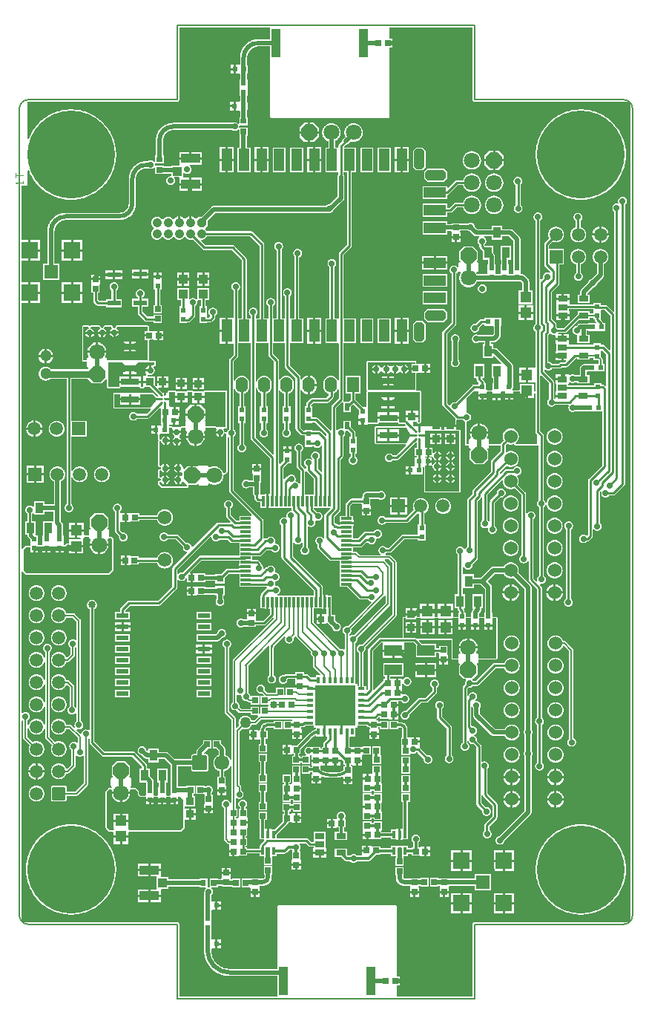
<source format=gtl>
G04 Layer_Physical_Order=1*
G04 Layer_Color=191*
%FSLAX44Y44*%
%MOMM*%
G71*
G01*
G75*
%ADD10C,0.5196*%
%ADD11C,0.5283*%
%ADD12C,0.3048*%
%ADD13C,0.2540*%
%ADD14C,0.5200*%
%ADD15R,2.0000X0.8000*%
%ADD16R,0.6500X0.6500*%
%ADD17R,1.0000X3.2000*%
%ADD18R,0.6500X0.6500*%
%ADD19R,1.3000X1.3000*%
%ADD20R,2.0000X1.2000*%
%ADD21R,1.9600X1.9600*%
%ADD22R,1.5700X1.5700*%
%ADD23R,1.0500X1.0000*%
%ADD24R,2.2000X1.0500*%
%ADD25R,1.9600X1.9600*%
%ADD26R,1.5700X1.5700*%
%ADD27C,0.2300*%
%ADD28R,1.1000X0.6500*%
%ADD29R,1.4000X0.6000*%
%ADD30R,0.4000X0.8500*%
G04:AMPARAMS|DCode=31|XSize=1.2mm|YSize=2.3mm|CornerRadius=0mm|HoleSize=0mm|Usage=FLASHONLY|Rotation=90.000|XOffset=0mm|YOffset=0mm|HoleType=Round|Shape=Octagon|*
%AMOCTAGOND31*
4,1,8,-1.1500,-0.3000,-1.1500,0.3000,-0.8500,0.6000,0.8500,0.6000,1.1500,0.3000,1.1500,-0.3000,0.8500,-0.6000,-0.8500,-0.6000,-1.1500,-0.3000,0.0*
%
%ADD31OCTAGOND31*%

%ADD32R,2.5000X1.2000*%
%ADD33R,1.2000X2.5000*%
G04:AMPARAMS|DCode=34|XSize=1.2mm|YSize=2.3mm|CornerRadius=0mm|HoleSize=0mm|Usage=FLASHONLY|Rotation=180.000|XOffset=0mm|YOffset=0mm|HoleType=Round|Shape=Octagon|*
%AMOCTAGOND34*
4,1,8,0.3000,-1.1500,-0.3000,-1.1500,-0.6000,-0.8500,-0.6000,0.8500,-0.3000,1.1500,0.3000,1.1500,0.6000,0.8500,0.6000,-0.8500,0.3000,-1.1500,0.0*
%
%ADD34OCTAGOND34*%

G04:AMPARAMS|DCode=35|XSize=1.2mm|YSize=2.2mm|CornerRadius=0mm|HoleSize=0mm|Usage=FLASHONLY|Rotation=180.000|XOffset=0mm|YOffset=0mm|HoleType=Round|Shape=Octagon|*
%AMOCTAGOND35*
4,1,8,0.3000,-1.1000,-0.3000,-1.1000,-0.6000,-0.8000,-0.6000,0.8000,-0.3000,1.1000,0.3000,1.1000,0.6000,0.8000,0.6000,-0.8000,0.3000,-1.1000,0.0*
%
%ADD35OCTAGOND35*%

%ADD36R,0.8890X1.2700*%
%ADD37R,1.5000X0.6000*%
%ADD38C,1.2700*%
%ADD39R,0.6096X0.5842*%
%ADD40R,0.5842X0.6096*%
%ADD41R,0.7620X0.7620*%
%ADD42R,1.0200X0.7600*%
%ADD43R,0.6300X0.6500*%
G04:AMPARAMS|DCode=44|XSize=0.63mm|YSize=0.65mm|CornerRadius=0mm|HoleSize=0mm|Usage=FLASHONLY|Rotation=180.000|XOffset=0mm|YOffset=0mm|HoleType=Round|Shape=Octagon|*
%AMOCTAGOND44*
4,1,8,0.1575,-0.3250,-0.1575,-0.3250,-0.3150,-0.1675,-0.3150,0.1675,-0.1575,0.3250,0.1575,0.3250,0.3150,0.1675,0.3150,-0.1675,0.1575,-0.3250,0.0*
%
%ADD44OCTAGOND44*%

%ADD45R,0.6500X0.6300*%
G04:AMPARAMS|DCode=46|XSize=0.63mm|YSize=0.65mm|CornerRadius=0mm|HoleSize=0mm|Usage=FLASHONLY|Rotation=90.000|XOffset=0mm|YOffset=0mm|HoleType=Round|Shape=Octagon|*
%AMOCTAGOND46*
4,1,8,-0.3250,-0.1575,-0.3250,0.1575,-0.1675,0.3150,0.1675,0.3150,0.3250,0.1575,0.3250,-0.1575,0.1675,-0.3150,-0.1675,-0.3150,-0.3250,-0.1575,0.0*
%
%ADD46OCTAGOND46*%

%ADD47R,1.0000X1.1000*%
%ADD48R,0.9000X0.9000*%
%ADD49R,0.9000X0.9000*%
%ADD50R,0.5400X0.8600*%
%ADD51R,4.6000X4.6000*%
%ADD52R,0.8000X0.3000*%
%ADD53R,0.3000X0.8000*%
%ADD54R,1.2000X0.3000*%
%ADD55R,0.3000X1.2000*%
%ADD56C,0.3810*%
%ADD57C,0.5080*%
%ADD58C,0.2000*%
%ADD59C,0.5000*%
%ADD60C,0.2286*%
%ADD61C,0.5318*%
%ADD62C,0.7620*%
%ADD63C,0.1000*%
%ADD64R,0.5000X1.1000*%
%ADD65R,0.5000X1.1250*%
%ADD66C,1.5000*%
G04:AMPARAMS|DCode=67|XSize=1.5mm|YSize=1.5mm|CornerRadius=0.075mm|HoleSize=0mm|Usage=FLASHONLY|Rotation=90.000|XOffset=0mm|YOffset=0mm|HoleType=Round|Shape=RoundedRectangle|*
%AMROUNDEDRECTD67*
21,1,1.5000,1.3500,0,0,90.0*
21,1,1.3500,1.5000,0,0,90.0*
1,1,0.1500,0.6750,0.6750*
1,1,0.1500,0.6750,-0.6750*
1,1,0.1500,-0.6750,-0.6750*
1,1,0.1500,-0.6750,0.6750*
%
%ADD67ROUNDEDRECTD67*%
%ADD68R,1.5000X1.5000*%
%ADD69C,1.8000*%
%ADD70P,1.9483X8X292.5*%
%ADD71C,1.5240*%
%ADD72C,1.3000*%
%ADD73O,1.3970X1.7780*%
%ADD74R,1.3970X1.7780*%
G04:AMPARAMS|DCode=75|XSize=1.7mm|YSize=1.7mm|CornerRadius=0.17mm|HoleSize=0mm|Usage=FLASHONLY|Rotation=0.000|XOffset=0mm|YOffset=0mm|HoleType=Round|Shape=RoundedRectangle|*
%AMROUNDEDRECTD75*
21,1,1.7000,1.3600,0,0,0.0*
21,1,1.3600,1.7000,0,0,0.0*
1,1,0.3400,0.6800,-0.6800*
1,1,0.3400,-0.6800,-0.6800*
1,1,0.3400,-0.6800,0.6800*
1,1,0.3400,0.6800,0.6800*
%
%ADD75ROUNDEDRECTD75*%
%ADD76C,1.7000*%
%ADD77P,1.9483X8X22.5*%
%ADD78C,10.0000*%
%ADD79C,1.0500*%
%ADD80P,1.1365X8X292.5*%
%ADD81C,1.5748*%
%ADD82C,0.7000*%
%ADD83C,0.8500*%
G36*
X-140903Y460536D02*
X-141375Y459462D01*
X-142173Y459462D01*
X-153265D01*
Y443762D01*
X-153421Y443548D01*
X-153421D01*
Y434658D01*
X-153421Y434452D01*
Y433319D01*
X-153751Y432049D01*
X-158249D01*
X-158579Y433319D01*
Y434452D01*
X-158579Y434658D01*
Y443548D01*
X-160514D01*
X-161695Y443762D01*
Y459462D01*
X-165369D01*
Y467855D01*
X-164595Y468556D01*
X-164317Y468476D01*
X-163425Y467947D01*
Y466622D01*
X-151535D01*
Y470423D01*
X-140903D01*
Y460536D01*
D02*
G37*
G36*
X-100623Y441001D02*
X-100147Y439853D01*
X-99517Y439592D01*
X-98825Y438686D01*
X-98495Y437377D01*
X-99327Y435367D01*
X-99524Y433870D01*
X-78476D01*
X-78673Y435367D01*
X-79506Y437377D01*
X-79174Y438687D01*
X-78483Y439591D01*
X-77851Y439853D01*
X-77801Y439973D01*
X-75528Y440528D01*
X-74000Y439000D01*
X-74000Y404000D01*
X-78000Y400000D01*
X-172000D01*
X-175000Y403000D01*
Y427000D01*
X-172000Y430000D01*
X-167521D01*
Y424192D01*
X-164270D01*
Y428840D01*
X-161730D01*
Y424192D01*
X-158479D01*
Y430000D01*
X-153521D01*
Y424192D01*
X-150270D01*
Y428840D01*
X-147730D01*
Y424192D01*
X-144479D01*
Y430000D01*
X-138521D01*
Y424192D01*
X-135270D01*
Y428840D01*
X-132730D01*
Y424192D01*
X-129479D01*
Y430000D01*
X-128000D01*
X-125100Y432900D01*
X-123100Y432759D01*
Y432270D01*
X-115000D01*
X-106900D01*
Y439041D01*
X-106900Y439100D01*
X-106946Y440000D01*
X-105402Y442000D01*
X-100623D01*
Y441001D01*
D02*
G37*
G36*
X337451Y940000D02*
X337645Y939025D01*
X338198Y938198D01*
X339025Y937645D01*
X340000Y937451D01*
X517300D01*
X517451Y937451D01*
X517451Y2549D01*
X340000D01*
X339025Y2355D01*
X338198Y1802D01*
X337645Y975D01*
X337451Y0D01*
Y-82451D01*
X250757D01*
Y-70020D01*
X254300D01*
Y-59520D01*
X250757D01*
Y-46250D01*
Y20010D01*
X250728Y20304D01*
X250643Y20587D01*
X250503Y20847D01*
X250316Y21076D01*
X250087Y21263D01*
X249827Y21402D01*
X249544Y21488D01*
X249250Y21517D01*
X116250D01*
X115956Y21488D01*
X115673Y21402D01*
X115413Y21263D01*
X115184Y21076D01*
X114997Y20847D01*
X114858Y20587D01*
X114772Y20304D01*
X114743Y20010D01*
Y-46750D01*
X114750Y-47250D01*
X114750Y-47250D01*
Y-50850D01*
X60000D01*
X59912Y-50855D01*
X58741Y-50820D01*
X57486Y-50706D01*
X56240Y-50517D01*
X55008Y-50252D01*
X53795Y-49914D01*
X52604Y-49503D01*
X51440Y-49021D01*
X50307Y-48469D01*
X49209Y-47850D01*
X48151Y-47166D01*
X47136Y-46419D01*
X46168Y-45613D01*
X45251Y-44749D01*
X44387Y-43832D01*
X43581Y-42864D01*
X42834Y-41849D01*
X42150Y-40791D01*
X41531Y-39693D01*
X40979Y-38560D01*
X40497Y-37396D01*
X40086Y-36205D01*
X39748Y-34992D01*
X39483Y-33760D01*
X39294Y-32514D01*
X39180Y-31259D01*
X39144Y-30088D01*
X39150Y-30000D01*
Y-28271D01*
X40112Y-27527D01*
X40611Y-27527D01*
X43890D01*
Y-22606D01*
Y-17685D01*
X40611D01*
X40112Y-17685D01*
X39150Y-16941D01*
Y-8208D01*
X39421D01*
Y682D01*
X39421Y888D01*
Y1952D01*
X39421Y2158D01*
Y11048D01*
X39150D01*
Y15605D01*
X40112Y16349D01*
X40611Y16349D01*
X43890D01*
Y21270D01*
Y26191D01*
X40650D01*
X40112Y26191D01*
X39380Y27158D01*
Y33305D01*
X40650Y34575D01*
Y39425D01*
X39095Y40980D01*
X39621Y42250D01*
X46750D01*
Y43350D01*
X51250D01*
Y42750D01*
X60750D01*
Y42850D01*
X62750D01*
Y42250D01*
X72250D01*
Y51750D01*
X62750D01*
Y51556D01*
X61480Y51318D01*
X61167Y51632D01*
X60860Y52420D01*
X61250Y53250D01*
X61250Y53313D01*
Y57230D01*
X56000D01*
X50750D01*
Y53313D01*
X50750Y53250D01*
X50905Y52920D01*
X50099Y51650D01*
X46750D01*
Y51750D01*
X37250D01*
X37250Y42250D01*
X36187Y41750D01*
X35713D01*
X34650Y42250D01*
X34650Y43020D01*
Y51750D01*
X25350D01*
Y51107D01*
X-9496D01*
Y53508D01*
X-17844D01*
X-18496Y54508D01*
X-18496Y54778D01*
Y60488D01*
X-30226D01*
Y54508D01*
X-23648D01*
X-22996Y53508D01*
X-22996Y53238D01*
Y40778D01*
X-22996Y40508D01*
X-23648Y39508D01*
X-30226D01*
Y33528D01*
X-18496D01*
Y39238D01*
X-18496Y39508D01*
X-17844Y40508D01*
X-9496D01*
Y42893D01*
X25350D01*
Y42250D01*
X32379D01*
X32905Y40980D01*
X31350Y39425D01*
Y37831D01*
X31204Y37325D01*
X31112Y36781D01*
X31088Y36352D01*
X31080Y36230D01*
Y25691D01*
X30452D01*
Y16849D01*
X30850D01*
Y11048D01*
X30579D01*
Y2158D01*
X30579Y1952D01*
Y888D01*
X30579Y682D01*
Y-8208D01*
X30850D01*
Y-18185D01*
X30452D01*
Y-27027D01*
X30850D01*
Y-30000D01*
X30849D01*
X30889Y-31526D01*
X31008Y-33047D01*
X31207Y-34560D01*
X31486Y-36061D01*
X31842Y-37545D01*
X32275Y-39008D01*
X32785Y-40447D01*
X33369Y-41857D01*
X34026Y-43234D01*
X34754Y-44576D01*
X35552Y-45877D01*
X36416Y-47135D01*
X37345Y-48345D01*
X38336Y-49506D01*
X39387Y-50613D01*
X40494Y-51664D01*
X41655Y-52655D01*
X42865Y-53584D01*
X44123Y-54448D01*
X45424Y-55246D01*
X46766Y-55974D01*
X48143Y-56631D01*
X49553Y-57215D01*
X50992Y-57725D01*
X52455Y-58158D01*
X53939Y-58514D01*
X55440Y-58793D01*
X56953Y-58992D01*
X58474Y-59111D01*
X60000Y-59151D01*
Y-59150D01*
X114750D01*
Y-82250D01*
X113563Y-82451D01*
X2549D01*
Y0D01*
X2355Y975D01*
X1802Y1802D01*
X975Y2355D01*
X0Y2549D01*
X-176181D01*
X-177449Y3754D01*
X-177451Y3775D01*
Y232010D01*
X-176196Y232630D01*
X-175508Y232158D01*
Y212400D01*
X-175477Y212008D01*
X-175385Y211625D01*
X-175234Y211262D01*
X-175029Y210926D01*
X-174773Y210627D01*
X-168287Y204140D01*
X-168564Y203607D01*
X-168865Y202881D01*
X-169102Y202132D01*
X-169272Y201364D01*
X-169374Y200585D01*
X-169409Y199800D01*
X-169374Y199015D01*
X-169272Y198236D01*
X-169102Y197468D01*
X-168865Y196719D01*
X-168564Y195993D01*
X-168202Y195296D01*
X-167779Y194633D01*
X-167301Y194009D01*
X-166770Y193430D01*
X-166191Y192899D01*
X-165567Y192421D01*
X-164904Y191998D01*
X-164207Y191635D01*
X-163481Y191335D01*
X-162732Y191098D01*
X-161964Y190928D01*
X-161185Y190826D01*
X-160400Y190791D01*
X-159615Y190826D01*
X-158836Y190928D01*
X-158068Y191098D01*
X-157319Y191335D01*
X-156593Y191635D01*
X-155896Y191998D01*
X-155233Y192421D01*
X-154609Y192899D01*
X-154030Y193430D01*
X-153499Y194009D01*
X-153021Y194633D01*
X-152598Y195296D01*
X-152235Y195993D01*
X-151935Y196719D01*
X-151698Y197468D01*
X-151528Y198236D01*
X-151426Y199015D01*
X-151391Y199800D01*
X-151426Y200585D01*
X-151528Y201364D01*
X-151698Y202132D01*
X-151935Y202881D01*
X-152235Y203607D01*
X-152598Y204304D01*
X-153021Y204967D01*
X-153499Y205591D01*
X-154030Y206170D01*
X-154609Y206701D01*
X-155233Y207179D01*
X-155896Y207602D01*
X-156593Y207964D01*
X-157319Y208265D01*
X-158068Y208502D01*
X-158836Y208672D01*
X-159615Y208774D01*
X-160400Y208809D01*
X-161185Y208774D01*
X-161964Y208672D01*
X-162732Y208502D01*
X-163481Y208265D01*
X-164207Y207964D01*
X-164741Y207687D01*
X-170492Y213439D01*
Y223274D01*
X-169222Y223413D01*
X-169102Y222868D01*
X-168865Y222119D01*
X-168564Y221393D01*
X-168202Y220696D01*
X-167779Y220033D01*
X-167301Y219409D01*
X-166770Y218830D01*
X-166191Y218299D01*
X-165567Y217821D01*
X-164904Y217398D01*
X-164207Y217036D01*
X-163481Y216735D01*
X-162732Y216498D01*
X-161964Y216328D01*
X-161185Y216226D01*
X-160400Y216191D01*
X-159615Y216226D01*
X-158836Y216328D01*
X-158068Y216498D01*
X-157319Y216735D01*
X-156593Y217036D01*
X-155896Y217398D01*
X-155233Y217821D01*
X-154609Y218299D01*
X-154030Y218830D01*
X-153499Y219409D01*
X-153021Y220033D01*
X-152598Y220696D01*
X-152235Y221393D01*
X-151935Y222119D01*
X-151778Y222617D01*
X-150508Y222421D01*
Y212800D01*
X-150477Y212408D01*
X-150385Y212025D01*
X-150234Y211661D01*
X-150029Y211326D01*
X-149773Y211027D01*
X-142887Y204140D01*
X-143165Y203607D01*
X-143465Y202881D01*
X-143702Y202132D01*
X-143872Y201364D01*
X-143974Y200585D01*
X-144009Y199800D01*
X-143974Y199015D01*
X-143872Y198236D01*
X-143702Y197468D01*
X-143465Y196719D01*
X-143165Y195993D01*
X-142802Y195296D01*
X-142379Y194633D01*
X-141901Y194009D01*
X-141370Y193430D01*
X-140791Y192899D01*
X-140167Y192421D01*
X-139504Y191998D01*
X-138807Y191635D01*
X-138081Y191335D01*
X-137332Y191098D01*
X-136564Y190928D01*
X-135785Y190826D01*
X-135000Y190791D01*
X-134215Y190826D01*
X-133436Y190928D01*
X-132668Y191098D01*
X-131919Y191335D01*
X-131193Y191635D01*
X-130496Y191998D01*
X-129833Y192421D01*
X-129209Y192899D01*
X-128630Y193430D01*
X-128099Y194009D01*
X-127621Y194633D01*
X-127198Y195296D01*
X-126835Y195993D01*
X-126535Y196719D01*
X-126298Y197468D01*
X-126128Y198236D01*
X-126026Y199015D01*
X-125991Y199800D01*
X-126026Y200585D01*
X-126128Y201364D01*
X-126298Y202132D01*
X-126535Y202881D01*
X-126835Y203607D01*
X-127198Y204304D01*
X-127621Y204967D01*
X-128099Y205591D01*
X-128630Y206170D01*
X-129209Y206701D01*
X-129833Y207179D01*
X-130496Y207602D01*
X-131193Y207964D01*
X-131919Y208265D01*
X-132668Y208502D01*
X-133436Y208672D01*
X-134215Y208774D01*
X-135000Y208809D01*
X-135785Y208774D01*
X-136564Y208672D01*
X-137332Y208502D01*
X-138081Y208265D01*
X-138807Y207964D01*
X-139340Y207687D01*
X-145492Y213839D01*
Y310673D01*
X-145336Y310760D01*
X-144878Y311085D01*
X-144459Y311459D01*
X-144085Y311878D01*
X-143760Y312336D01*
X-143488Y312827D01*
X-143273Y313346D01*
X-143118Y313886D01*
X-143024Y314439D01*
X-142992Y315000D01*
X-143024Y315561D01*
X-143118Y316114D01*
X-143273Y316654D01*
X-143488Y317173D01*
X-143760Y317664D01*
X-144085Y318122D01*
X-144459Y318541D01*
X-144878Y318915D01*
X-145336Y319240D01*
X-145827Y319512D01*
X-146346Y319727D01*
X-146886Y319882D01*
X-147439Y319976D01*
X-148000Y320008D01*
X-148561Y319976D01*
X-149114Y319882D01*
X-149654Y319727D01*
X-150173Y319512D01*
X-150664Y319240D01*
X-151122Y318915D01*
X-151541Y318541D01*
X-151915Y318122D01*
X-152240Y317664D01*
X-152512Y317173D01*
X-152727Y316654D01*
X-152882Y316114D01*
X-152976Y315561D01*
X-153008Y315000D01*
X-152976Y314439D01*
X-152882Y313886D01*
X-152727Y313346D01*
X-152512Y312827D01*
X-152240Y312336D01*
X-151915Y311878D01*
X-151541Y311459D01*
X-151122Y311085D01*
X-150664Y310760D01*
X-150508Y310673D01*
Y304179D01*
X-151778Y303983D01*
X-151935Y304481D01*
X-152235Y305207D01*
X-152598Y305904D01*
X-153021Y306567D01*
X-153499Y307191D01*
X-154030Y307770D01*
X-154609Y308301D01*
X-155233Y308779D01*
X-155896Y309202D01*
X-156593Y309564D01*
X-157319Y309865D01*
X-158068Y310102D01*
X-158836Y310272D01*
X-159615Y310374D01*
X-160400Y310409D01*
X-161185Y310374D01*
X-161964Y310272D01*
X-162732Y310102D01*
X-163481Y309865D01*
X-164207Y309564D01*
X-164904Y309202D01*
X-165567Y308779D01*
X-166191Y308301D01*
X-166770Y307770D01*
X-167301Y307191D01*
X-167779Y306567D01*
X-168202Y305904D01*
X-168564Y305207D01*
X-168865Y304481D01*
X-169102Y303732D01*
X-169272Y302964D01*
X-169374Y302185D01*
X-169409Y301400D01*
X-169374Y300615D01*
X-169272Y299836D01*
X-169102Y299068D01*
X-168865Y298319D01*
X-168564Y297593D01*
X-168202Y296896D01*
X-167779Y296233D01*
X-167301Y295609D01*
X-166770Y295030D01*
X-166191Y294499D01*
X-165567Y294021D01*
X-164904Y293598D01*
X-164207Y293235D01*
X-163481Y292935D01*
X-162732Y292698D01*
X-161964Y292528D01*
X-161185Y292426D01*
X-160400Y292391D01*
X-159615Y292426D01*
X-158836Y292528D01*
X-158068Y292698D01*
X-157319Y292935D01*
X-156593Y293235D01*
X-155896Y293598D01*
X-155233Y294021D01*
X-154609Y294499D01*
X-154030Y295030D01*
X-153499Y295609D01*
X-153021Y296233D01*
X-152598Y296896D01*
X-152235Y297593D01*
X-151935Y298319D01*
X-151778Y298817D01*
X-150508Y298621D01*
Y278779D01*
X-151778Y278583D01*
X-151935Y279081D01*
X-152235Y279807D01*
X-152598Y280504D01*
X-153021Y281167D01*
X-153499Y281791D01*
X-154030Y282370D01*
X-154609Y282901D01*
X-155233Y283379D01*
X-155896Y283802D01*
X-156593Y284165D01*
X-157319Y284465D01*
X-158068Y284702D01*
X-158836Y284872D01*
X-159615Y284974D01*
X-160400Y285009D01*
X-161185Y284974D01*
X-161964Y284872D01*
X-162732Y284702D01*
X-163481Y284465D01*
X-164207Y284165D01*
X-164904Y283802D01*
X-165567Y283379D01*
X-166191Y282901D01*
X-166770Y282370D01*
X-167301Y281791D01*
X-167779Y281167D01*
X-168202Y280504D01*
X-168564Y279807D01*
X-168865Y279081D01*
X-169102Y278332D01*
X-169272Y277564D01*
X-169374Y276785D01*
X-169409Y276000D01*
X-169374Y275215D01*
X-169272Y274436D01*
X-169102Y273668D01*
X-168865Y272919D01*
X-168564Y272193D01*
X-168202Y271496D01*
X-167779Y270833D01*
X-167301Y270209D01*
X-166770Y269630D01*
X-166191Y269099D01*
X-165567Y268621D01*
X-164904Y268198D01*
X-164207Y267836D01*
X-163481Y267535D01*
X-162732Y267298D01*
X-161964Y267128D01*
X-161185Y267026D01*
X-160400Y266991D01*
X-159615Y267026D01*
X-158836Y267128D01*
X-158068Y267298D01*
X-157319Y267535D01*
X-156593Y267836D01*
X-155896Y268198D01*
X-155233Y268621D01*
X-154609Y269099D01*
X-154030Y269630D01*
X-153499Y270209D01*
X-153021Y270833D01*
X-152598Y271496D01*
X-152235Y272193D01*
X-151935Y272919D01*
X-151778Y273417D01*
X-150508Y273221D01*
Y253379D01*
X-151778Y253183D01*
X-151935Y253681D01*
X-152235Y254407D01*
X-152598Y255104D01*
X-153021Y255767D01*
X-153499Y256391D01*
X-154030Y256970D01*
X-154609Y257501D01*
X-155233Y257979D01*
X-155896Y258402D01*
X-156593Y258764D01*
X-157319Y259065D01*
X-158068Y259302D01*
X-158836Y259472D01*
X-159615Y259574D01*
X-160400Y259609D01*
X-161185Y259574D01*
X-161964Y259472D01*
X-162732Y259302D01*
X-163481Y259065D01*
X-164207Y258764D01*
X-164904Y258402D01*
X-165567Y257979D01*
X-166191Y257501D01*
X-166770Y256970D01*
X-167301Y256391D01*
X-167779Y255767D01*
X-168202Y255104D01*
X-168564Y254407D01*
X-168865Y253681D01*
X-169102Y252932D01*
X-169272Y252164D01*
X-169374Y251385D01*
X-169409Y250600D01*
X-169374Y249815D01*
X-169272Y249036D01*
X-169102Y248268D01*
X-168865Y247519D01*
X-168564Y246793D01*
X-168202Y246096D01*
X-167779Y245433D01*
X-167301Y244809D01*
X-166770Y244230D01*
X-166191Y243699D01*
X-165567Y243221D01*
X-164904Y242798D01*
X-164207Y242435D01*
X-163481Y242135D01*
X-162732Y241898D01*
X-161964Y241728D01*
X-161185Y241626D01*
X-160400Y241591D01*
X-159615Y241626D01*
X-158836Y241728D01*
X-158068Y241898D01*
X-157319Y242135D01*
X-156593Y242435D01*
X-155896Y242798D01*
X-155233Y243221D01*
X-154609Y243699D01*
X-154030Y244230D01*
X-153499Y244809D01*
X-153021Y245433D01*
X-152598Y246096D01*
X-152235Y246793D01*
X-151935Y247519D01*
X-151778Y248017D01*
X-150508Y247821D01*
Y227979D01*
X-151778Y227783D01*
X-151935Y228281D01*
X-152235Y229007D01*
X-152598Y229704D01*
X-153021Y230367D01*
X-153499Y230991D01*
X-154030Y231570D01*
X-154609Y232101D01*
X-155233Y232579D01*
X-155896Y233002D01*
X-156593Y233365D01*
X-157319Y233665D01*
X-158068Y233902D01*
X-158836Y234072D01*
X-159615Y234174D01*
X-160400Y234209D01*
X-161185Y234174D01*
X-161964Y234072D01*
X-162732Y233902D01*
X-163481Y233665D01*
X-164207Y233365D01*
X-164904Y233002D01*
X-165567Y232579D01*
X-166191Y232101D01*
X-166770Y231570D01*
X-167301Y230991D01*
X-167779Y230367D01*
X-168202Y229704D01*
X-168564Y229007D01*
X-168865Y228281D01*
X-169102Y227532D01*
X-169222Y226987D01*
X-170492Y227126D01*
Y232673D01*
X-170336Y232760D01*
X-169878Y233085D01*
X-169459Y233459D01*
X-169085Y233878D01*
X-168760Y234336D01*
X-168488Y234827D01*
X-168273Y235346D01*
X-168118Y235886D01*
X-168024Y236439D01*
X-167992Y237000D01*
X-168024Y237561D01*
X-168118Y238114D01*
X-168273Y238654D01*
X-168488Y239173D01*
X-168760Y239664D01*
X-169085Y240122D01*
X-169459Y240541D01*
X-169878Y240915D01*
X-170336Y241240D01*
X-170827Y241512D01*
X-171346Y241727D01*
X-171886Y241882D01*
X-172439Y241976D01*
X-173000Y242008D01*
X-173561Y241976D01*
X-174114Y241882D01*
X-174654Y241727D01*
X-175173Y241512D01*
X-175664Y241240D01*
X-176122Y240915D01*
X-176181Y240863D01*
X-177363Y241321D01*
X-177451Y241405D01*
Y401710D01*
X-176489Y402074D01*
X-176181Y402075D01*
X-176066Y401934D01*
X-173066Y398934D01*
X-172837Y398747D01*
X-172577Y398607D01*
X-172294Y398522D01*
X-172000Y398493D01*
X-78000D01*
X-77706Y398522D01*
X-77423Y398607D01*
X-77163Y398747D01*
X-76934Y398934D01*
X-72934Y402934D01*
X-72747Y403163D01*
X-72607Y403423D01*
X-72522Y403706D01*
X-72493Y404000D01*
X-72493Y439000D01*
X-72522Y439294D01*
X-72607Y439577D01*
X-72747Y439837D01*
X-72934Y440066D01*
X-74462Y441594D01*
X-74488Y441615D01*
X-74509Y441639D01*
X-74601Y441708D01*
X-74691Y441781D01*
X-74719Y441797D01*
X-74745Y441816D01*
X-74849Y441866D01*
X-74951Y441921D01*
X-74982Y441930D01*
X-75012Y441944D01*
X-75124Y441973D01*
X-75234Y442006D01*
X-75266Y442010D01*
X-75298Y442018D01*
X-75413Y442024D01*
X-75528Y442035D01*
X-75560Y442032D01*
X-75593Y442034D01*
X-75708Y442018D01*
X-75822Y442006D01*
X-75853Y441997D01*
X-75885Y441992D01*
X-76493Y441844D01*
X-77492Y442628D01*
Y449001D01*
X-77521Y449295D01*
X-77607Y449578D01*
X-77746Y449838D01*
X-77934Y450067D01*
X-78162Y450254D01*
X-78423Y450393D01*
X-78705Y450479D01*
X-78951Y450503D01*
X-79226Y450853D01*
X-79569Y451681D01*
X-78500Y452750D01*
Y463250D01*
X-83750Y468500D01*
X-94250D01*
X-99500Y463250D01*
Y452750D01*
X-98431Y451681D01*
X-98774Y450854D01*
X-99049Y450503D01*
X-99293Y450479D01*
X-99576Y450393D01*
X-99836Y450254D01*
X-100065Y450067D01*
X-100252Y449838D01*
X-100391Y449578D01*
X-100477Y449295D01*
X-100506Y449001D01*
Y443613D01*
X-100623Y443507D01*
X-105402D01*
X-105844Y443801D01*
X-106343Y444236D01*
X-106481Y444480D01*
X-106500Y444520D01*
Y447730D01*
X-113730D01*
Y440500D01*
X-110415D01*
X-109834Y439746D01*
X-110264Y439000D01*
X-123000D01*
Y435194D01*
X-123929Y434328D01*
X-124994Y434403D01*
X-125047Y434402D01*
X-125100Y434407D01*
X-125194Y434398D01*
X-125289Y434395D01*
X-125341Y434384D01*
X-125394Y434378D01*
X-125485Y434351D01*
X-125577Y434330D01*
X-125626Y434308D01*
X-125677Y434293D01*
X-125760Y434248D01*
X-125847Y434209D01*
X-125890Y434178D01*
X-125937Y434153D01*
X-126011Y434093D01*
X-126088Y434038D01*
X-126124Y434000D01*
X-126166Y433966D01*
X-128061Y432070D01*
X-129289Y432203D01*
X-129579Y433319D01*
Y434452D01*
X-129579Y434658D01*
Y443548D01*
X-129951D01*
Y455056D01*
X-129986Y455584D01*
X-130089Y456104D01*
X-130260Y456605D01*
X-130494Y457080D01*
X-130788Y457521D01*
X-131137Y457919D01*
X-132805Y459587D01*
Y473336D01*
X-132689Y473678D01*
X-132586Y474198D01*
X-132551Y474726D01*
Y504961D01*
X-132096Y505198D01*
X-131433Y505621D01*
X-130809Y506099D01*
X-130230Y506630D01*
X-129699Y507209D01*
X-129221Y507833D01*
X-128798Y508496D01*
X-128435Y509193D01*
X-128135Y509919D01*
X-127898Y510668D01*
X-127728Y511436D01*
X-127626Y512215D01*
X-127591Y513000D01*
X-127626Y513785D01*
X-127728Y514564D01*
X-127898Y515332D01*
X-128135Y516081D01*
X-128435Y516807D01*
X-128798Y517504D01*
X-129221Y518167D01*
X-129699Y518791D01*
X-130230Y519370D01*
X-130809Y519901D01*
X-131433Y520379D01*
X-132096Y520802D01*
X-132793Y521165D01*
X-133519Y521465D01*
X-134268Y521702D01*
X-135036Y521872D01*
X-135815Y521974D01*
X-136600Y522009D01*
X-137385Y521974D01*
X-138164Y521872D01*
X-138932Y521702D01*
X-139681Y521465D01*
X-140407Y521165D01*
X-141104Y520802D01*
X-141767Y520379D01*
X-142391Y519901D01*
X-142970Y519370D01*
X-143501Y518791D01*
X-143979Y518167D01*
X-144402Y517504D01*
X-144764Y516807D01*
X-145065Y516081D01*
X-145302Y515332D01*
X-145472Y514564D01*
X-145574Y513785D01*
X-145609Y513000D01*
X-145574Y512215D01*
X-145472Y511436D01*
X-145302Y510668D01*
X-145065Y509919D01*
X-144764Y509193D01*
X-144402Y508496D01*
X-143979Y507833D01*
X-143501Y507209D01*
X-142970Y506630D01*
X-142391Y506099D01*
X-141767Y505621D01*
X-141104Y505198D01*
X-140649Y504961D01*
Y478521D01*
X-151535D01*
Y482322D01*
X-163425D01*
Y476564D01*
X-164354Y476106D01*
X-164695Y476060D01*
X-165026Y476355D01*
X-165484Y476680D01*
X-165975Y476952D01*
X-166494Y477167D01*
X-167034Y477322D01*
X-167587Y477416D01*
X-168148Y477448D01*
X-168709Y477416D01*
X-169262Y477322D01*
X-169802Y477167D01*
X-170321Y476952D01*
X-170812Y476680D01*
X-171270Y476355D01*
X-171689Y475981D01*
X-172063Y475562D01*
X-172388Y475104D01*
X-172660Y474613D01*
X-172875Y474094D01*
X-173030Y473554D01*
X-173124Y473001D01*
X-173156Y472440D01*
X-173124Y471879D01*
X-173030Y471326D01*
X-172875Y470786D01*
X-172660Y470267D01*
X-172388Y469776D01*
X-172063Y469318D01*
X-171689Y468899D01*
X-171270Y468525D01*
X-170927Y468281D01*
Y459462D01*
X-173585D01*
Y443762D01*
X-171052D01*
Y443640D01*
X-171023Y443195D01*
X-170936Y442757D01*
X-170793Y442334D01*
X-170595Y441934D01*
X-170347Y441563D01*
X-170053Y441227D01*
X-167421Y438595D01*
Y434658D01*
X-167421Y434452D01*
Y433388D01*
X-167421Y433182D01*
Y431598D01*
X-167521Y431507D01*
X-172000D01*
X-172294Y431478D01*
X-172577Y431393D01*
X-172837Y431253D01*
X-173066Y431066D01*
X-176066Y428066D01*
X-176181Y427925D01*
X-176489Y427926D01*
X-177451Y428290D01*
X-177451Y708000D01*
X-169470D01*
Y719800D01*
Y731600D01*
X-177451D01*
Y756400D01*
X-169470D01*
Y768200D01*
Y780000D01*
X-177451D01*
Y841960D01*
X-170544D01*
Y859308D01*
X-169326Y859672D01*
X-168589Y857788D01*
X-167778Y855935D01*
X-166896Y854115D01*
X-165942Y852331D01*
X-164919Y850586D01*
X-163829Y848883D01*
X-162672Y847223D01*
X-161451Y845611D01*
X-160168Y844047D01*
X-158825Y842535D01*
X-157423Y841077D01*
X-155965Y839675D01*
X-154453Y838332D01*
X-152889Y837048D01*
X-151277Y835828D01*
X-149617Y834671D01*
X-147914Y833581D01*
X-146169Y832558D01*
X-144385Y831604D01*
X-142565Y830722D01*
X-140712Y829911D01*
X-138828Y829174D01*
X-136917Y828511D01*
X-134982Y827924D01*
X-133025Y827413D01*
X-131049Y826980D01*
X-129058Y826624D01*
X-127054Y826347D01*
X-125041Y826149D01*
X-123022Y826030D01*
X-121000Y825990D01*
X-118978Y826030D01*
X-116958Y826149D01*
X-114945Y826347D01*
X-112942Y826624D01*
X-110951Y826980D01*
X-108975Y827413D01*
X-107018Y827924D01*
X-105082Y828511D01*
X-103171Y829174D01*
X-101288Y829911D01*
X-99435Y830722D01*
X-97615Y831604D01*
X-95831Y832558D01*
X-94086Y833581D01*
X-92382Y834671D01*
X-90723Y835828D01*
X-89110Y837048D01*
X-87547Y838332D01*
X-86035Y839675D01*
X-84577Y841077D01*
X-83175Y842535D01*
X-81831Y844047D01*
X-80548Y845611D01*
X-79328Y847223D01*
X-78171Y848883D01*
X-77080Y850586D01*
X-76058Y852331D01*
X-75104Y854115D01*
X-74222Y855935D01*
X-73411Y857788D01*
X-72674Y859672D01*
X-72011Y861583D01*
X-71424Y863518D01*
X-70913Y865475D01*
X-70480Y867451D01*
X-70124Y869442D01*
X-69847Y871446D01*
X-69649Y873459D01*
X-69530Y875478D01*
X-69490Y877500D01*
X-69530Y879522D01*
X-69649Y881542D01*
X-69847Y883555D01*
X-70124Y885558D01*
X-70480Y887549D01*
X-70913Y889525D01*
X-71424Y891482D01*
X-72011Y893418D01*
X-72674Y895329D01*
X-73411Y897212D01*
X-74222Y899065D01*
X-75104Y900885D01*
X-76058Y902669D01*
X-77080Y904414D01*
X-78171Y906117D01*
X-79328Y907777D01*
X-80548Y909390D01*
X-81831Y910953D01*
X-83175Y912465D01*
X-84577Y913923D01*
X-86035Y915325D01*
X-87547Y916669D01*
X-89110Y917952D01*
X-90723Y919173D01*
X-92382Y920329D01*
X-94086Y921420D01*
X-95831Y922442D01*
X-97615Y923396D01*
X-99435Y924278D01*
X-101288Y925089D01*
X-103171Y925826D01*
X-105082Y926489D01*
X-107018Y927076D01*
X-108975Y927587D01*
X-110951Y928020D01*
X-112942Y928376D01*
X-114945Y928653D01*
X-116958Y928851D01*
X-118978Y928970D01*
X-121000Y929010D01*
X-123022Y928970D01*
X-125041Y928851D01*
X-127054Y928653D01*
X-129058Y928376D01*
X-131049Y928020D01*
X-133025Y927587D01*
X-134982Y927076D01*
X-136917Y926489D01*
X-138828Y925826D01*
X-140712Y925089D01*
X-142565Y924278D01*
X-144385Y923396D01*
X-146169Y922442D01*
X-147914Y921420D01*
X-149617Y920329D01*
X-151277Y919173D01*
X-152889Y917952D01*
X-154453Y916669D01*
X-155965Y915325D01*
X-157423Y913923D01*
X-158825Y912465D01*
X-160168Y910953D01*
X-161451Y909390D01*
X-162672Y907777D01*
X-163829Y906117D01*
X-164919Y904414D01*
X-165942Y902669D01*
X-166896Y900885D01*
X-167778Y899065D01*
X-168589Y897212D01*
X-169326Y895329D01*
X-170544Y895692D01*
Y937451D01*
X0Y937451D01*
X975Y937645D01*
X1802Y938198D01*
X2355Y939025D01*
X2549Y940000D01*
Y1022451D01*
X106500D01*
Y1009109D01*
X93000D01*
Y1009110D01*
X91725Y1009071D01*
X90456Y1008956D01*
X89195Y1008764D01*
X87948Y1008496D01*
X86720Y1008154D01*
X85514Y1007738D01*
X84336Y1007250D01*
X83190Y1006692D01*
X82079Y1006065D01*
X81008Y1005373D01*
X79981Y1004617D01*
X79002Y1003801D01*
X78073Y1002927D01*
X77199Y1001998D01*
X76383Y1001019D01*
X75627Y999992D01*
X74935Y998921D01*
X74308Y997810D01*
X73750Y996664D01*
X73262Y995486D01*
X72846Y994280D01*
X72504Y993052D01*
X72236Y991805D01*
X72044Y990545D01*
X71929Y989275D01*
X71890Y988000D01*
X71891D01*
Y980592D01*
X71048Y979671D01*
X70549Y979671D01*
X67270D01*
Y974750D01*
Y969829D01*
X70549D01*
X71048Y969829D01*
X71891Y968908D01*
Y963548D01*
X71579D01*
Y954658D01*
X71579Y954452D01*
Y953388D01*
X71579Y953182D01*
Y944292D01*
X71891D01*
Y938253D01*
X70888Y937609D01*
X70389Y937609D01*
X67110D01*
Y932688D01*
Y927767D01*
X70389D01*
X70888Y927767D01*
X71891Y927123D01*
Y920150D01*
X71250D01*
Y913121D01*
X69980Y912595D01*
X68425Y914150D01*
X63575D01*
X63075Y913650D01*
X-4500D01*
Y913650D01*
X-5687Y913615D01*
X-5753Y913608D01*
X-6869Y913507D01*
X-8042Y913328D01*
X-9203Y913079D01*
X-10346Y912761D01*
X-11468Y912373D01*
X-12565Y911919D01*
X-13632Y911400D01*
X-14666Y910816D01*
X-15663Y910172D01*
X-16619Y909468D01*
X-17531Y908708D01*
X-18395Y907895D01*
X-19209Y907031D01*
X-19969Y906119D01*
X-20672Y905163D01*
X-21316Y904166D01*
X-21899Y903132D01*
X-22419Y902065D01*
X-22873Y900968D01*
X-23261Y899846D01*
X-23579Y898703D01*
X-23828Y897542D01*
X-24007Y896369D01*
X-24109Y895253D01*
X-24115Y895186D01*
X-24150Y894000D01*
X-24150D01*
Y876650D01*
X-24750D01*
Y869621D01*
X-26020Y869095D01*
X-27575Y870650D01*
X-32425D01*
X-32925Y870150D01*
X-35000D01*
Y870151D01*
X-36217Y870114D01*
X-36254Y870110D01*
X-37429Y870004D01*
X-38632Y869820D01*
X-39822Y869565D01*
X-40995Y869238D01*
X-42146Y868841D01*
X-43270Y868375D01*
X-44365Y867842D01*
X-45425Y867244D01*
X-46447Y866584D01*
X-47427Y865862D01*
X-48362Y865083D01*
X-49249Y864249D01*
X-50083Y863362D01*
X-50862Y862427D01*
X-51584Y861447D01*
X-52245Y860425D01*
X-52842Y859364D01*
X-53375Y858270D01*
X-53841Y857145D01*
X-54238Y855995D01*
X-54565Y854822D01*
X-54820Y853632D01*
X-55004Y852429D01*
X-55111Y851254D01*
X-55114Y851217D01*
X-55151Y850000D01*
X-55150D01*
Y822000D01*
X-55146Y821931D01*
X-55177Y821148D01*
X-55277Y820302D01*
X-55443Y819465D01*
X-55674Y818645D01*
X-55970Y817845D01*
X-56326Y817071D01*
X-56743Y816327D01*
X-57217Y815618D01*
X-57744Y814949D01*
X-58323Y814323D01*
X-58949Y813744D01*
X-59618Y813216D01*
X-60327Y812743D01*
X-61071Y812326D01*
X-61845Y811970D01*
X-62645Y811674D01*
X-63465Y811443D01*
X-64302Y811277D01*
X-65148Y811177D01*
X-65931Y811146D01*
X-66000Y811150D01*
X-127000D01*
Y811151D01*
X-128277Y811113D01*
X-129549Y810997D01*
X-130813Y810805D01*
X-132062Y810536D01*
X-133293Y810193D01*
X-134500Y809777D01*
X-135681Y809288D01*
X-136829Y808728D01*
X-137942Y808101D01*
X-139015Y807407D01*
X-140044Y806650D01*
X-141026Y805832D01*
X-141956Y804956D01*
X-142832Y804026D01*
X-143650Y803044D01*
X-144407Y802015D01*
X-145101Y800942D01*
X-145728Y799829D01*
X-146288Y798681D01*
X-146777Y797500D01*
X-147193Y796292D01*
X-147536Y795062D01*
X-147805Y793813D01*
X-147997Y792550D01*
X-148112Y791277D01*
X-148151Y790000D01*
X-148150D01*
Y753350D01*
X-153350D01*
Y734650D01*
X-134650D01*
Y753350D01*
X-139850D01*
Y790000D01*
X-139855Y790084D01*
X-139819Y791009D01*
X-139700Y792011D01*
X-139503Y793002D01*
X-139229Y793973D01*
X-138880Y794921D01*
X-138457Y795838D01*
X-137964Y796719D01*
X-137403Y797558D01*
X-136778Y798351D01*
X-136092Y799092D01*
X-135351Y799778D01*
X-134558Y800403D01*
X-133719Y800964D01*
X-132838Y801457D01*
X-131921Y801880D01*
X-130974Y802229D01*
X-130002Y802503D01*
X-129011Y802700D01*
X-128009Y802819D01*
X-127084Y802855D01*
X-127000Y802850D01*
X-66000D01*
X-65996Y802850D01*
X-64844Y802885D01*
X-63692Y802990D01*
X-62548Y803164D01*
X-61417Y803406D01*
X-60303Y803717D01*
X-59209Y804094D01*
X-58141Y804537D01*
X-57101Y805043D01*
X-56093Y805612D01*
X-55121Y806240D01*
X-54190Y806925D01*
X-53301Y807666D01*
X-52459Y808459D01*
X-51666Y809301D01*
X-50925Y810190D01*
X-50240Y811122D01*
X-49612Y812093D01*
X-49043Y813101D01*
X-48537Y814141D01*
X-48094Y815209D01*
X-47717Y816303D01*
X-47406Y817417D01*
X-47164Y818548D01*
X-46989Y819692D01*
X-46885Y820844D01*
X-46850Y821996D01*
X-46850Y822000D01*
Y850000D01*
X-46855Y850077D01*
X-46821Y850930D01*
X-46712Y851855D01*
X-46530Y852768D01*
X-46277Y853664D01*
X-45955Y854538D01*
X-45565Y855383D01*
X-45110Y856196D01*
X-44593Y856970D01*
X-44017Y857701D01*
X-43385Y858385D01*
X-42701Y859017D01*
X-41970Y859593D01*
X-41196Y860110D01*
X-40383Y860565D01*
X-39538Y860955D01*
X-38664Y861277D01*
X-37768Y861530D01*
X-36855Y861712D01*
X-35930Y861821D01*
X-35077Y861855D01*
X-35000Y861850D01*
X-32925D01*
X-32425Y861350D01*
X-27575D01*
X-26020Y862905D01*
X-24750Y862379D01*
Y855250D01*
X-15250D01*
Y855832D01*
X-6506D01*
Y853973D01*
X-7338Y852833D01*
X-7899Y852802D01*
X-8453Y852708D01*
X-8992Y852552D01*
X-9511Y852337D01*
X-10002Y852066D01*
X-10460Y851741D01*
X-10879Y851367D01*
X-11253Y850948D01*
X-11578Y850490D01*
X-11850Y849998D01*
X-12065Y849480D01*
X-12220Y848940D01*
X-12314Y848386D01*
X-12346Y847826D01*
X-12314Y847265D01*
X-12220Y846711D01*
X-12065Y846172D01*
X-11850Y845653D01*
X-11578Y845161D01*
X-11253Y844703D01*
X-10879Y844285D01*
X-10460Y843910D01*
X-10002Y843585D01*
X-9511Y843314D01*
X-8992Y843099D01*
X-8453Y842943D01*
X-7899Y842849D01*
X-7338Y842818D01*
X-6777Y842849D01*
X-6224Y842943D01*
X-5684Y843099D01*
X-5165Y843314D01*
X-4674Y843585D01*
X-4216Y843910D01*
X-3797Y844285D01*
X-3423Y844703D01*
X-3098Y845161D01*
X-2826Y845653D01*
X-2611Y846172D01*
X-2456Y846711D01*
X-2362Y847265D01*
X-2330Y847826D01*
X-2362Y848386D01*
X-2456Y848940D01*
X-2611Y849480D01*
X-2826Y849998D01*
X-3098Y850490D01*
X-3282Y850750D01*
X-3092Y851424D01*
X-2678Y852020D01*
X1842D01*
X2494Y851020D01*
X2494Y850750D01*
Y845040D01*
X14224D01*
Y851020D01*
X7646D01*
X6994Y852020D01*
X6994Y852290D01*
Y856263D01*
X7687Y856669D01*
X8264Y856782D01*
X8530Y856544D01*
X8988Y856219D01*
X9480Y855948D01*
X9998Y855733D01*
X10538Y855577D01*
X11092Y855483D01*
X11652Y855452D01*
X12213Y855483D01*
X12767Y855577D01*
X13306Y855733D01*
X13825Y855948D01*
X14317Y856219D01*
X14775Y856544D01*
X15193Y856919D01*
X15568Y857337D01*
X15893Y857795D01*
X16164Y858287D01*
X16379Y858806D01*
X16535Y859345D01*
X16629Y859899D01*
X16660Y860460D01*
X16629Y861020D01*
X16535Y861574D01*
X16379Y862114D01*
X16164Y862633D01*
X15893Y863124D01*
X15568Y863582D01*
X15193Y864001D01*
X14775Y864375D01*
X14317Y864700D01*
X14226Y864750D01*
X14554Y866020D01*
X28494D01*
Y872000D01*
X15494D01*
X2494D01*
Y866290D01*
X2494Y866020D01*
X1842Y865020D01*
X-6506D01*
Y864168D01*
X-15250D01*
Y864750D01*
X-24750Y864750D01*
X-25250Y865813D01*
Y866287D01*
X-24750Y867350D01*
X-23980Y867350D01*
X-15250D01*
Y876650D01*
X-15850D01*
Y894000D01*
X-15855Y894073D01*
X-15822Y894891D01*
X-15718Y895777D01*
X-15544Y896651D01*
X-15302Y897510D01*
X-14993Y898346D01*
X-14619Y899156D01*
X-14184Y899934D01*
X-13688Y900676D01*
X-13136Y901376D01*
X-12531Y902031D01*
X-11876Y902636D01*
X-11176Y903188D01*
X-10434Y903684D01*
X-9656Y904119D01*
X-8846Y904493D01*
X-8010Y904801D01*
X-7151Y905043D01*
X-6277Y905218D01*
X-5391Y905322D01*
X-4573Y905355D01*
X-4500Y905350D01*
X63075D01*
X63575Y904850D01*
X68425D01*
X69980Y906405D01*
X71250Y905879D01*
Y898750D01*
X71832D01*
Y885570D01*
X69210D01*
Y857570D01*
X84210D01*
Y885570D01*
X80168D01*
Y898750D01*
X80750D01*
Y908250D01*
X71250Y908250D01*
X70750Y909313D01*
Y909787D01*
X71250Y910850D01*
X72020Y910850D01*
X80750D01*
Y920150D01*
X80109D01*
Y928267D01*
X80548D01*
Y937109D01*
X80109D01*
Y944292D01*
X80421D01*
Y953182D01*
X80421Y953388D01*
Y954452D01*
X80421Y954658D01*
Y963548D01*
X80109D01*
Y970329D01*
X80708D01*
Y979171D01*
X80109D01*
Y988000D01*
X80103Y988083D01*
X80140Y989012D01*
X80259Y990018D01*
X80456Y991011D01*
X80731Y991986D01*
X81082Y992937D01*
X81506Y993857D01*
X82001Y994740D01*
X82564Y995582D01*
X83191Y996378D01*
X83878Y997122D01*
X84622Y997809D01*
X85418Y998436D01*
X86260Y998999D01*
X87143Y999494D01*
X88063Y999918D01*
X89014Y1000269D01*
X89989Y1000544D01*
X90982Y1000741D01*
X91988Y1000860D01*
X92917Y1000897D01*
X93000Y1000891D01*
X106500D01*
Y987500D01*
X106500Y987500D01*
X106493Y987000D01*
X106493Y986233D01*
Y920240D01*
X106522Y919946D01*
X106608Y919663D01*
X106747Y919403D01*
X106934Y919174D01*
X107163Y918987D01*
X107423Y918848D01*
X107706Y918762D01*
X108000Y918733D01*
X241000D01*
X241294Y918762D01*
X241577Y918848D01*
X241837Y918987D01*
X242066Y919174D01*
X242253Y919403D01*
X242393Y919663D01*
X242478Y919946D01*
X242507Y920240D01*
Y987000D01*
Y999320D01*
X246050D01*
Y1009820D01*
X242507D01*
Y1022451D01*
X337451D01*
Y940000D01*
D02*
G37*
%LPC*%
G36*
X-90270Y431330D02*
X-99524D01*
X-99327Y429833D01*
X-98259Y427254D01*
X-96560Y425040D01*
X-94346Y423341D01*
X-91767Y422273D01*
X-90270Y422076D01*
Y431330D01*
D02*
G37*
G36*
X-116270Y429730D02*
X-123100D01*
Y422900D01*
X-116270D01*
Y429730D01*
D02*
G37*
G36*
X-78476Y431330D02*
X-87730D01*
Y422076D01*
X-86233Y422273D01*
X-83654Y423341D01*
X-81440Y425040D01*
X-79741Y427254D01*
X-78673Y429833D01*
X-78476Y431330D01*
D02*
G37*
G36*
X-106900Y429730D02*
X-113730D01*
Y422900D01*
X-106900D01*
Y429730D01*
D02*
G37*
G36*
X216230Y171250D02*
X212250D01*
Y167270D01*
X216230D01*
Y171250D01*
D02*
G37*
G36*
X380746Y177430D02*
X380344Y177377D01*
X379524Y177195D01*
X378723Y176942D01*
X377947Y176621D01*
X377201Y176233D01*
X376493Y175782D01*
X375826Y175270D01*
X375207Y174703D01*
X374640Y174083D01*
X374128Y173417D01*
X373677Y172709D01*
X373289Y171964D01*
X372968Y171187D01*
X372715Y170386D01*
X372533Y169566D01*
X372480Y169164D01*
X380746D01*
Y177430D01*
D02*
G37*
G36*
X-150985Y173130D02*
X-159130D01*
Y164985D01*
X-158749Y165035D01*
X-157939Y165215D01*
X-157148Y165464D01*
X-156381Y165782D01*
X-155646Y166165D01*
X-154946Y166611D01*
X-154288Y167116D01*
X-153676Y167676D01*
X-153116Y168288D01*
X-152611Y168946D01*
X-152165Y169646D01*
X-151782Y170381D01*
X-151464Y171148D01*
X-151215Y171939D01*
X-151035Y172749D01*
X-150985Y173130D01*
D02*
G37*
G36*
X431038Y539735D02*
X430242Y539700D01*
X429453Y539596D01*
X428675Y539424D01*
X427916Y539184D01*
X427180Y538879D01*
X426474Y538512D01*
X425802Y538084D01*
X425170Y537599D01*
X424583Y537061D01*
X424045Y536474D01*
X423560Y535842D01*
X423132Y535170D01*
X422765Y534464D01*
X422460Y533728D01*
X422220Y532969D01*
X422048Y532191D01*
X421944Y531402D01*
X421909Y530606D01*
X421944Y529810D01*
X422048Y529021D01*
X422220Y528243D01*
X422460Y527484D01*
X422765Y526748D01*
X423132Y526042D01*
X423560Y525370D01*
X424045Y524738D01*
X424583Y524151D01*
X425170Y523613D01*
X425802Y523128D01*
X426474Y522700D01*
X427180Y522333D01*
X427916Y522028D01*
X428675Y521788D01*
X429453Y521616D01*
X430242Y521512D01*
X431038Y521477D01*
X431834Y521512D01*
X432623Y521616D01*
X433401Y521788D01*
X434160Y522028D01*
X434896Y522333D01*
X435602Y522700D01*
X436274Y523128D01*
X436906Y523613D01*
X437493Y524151D01*
X438031Y524738D01*
X438516Y525370D01*
X438944Y526042D01*
X439311Y526748D01*
X439616Y527484D01*
X439856Y528243D01*
X440028Y529021D01*
X440132Y529810D01*
X440167Y530606D01*
X440132Y531402D01*
X440028Y532191D01*
X439856Y532969D01*
X439616Y533728D01*
X439311Y534464D01*
X438944Y535170D01*
X438516Y535842D01*
X438031Y536474D01*
X437493Y537061D01*
X436906Y537599D01*
X436274Y538084D01*
X435602Y538512D01*
X434896Y538879D01*
X434160Y539184D01*
X433401Y539424D01*
X432623Y539596D01*
X431834Y539700D01*
X431038Y539735D01*
D02*
G37*
G36*
X-161670Y173130D02*
X-169815D01*
X-169765Y172749D01*
X-169585Y171939D01*
X-169336Y171148D01*
X-169018Y170381D01*
X-168635Y169646D01*
X-168189Y168946D01*
X-167684Y168288D01*
X-167124Y167676D01*
X-166512Y167116D01*
X-165854Y166611D01*
X-165154Y166165D01*
X-164419Y165782D01*
X-163652Y165464D01*
X-162861Y165215D01*
X-162051Y165035D01*
X-161670Y164985D01*
Y173130D01*
D02*
G37*
G36*
X433286Y177430D02*
Y169164D01*
X441552D01*
X441499Y169566D01*
X441317Y170386D01*
X441064Y171187D01*
X440743Y171964D01*
X440355Y172709D01*
X439904Y173417D01*
X439392Y174083D01*
X438825Y174703D01*
X438205Y175270D01*
X437539Y175782D01*
X436831Y176233D01*
X436086Y176621D01*
X435309Y176942D01*
X434508Y177195D01*
X433688Y177377D01*
X433286Y177430D01*
D02*
G37*
G36*
X265750Y191250D02*
X256250D01*
Y181750D01*
X256250D01*
Y181250D01*
X256250D01*
Y171750D01*
X265750D01*
Y181250D01*
X265750D01*
Y181750D01*
X265750D01*
Y191250D01*
D02*
G37*
G36*
X-161670Y183815D02*
X-162051Y183765D01*
X-162861Y183585D01*
X-163652Y183336D01*
X-164419Y183018D01*
X-165154Y182635D01*
X-165854Y182189D01*
X-166512Y181684D01*
X-167124Y181124D01*
X-167684Y180512D01*
X-168189Y179854D01*
X-168635Y179154D01*
X-169018Y178419D01*
X-169336Y177652D01*
X-169585Y176861D01*
X-169765Y176051D01*
X-169815Y175670D01*
X-161670D01*
Y183815D01*
D02*
G37*
G36*
X264652Y522319D02*
X260874D01*
Y518668D01*
X264652D01*
Y522319D01*
D02*
G37*
G36*
X430746Y177430D02*
X430344Y177377D01*
X429524Y177195D01*
X428723Y176942D01*
X427947Y176621D01*
X427201Y176233D01*
X426493Y175782D01*
X425826Y175270D01*
X425207Y174703D01*
X424640Y174083D01*
X424128Y173417D01*
X423677Y172709D01*
X423289Y171964D01*
X422968Y171187D01*
X422715Y170386D01*
X422533Y169566D01*
X422480Y169164D01*
X430746D01*
Y177430D01*
D02*
G37*
G36*
X383286Y177430D02*
Y169164D01*
X391552D01*
X391499Y169566D01*
X391317Y170386D01*
X391064Y171187D01*
X390743Y171964D01*
X390355Y172709D01*
X389904Y173417D01*
X389392Y174083D01*
X388825Y174703D01*
X388205Y175270D01*
X387539Y175782D01*
X386831Y176233D01*
X386086Y176621D01*
X385309Y176942D01*
X384508Y177195D01*
X383688Y177377D01*
X383286Y177430D01*
D02*
G37*
G36*
X380746Y166624D02*
X372480D01*
X372533Y166222D01*
X372715Y165402D01*
X372968Y164601D01*
X373289Y163825D01*
X373677Y163079D01*
X374128Y162371D01*
X374640Y161705D01*
X375207Y161085D01*
X375826Y160518D01*
X376493Y160006D01*
X377201Y159555D01*
X377947Y159167D01*
X378723Y158846D01*
X379524Y158593D01*
X380344Y158411D01*
X380746Y158358D01*
Y166624D01*
D02*
G37*
G36*
X430746D02*
X422480D01*
X422533Y166222D01*
X422715Y165402D01*
X422968Y164601D01*
X423289Y163825D01*
X423677Y163079D01*
X424128Y162371D01*
X424640Y161705D01*
X425207Y161085D01*
X425826Y160518D01*
X426493Y160006D01*
X427201Y159555D01*
X427947Y159167D01*
X428723Y158846D01*
X429524Y158593D01*
X430344Y158411D01*
X430746Y158358D01*
Y166624D01*
D02*
G37*
G36*
X441552D02*
X433286D01*
Y158358D01*
X433688Y158411D01*
X434508Y158593D01*
X435309Y158846D01*
X436086Y159167D01*
X436831Y159555D01*
X437539Y160006D01*
X438205Y160518D01*
X438825Y161085D01*
X439392Y161705D01*
X439904Y162371D01*
X440355Y163079D01*
X440743Y163825D01*
X441064Y164601D01*
X441317Y165402D01*
X441499Y166222D01*
X441552Y166624D01*
D02*
G37*
G36*
X36000Y158008D02*
X35439Y157976D01*
X34886Y157882D01*
X34346Y157727D01*
X33827Y157512D01*
X33336Y157240D01*
X33062Y157046D01*
X33020Y157049D01*
X31250D01*
Y157750D01*
X21750D01*
Y148250D01*
X30034D01*
X30403Y148244D01*
X31295Y147431D01*
X31314Y147079D01*
X31318Y146970D01*
X31318Y146471D01*
Y138180D01*
X31318Y137973D01*
X30818Y136910D01*
X30818Y136847D01*
Y132930D01*
X36068D01*
X41318D01*
Y136847D01*
X41318Y136910D01*
X40818Y137973D01*
X40818Y138180D01*
Y147410D01*
X39480D01*
Y149405D01*
X39541Y149459D01*
X39915Y149878D01*
X40240Y150336D01*
X40512Y150827D01*
X40727Y151346D01*
X40882Y151886D01*
X40976Y152439D01*
X41008Y153000D01*
X40976Y153561D01*
X40882Y154114D01*
X40727Y154654D01*
X40512Y155173D01*
X40240Y155664D01*
X39915Y156122D01*
X39541Y156541D01*
X39122Y156915D01*
X38664Y157240D01*
X38173Y157512D01*
X37654Y157727D01*
X37114Y157882D01*
X36561Y157976D01*
X36000Y158008D01*
D02*
G37*
G36*
X391552Y166624D02*
X383286D01*
Y158358D01*
X383688Y158411D01*
X384508Y158593D01*
X385309Y158846D01*
X386086Y159167D01*
X386831Y159555D01*
X387539Y160006D01*
X388205Y160518D01*
X388825Y161085D01*
X389392Y161705D01*
X389904Y162371D01*
X390355Y163079D01*
X390743Y163825D01*
X391064Y164601D01*
X391317Y165402D01*
X391499Y166222D01*
X391552Y166624D01*
D02*
G37*
G36*
X193730Y163230D02*
X189750D01*
Y159250D01*
X193730D01*
Y163230D01*
D02*
G37*
G36*
X164250Y164230D02*
X160270D01*
Y160250D01*
X164250D01*
Y164230D01*
D02*
G37*
G36*
X102750Y194250D02*
X93250D01*
Y184750D01*
X94967D01*
Y171250D01*
X93250D01*
Y161750D01*
X102750D01*
Y171250D01*
X101033D01*
Y184750D01*
X102750D01*
Y194250D01*
D02*
G37*
G36*
X157730Y164230D02*
X153750D01*
Y160250D01*
X157730D01*
Y164230D01*
D02*
G37*
G36*
X200250Y163230D02*
X196270D01*
Y159250D01*
X200250D01*
Y163230D01*
D02*
G37*
G36*
X140750Y181250D02*
X131250D01*
Y171750D01*
X131250D01*
X131750Y170750D01*
Y161520D01*
X131750Y161313D01*
X131250Y160250D01*
X130187Y159750D01*
X129980Y159750D01*
X128533D01*
Y161250D01*
X130250D01*
Y170750D01*
X120750D01*
Y161250D01*
X122467D01*
Y159750D01*
X120750D01*
Y150250D01*
X120250Y149250D01*
X120250D01*
Y139750D01*
X129750D01*
Y141467D01*
X132250D01*
Y139750D01*
X141750D01*
Y148480D01*
X141750Y149250D01*
X141750Y150520D01*
Y153730D01*
X136500D01*
Y156270D01*
X141750D01*
Y160187D01*
X141750Y160250D01*
X141250Y161313D01*
X141250Y161520D01*
Y170750D01*
X141250D01*
X140750Y171750D01*
Y181250D01*
D02*
G37*
G36*
X-152500Y522500D02*
X-160730D01*
Y514270D01*
X-152500D01*
Y522500D01*
D02*
G37*
G36*
X432016Y329423D02*
X431220Y329388D01*
X430431Y329284D01*
X429653Y329112D01*
X428894Y328872D01*
X428158Y328567D01*
X427452Y328200D01*
X426780Y327772D01*
X426148Y327287D01*
X425561Y326749D01*
X425023Y326162D01*
X424538Y325530D01*
X424110Y324858D01*
X423743Y324152D01*
X423438Y323416D01*
X423198Y322657D01*
X423026Y321879D01*
X422922Y321090D01*
X422887Y320294D01*
X422922Y319498D01*
X423026Y318709D01*
X423198Y317931D01*
X423438Y317172D01*
X423743Y316436D01*
X424110Y315730D01*
X424538Y315058D01*
X425023Y314426D01*
X425561Y313839D01*
X426148Y313301D01*
X426780Y312816D01*
X427452Y312388D01*
X428158Y312021D01*
X428894Y311716D01*
X429653Y311476D01*
X430431Y311304D01*
X431220Y311200D01*
X432016Y311165D01*
X432812Y311200D01*
X433601Y311304D01*
X434379Y311476D01*
X435138Y311716D01*
X435874Y312021D01*
X436580Y312388D01*
X437252Y312816D01*
X437884Y313301D01*
X438471Y313839D01*
X439009Y314426D01*
X439494Y315058D01*
X439922Y315730D01*
X440289Y316436D01*
X440416Y316742D01*
X441493Y317096D01*
X441891Y317062D01*
X447742Y311211D01*
Y211674D01*
X447378Y211415D01*
X446959Y211041D01*
X446585Y210622D01*
X446260Y210164D01*
X445988Y209673D01*
X445773Y209154D01*
X445618Y208614D01*
X445524Y208061D01*
X445492Y207500D01*
X445524Y206939D01*
X445618Y206386D01*
X445773Y205846D01*
X445988Y205327D01*
X446260Y204836D01*
X446585Y204378D01*
X446959Y203959D01*
X447378Y203585D01*
X447836Y203260D01*
X448327Y202988D01*
X448846Y202773D01*
X449386Y202618D01*
X449939Y202524D01*
X450500Y202492D01*
X451061Y202524D01*
X451614Y202618D01*
X452154Y202773D01*
X452673Y202988D01*
X453164Y203260D01*
X453622Y203585D01*
X454041Y203959D01*
X454415Y204378D01*
X454740Y204836D01*
X455012Y205327D01*
X455227Y205846D01*
X455382Y206386D01*
X455476Y206939D01*
X455508Y207500D01*
X455476Y208061D01*
X455382Y208614D01*
X455227Y209154D01*
X455012Y209673D01*
X454740Y210164D01*
X454415Y210622D01*
X454041Y211041D01*
X453622Y211415D01*
X453164Y211740D01*
X452758Y211965D01*
Y312250D01*
X452727Y312642D01*
X452635Y313025D01*
X452484Y313389D01*
X452279Y313724D01*
X452023Y314023D01*
X443979Y322067D01*
X443680Y322323D01*
X443344Y322528D01*
X442981Y322679D01*
X442598Y322771D01*
X442206Y322802D01*
X440788D01*
X440594Y323416D01*
X440289Y324152D01*
X439922Y324858D01*
X439494Y325530D01*
X439009Y326162D01*
X438471Y326749D01*
X437884Y327287D01*
X437252Y327772D01*
X436580Y328200D01*
X435874Y328567D01*
X435138Y328872D01*
X434379Y329112D01*
X433601Y329284D01*
X432812Y329388D01*
X432016Y329423D01*
D02*
G37*
G36*
X276750Y213250D02*
X272770D01*
Y209270D01*
X276750D01*
Y213250D01*
D02*
G37*
G36*
X124230Y204250D02*
X120250D01*
Y200270D01*
X124230D01*
Y204250D01*
D02*
G37*
G36*
X432016Y202423D02*
X431220Y202388D01*
X430431Y202284D01*
X429653Y202112D01*
X428894Y201872D01*
X428158Y201567D01*
X427452Y201200D01*
X426780Y200772D01*
X426148Y200287D01*
X425561Y199749D01*
X425023Y199162D01*
X424538Y198530D01*
X424110Y197858D01*
X423743Y197152D01*
X423438Y196416D01*
X423198Y195657D01*
X423026Y194879D01*
X422922Y194090D01*
X422887Y193294D01*
X422922Y192498D01*
X423026Y191709D01*
X423198Y190931D01*
X423438Y190172D01*
X423743Y189436D01*
X424110Y188730D01*
X424538Y188058D01*
X425023Y187426D01*
X425561Y186839D01*
X426148Y186301D01*
X426780Y185816D01*
X427452Y185388D01*
X428158Y185021D01*
X428894Y184716D01*
X429653Y184476D01*
X430431Y184304D01*
X431220Y184200D01*
X432016Y184165D01*
X432812Y184200D01*
X433601Y184304D01*
X434379Y184476D01*
X435138Y184716D01*
X435874Y185021D01*
X436580Y185388D01*
X437252Y185816D01*
X437884Y186301D01*
X438471Y186839D01*
X439009Y187426D01*
X439494Y188058D01*
X439922Y188730D01*
X440289Y189436D01*
X440594Y190172D01*
X440834Y190931D01*
X441006Y191709D01*
X441110Y192498D01*
X441145Y193294D01*
X441110Y194090D01*
X441006Y194879D01*
X440834Y195657D01*
X440594Y196416D01*
X440289Y197152D01*
X439922Y197858D01*
X439494Y198530D01*
X439009Y199162D01*
X438471Y199749D01*
X437884Y200287D01*
X437252Y200772D01*
X436580Y201200D01*
X435874Y201567D01*
X435138Y201872D01*
X434379Y202112D01*
X433601Y202284D01*
X432812Y202388D01*
X432016Y202423D01*
D02*
G37*
G36*
X124230Y197730D02*
X120250D01*
Y193750D01*
X124230D01*
Y197730D01*
D02*
G37*
G36*
X431038Y514335D02*
X430242Y514300D01*
X429453Y514196D01*
X428675Y514024D01*
X427916Y513784D01*
X427180Y513479D01*
X426474Y513112D01*
X425802Y512684D01*
X425170Y512199D01*
X424583Y511661D01*
X424045Y511074D01*
X423560Y510442D01*
X423132Y509770D01*
X422765Y509064D01*
X422460Y508328D01*
X422220Y507569D01*
X422048Y506791D01*
X421944Y506002D01*
X421909Y505206D01*
X421944Y504410D01*
X422048Y503621D01*
X422220Y502843D01*
X422460Y502084D01*
X422765Y501348D01*
X423132Y500642D01*
X423560Y499970D01*
X424045Y499338D01*
X424583Y498751D01*
X425170Y498213D01*
X425802Y497728D01*
X426474Y497300D01*
X427180Y496933D01*
X427916Y496628D01*
X428675Y496388D01*
X429453Y496216D01*
X430242Y496112D01*
X431038Y496077D01*
X431834Y496112D01*
X432623Y496216D01*
X433401Y496388D01*
X434160Y496628D01*
X434896Y496933D01*
X435602Y497300D01*
X436274Y497728D01*
X436906Y498213D01*
X437493Y498751D01*
X438031Y499338D01*
X438516Y499970D01*
X438944Y500642D01*
X439311Y501348D01*
X439616Y502084D01*
X439856Y502843D01*
X440028Y503621D01*
X440132Y504410D01*
X440167Y505206D01*
X440132Y506002D01*
X440028Y506791D01*
X439856Y507569D01*
X439616Y508328D01*
X439311Y509064D01*
X438944Y509770D01*
X438516Y510442D01*
X438031Y511074D01*
X437493Y511661D01*
X436906Y512199D01*
X436274Y512684D01*
X435602Y513112D01*
X434896Y513479D01*
X434160Y513784D01*
X433401Y514024D01*
X432623Y514196D01*
X431834Y514300D01*
X431038Y514335D01*
D02*
G37*
G36*
X381038Y488935D02*
X380242Y488900D01*
X379453Y488796D01*
X378675Y488624D01*
X377916Y488384D01*
X377180Y488079D01*
X376474Y487712D01*
X375802Y487284D01*
X375170Y486799D01*
X374583Y486261D01*
X374045Y485674D01*
X373560Y485042D01*
X373132Y484370D01*
X372765Y483664D01*
X372460Y482928D01*
X372220Y482169D01*
X372048Y481391D01*
X371944Y480602D01*
X371909Y479806D01*
X371944Y479010D01*
X372048Y478221D01*
X372220Y477443D01*
X372460Y476684D01*
X372765Y475948D01*
X373132Y475242D01*
X373560Y474570D01*
X374045Y473938D01*
X374583Y473351D01*
X375170Y472813D01*
X375802Y472328D01*
X376474Y471900D01*
X377180Y471533D01*
X377916Y471228D01*
X378675Y470988D01*
X379453Y470816D01*
X380242Y470712D01*
X381038Y470677D01*
X381834Y470712D01*
X382623Y470816D01*
X383401Y470988D01*
X384160Y471228D01*
X384896Y471533D01*
X385602Y471900D01*
X386274Y472328D01*
X386906Y472813D01*
X387493Y473351D01*
X388031Y473938D01*
X388516Y474570D01*
X388944Y475242D01*
X389311Y475948D01*
X389616Y476684D01*
X389856Y477443D01*
X390028Y478221D01*
X390132Y479010D01*
X390167Y479806D01*
X390132Y480602D01*
X390028Y481391D01*
X389856Y482169D01*
X389616Y482928D01*
X389311Y483664D01*
X388944Y484370D01*
X388516Y485042D01*
X388031Y485674D01*
X387493Y486261D01*
X386906Y486799D01*
X386274Y487284D01*
X385602Y487712D01*
X384896Y488079D01*
X384160Y488384D01*
X383401Y488624D01*
X382623Y488796D01*
X381834Y488900D01*
X381038Y488935D01*
D02*
G37*
G36*
X303784Y485767D02*
X302999Y485732D01*
X302220Y485630D01*
X301452Y485460D01*
X300703Y485223D01*
X299977Y484922D01*
X299280Y484560D01*
X298617Y484137D01*
X297993Y483659D01*
X297414Y483128D01*
X296883Y482549D01*
X296405Y481925D01*
X295982Y481262D01*
X295620Y480565D01*
X295319Y479839D01*
X295082Y479090D01*
X294912Y478322D01*
X294810Y477543D01*
X294775Y476758D01*
X294810Y475973D01*
X294912Y475194D01*
X295082Y474426D01*
X295319Y473677D01*
X295620Y472951D01*
X295982Y472254D01*
X296405Y471591D01*
X296883Y470967D01*
X297414Y470388D01*
X297993Y469857D01*
X298617Y469379D01*
X299280Y468956D01*
X299977Y468593D01*
X300703Y468293D01*
X301452Y468056D01*
X302220Y467886D01*
X302999Y467784D01*
X303784Y467749D01*
X304569Y467784D01*
X305348Y467886D01*
X306116Y468056D01*
X306865Y468293D01*
X307591Y468593D01*
X308288Y468956D01*
X308951Y469379D01*
X309575Y469857D01*
X310154Y470388D01*
X310685Y470967D01*
X311163Y471591D01*
X311586Y472254D01*
X311949Y472951D01*
X312249Y473677D01*
X312486Y474426D01*
X312656Y475194D01*
X312758Y475973D01*
X312793Y476758D01*
X312758Y477543D01*
X312656Y478322D01*
X312486Y479090D01*
X312249Y479839D01*
X311949Y480565D01*
X311586Y481262D01*
X311163Y481925D01*
X310685Y482549D01*
X310154Y483128D01*
X309575Y483659D01*
X308951Y484137D01*
X308288Y484560D01*
X307591Y484922D01*
X306865Y485223D01*
X306116Y485460D01*
X305348Y485630D01*
X304569Y485732D01*
X303784Y485767D01*
D02*
G37*
G36*
X251714Y486258D02*
X243484D01*
Y478028D01*
X251714D01*
Y486258D01*
D02*
G37*
G36*
X232918Y493958D02*
X232357Y493926D01*
X231804Y493832D01*
X231264Y493677D01*
X230745Y493462D01*
X230254Y493190D01*
X229984Y492999D01*
X216606D01*
X216528Y493014D01*
X216000Y493049D01*
X215472Y493014D01*
X214952Y492911D01*
X214451Y492741D01*
X213976Y492506D01*
X213535Y492212D01*
X213137Y491863D01*
X212788Y491465D01*
X212494Y491024D01*
X212260Y490549D01*
X212089Y490048D01*
X211986Y489528D01*
X211951Y489000D01*
Y487250D01*
X211250D01*
Y485279D01*
X199500D01*
X199065Y485244D01*
X198641Y485143D01*
X198239Y484976D01*
X197867Y484748D01*
X197535Y484465D01*
X193050Y479980D01*
X192767Y479648D01*
X192539Y479276D01*
X192372Y478874D01*
X192271Y478450D01*
X192236Y478015D01*
Y465500D01*
X186000D01*
Y461000D01*
X185500D01*
Y458770D01*
X193500D01*
X201500D01*
Y461000D01*
X201000D01*
Y465500D01*
X197794D01*
Y476864D01*
X200651Y479721D01*
X210352D01*
X211250Y478823D01*
X211250Y477813D01*
X210750Y476750D01*
X210750Y476687D01*
Y472770D01*
X216000D01*
X221250D01*
Y476687D01*
X221250Y476750D01*
X220750Y477813D01*
X220750Y478020D01*
Y484901D01*
X229984D01*
X230254Y484710D01*
X230745Y484438D01*
X231264Y484223D01*
X231804Y484068D01*
X232357Y483974D01*
X232918Y483942D01*
X233479Y483974D01*
X234032Y484068D01*
X234572Y484223D01*
X235091Y484438D01*
X235582Y484710D01*
X236040Y485035D01*
X236459Y485409D01*
X236833Y485828D01*
X237158Y486286D01*
X237430Y486777D01*
X237645Y487296D01*
X237800Y487836D01*
X237894Y488389D01*
X237926Y488950D01*
X237894Y489511D01*
X237800Y490064D01*
X237645Y490604D01*
X237430Y491123D01*
X237158Y491614D01*
X236833Y492072D01*
X236459Y492491D01*
X236040Y492865D01*
X235582Y493190D01*
X235091Y493462D01*
X234572Y493677D01*
X234032Y493832D01*
X233479Y493926D01*
X232918Y493958D01*
D02*
G37*
G36*
X262484Y486258D02*
X254254D01*
Y478028D01*
X262484D01*
Y486258D01*
D02*
G37*
G36*
X211250Y185230D02*
X207270D01*
Y181250D01*
X211250D01*
Y185230D01*
D02*
G37*
G36*
X232250Y202750D02*
X222750D01*
Y193250D01*
X222750D01*
X223250Y192250D01*
Y182750D01*
X232750D01*
Y192250D01*
X232750D01*
X232250Y193250D01*
Y202750D01*
D02*
G37*
G36*
X-159130Y183815D02*
Y175670D01*
X-150985D01*
X-151035Y176051D01*
X-151215Y176861D01*
X-151464Y177652D01*
X-151782Y178419D01*
X-152165Y179154D01*
X-152611Y179854D01*
X-153116Y180512D01*
X-153676Y181124D01*
X-154288Y181684D01*
X-154946Y182189D01*
X-155646Y182635D01*
X-156381Y183018D01*
X-157148Y183336D01*
X-157939Y183585D01*
X-158749Y183765D01*
X-159130Y183815D01*
D02*
G37*
G36*
X-163270Y522500D02*
X-171500D01*
Y514270D01*
X-163270D01*
Y522500D01*
D02*
G37*
G36*
X264652Y516128D02*
X260874D01*
Y512477D01*
X264652D01*
Y516128D01*
D02*
G37*
G36*
X252250Y231750D02*
X242750D01*
Y222250D01*
X252250D01*
Y223967D01*
X256000D01*
X256036Y223969D01*
X256252Y223941D01*
X256487Y223844D01*
X256689Y223689D01*
X256844Y223487D01*
X256941Y223252D01*
X256970Y223036D01*
X256967Y223000D01*
Y212750D01*
X255750D01*
Y203250D01*
X255750D01*
X256250Y202250D01*
Y192750D01*
X265750D01*
Y194416D01*
X265925Y194599D01*
X267020Y195056D01*
X267086Y195010D01*
X267577Y194738D01*
X268096Y194523D01*
X268636Y194368D01*
X269189Y194274D01*
X269750Y194242D01*
X270311Y194274D01*
X270864Y194368D01*
X271404Y194523D01*
X271923Y194738D01*
X272414Y195010D01*
X272872Y195335D01*
X273291Y195709D01*
X274639Y195692D01*
X274847Y195599D01*
X281578Y188868D01*
X281516Y188501D01*
X281484Y187940D01*
X281516Y187379D01*
X281610Y186826D01*
X281765Y186286D01*
X281980Y185767D01*
X282252Y185276D01*
X282577Y184818D01*
X282951Y184399D01*
X283370Y184025D01*
X283828Y183700D01*
X284319Y183428D01*
X284838Y183213D01*
X285378Y183058D01*
X285931Y182964D01*
X286492Y182932D01*
X287053Y182964D01*
X287606Y183058D01*
X288146Y183213D01*
X288665Y183428D01*
X289156Y183700D01*
X289614Y184025D01*
X290033Y184399D01*
X290407Y184818D01*
X290732Y185276D01*
X291004Y185767D01*
X291219Y186286D01*
X291374Y186826D01*
X291468Y187379D01*
X291500Y187940D01*
X291468Y188501D01*
X291374Y189054D01*
X291219Y189594D01*
X291004Y190113D01*
X290732Y190604D01*
X290407Y191062D01*
X290033Y191481D01*
X289614Y191855D01*
X289156Y192180D01*
X288665Y192452D01*
X288146Y192667D01*
X287606Y192822D01*
X287053Y192916D01*
X286492Y192948D01*
X285931Y192916D01*
X285468Y192838D01*
X277091Y201215D01*
X276770Y201488D01*
X276758Y201727D01*
X276750Y202750D01*
X276750Y202750D01*
Y206730D01*
X271500D01*
Y208000D01*
X270230D01*
Y213250D01*
X266250D01*
Y213250D01*
X265250Y212750D01*
X263033D01*
Y223000D01*
X263031Y223029D01*
X262999Y223689D01*
X262897Y224372D01*
X262730Y225041D01*
X262497Y225691D01*
X262202Y226315D01*
X261847Y226907D01*
X261436Y227461D01*
X260973Y227973D01*
X260461Y228436D01*
X259907Y228847D01*
X259315Y229202D01*
X258691Y229497D01*
X258041Y229730D01*
X257372Y229897D01*
X256689Y229999D01*
X256029Y230031D01*
X256000Y230033D01*
X252250D01*
Y231750D01*
D02*
G37*
G36*
X-163270Y511730D02*
X-171500D01*
Y503500D01*
X-163270D01*
Y511730D01*
D02*
G37*
G36*
X382016Y202423D02*
X381220Y202388D01*
X380431Y202284D01*
X379653Y202112D01*
X378894Y201872D01*
X378158Y201567D01*
X377452Y201200D01*
X376780Y200772D01*
X376148Y200287D01*
X375561Y199749D01*
X375023Y199162D01*
X374538Y198530D01*
X374110Y197858D01*
X373743Y197152D01*
X373438Y196416D01*
X373198Y195657D01*
X373026Y194879D01*
X372922Y194090D01*
X372887Y193294D01*
X372922Y192498D01*
X373026Y191709D01*
X373198Y190931D01*
X373438Y190172D01*
X373743Y189436D01*
X374110Y188730D01*
X374538Y188058D01*
X375023Y187426D01*
X375561Y186839D01*
X376148Y186301D01*
X376780Y185816D01*
X377452Y185388D01*
X378158Y185021D01*
X378894Y184716D01*
X379653Y184476D01*
X380431Y184304D01*
X381220Y184200D01*
X382016Y184165D01*
X382812Y184200D01*
X383601Y184304D01*
X384379Y184476D01*
X385138Y184716D01*
X385874Y185021D01*
X386580Y185388D01*
X387252Y185816D01*
X387884Y186301D01*
X388471Y186839D01*
X389009Y187426D01*
X389494Y188058D01*
X389922Y188730D01*
X390289Y189436D01*
X390594Y190172D01*
X390834Y190931D01*
X391006Y191709D01*
X391110Y192498D01*
X391145Y193294D01*
X391110Y194090D01*
X391006Y194879D01*
X390834Y195657D01*
X390594Y196416D01*
X390289Y197152D01*
X389922Y197858D01*
X389494Y198530D01*
X389009Y199162D01*
X388471Y199749D01*
X387884Y200287D01*
X387252Y200772D01*
X386580Y201200D01*
X385874Y201567D01*
X385138Y201872D01*
X384379Y202112D01*
X383601Y202284D01*
X382812Y202388D01*
X382016Y202423D01*
D02*
G37*
G36*
X-152500Y511730D02*
X-160730D01*
Y503500D01*
X-152500D01*
Y511730D01*
D02*
G37*
G36*
X299662Y254722D02*
X299101Y254690D01*
X298548Y254596D01*
X298008Y254441D01*
X297489Y254226D01*
X296998Y253954D01*
X296540Y253629D01*
X296121Y253255D01*
X295747Y252836D01*
X295422Y252378D01*
X295150Y251887D01*
X294935Y251368D01*
X294780Y250828D01*
X294686Y250275D01*
X294654Y249714D01*
X294686Y249153D01*
X294780Y248600D01*
X294935Y248060D01*
X295150Y247541D01*
X295422Y247050D01*
X295747Y246592D01*
X296121Y246173D01*
X296540Y245799D01*
X296884Y245555D01*
Y235714D01*
X296918Y235279D01*
X297019Y234855D01*
X297186Y234452D01*
X297414Y234081D01*
X297697Y233749D01*
X307883Y223563D01*
Y192873D01*
X307540Y192629D01*
X307121Y192255D01*
X306747Y191836D01*
X306422Y191378D01*
X306150Y190887D01*
X305935Y190368D01*
X305780Y189828D01*
X305686Y189275D01*
X305654Y188714D01*
X305686Y188153D01*
X305780Y187600D01*
X305935Y187060D01*
X306150Y186541D01*
X306422Y186050D01*
X306747Y185592D01*
X307121Y185173D01*
X307540Y184799D01*
X307998Y184474D01*
X308489Y184202D01*
X309008Y183987D01*
X309548Y183832D01*
X310101Y183738D01*
X310662Y183706D01*
X311223Y183738D01*
X311776Y183832D01*
X312316Y183987D01*
X312835Y184202D01*
X313326Y184474D01*
X313784Y184799D01*
X314203Y185173D01*
X314577Y185592D01*
X314902Y186050D01*
X315174Y186541D01*
X315389Y187060D01*
X315544Y187600D01*
X315638Y188153D01*
X315670Y188714D01*
X315638Y189275D01*
X315544Y189828D01*
X315389Y190368D01*
X315174Y190887D01*
X314902Y191378D01*
X314577Y191836D01*
X314203Y192255D01*
X313784Y192629D01*
X313440Y192873D01*
Y224714D01*
X313406Y225149D01*
X313305Y225573D01*
X313138Y225975D01*
X312910Y226347D01*
X312627Y226679D01*
X312627Y226679D01*
X302441Y236865D01*
Y245555D01*
X302784Y245799D01*
X303203Y246173D01*
X303577Y246592D01*
X303902Y247050D01*
X304174Y247541D01*
X304389Y248060D01*
X304544Y248600D01*
X304638Y249153D01*
X304670Y249714D01*
X304638Y250275D01*
X304544Y250828D01*
X304389Y251368D01*
X304174Y251887D01*
X303902Y252378D01*
X303577Y252836D01*
X303203Y253255D01*
X302784Y253629D01*
X302326Y253954D01*
X301835Y254226D01*
X301316Y254441D01*
X300776Y254596D01*
X300223Y254690D01*
X299662Y254722D01*
D02*
G37*
G36*
X-85800Y522009D02*
X-86585Y521974D01*
X-87364Y521872D01*
X-88132Y521702D01*
X-88881Y521465D01*
X-89607Y521165D01*
X-90304Y520802D01*
X-90967Y520379D01*
X-91591Y519901D01*
X-92170Y519370D01*
X-92701Y518791D01*
X-93179Y518167D01*
X-93602Y517504D01*
X-93965Y516807D01*
X-94265Y516081D01*
X-94502Y515332D01*
X-94672Y514564D01*
X-94774Y513785D01*
X-94809Y513000D01*
X-94774Y512215D01*
X-94672Y511436D01*
X-94502Y510668D01*
X-94265Y509919D01*
X-93965Y509193D01*
X-93602Y508496D01*
X-93179Y507833D01*
X-92701Y507209D01*
X-92170Y506630D01*
X-91591Y506099D01*
X-90967Y505621D01*
X-90304Y505198D01*
X-89607Y504836D01*
X-88881Y504535D01*
X-88132Y504298D01*
X-87364Y504128D01*
X-86585Y504026D01*
X-85800Y503991D01*
X-85015Y504026D01*
X-84236Y504128D01*
X-83468Y504298D01*
X-82719Y504535D01*
X-81993Y504836D01*
X-81296Y505198D01*
X-80633Y505621D01*
X-80009Y506099D01*
X-79430Y506630D01*
X-78899Y507209D01*
X-78421Y507833D01*
X-77998Y508496D01*
X-77635Y509193D01*
X-77335Y509919D01*
X-77098Y510668D01*
X-76928Y511436D01*
X-76826Y512215D01*
X-76791Y513000D01*
X-76826Y513785D01*
X-76928Y514564D01*
X-77098Y515332D01*
X-77335Y516081D01*
X-77635Y516807D01*
X-77998Y517504D01*
X-78421Y518167D01*
X-78899Y518791D01*
X-79430Y519370D01*
X-80009Y519901D01*
X-80633Y520379D01*
X-81296Y520802D01*
X-81993Y521165D01*
X-82719Y521465D01*
X-83468Y521702D01*
X-84236Y521872D01*
X-85015Y521974D01*
X-85800Y522009D01*
D02*
G37*
G36*
X265750Y170250D02*
X256250D01*
Y160750D01*
X256250D01*
Y160250D01*
X256250D01*
Y150750D01*
X265750D01*
Y160250D01*
X265750D01*
Y160750D01*
X265750D01*
Y170250D01*
D02*
G37*
G36*
X233750Y117250D02*
X224250D01*
Y115533D01*
X221750D01*
Y117250D01*
X212250D01*
Y108520D01*
X212250Y107750D01*
X212250Y106480D01*
Y103270D01*
X217500D01*
Y102000D01*
X218770D01*
Y96750D01*
X222687D01*
X222750Y96750D01*
X223813Y97250D01*
X224020Y97250D01*
X233250D01*
Y98967D01*
X244000D01*
Y96750D01*
X250000D01*
Y96250D01*
X252730D01*
Y102500D01*
Y108750D01*
X250000D01*
Y108250D01*
X244000D01*
Y105033D01*
X233250D01*
Y106750D01*
X233750Y107750D01*
X233750D01*
Y117250D01*
D02*
G37*
G36*
X141750Y119730D02*
X137770D01*
Y115750D01*
X141750D01*
Y119730D01*
D02*
G37*
G36*
X175230Y113730D02*
X171250D01*
Y109750D01*
X175230D01*
Y113730D01*
D02*
G37*
G36*
X265750Y149250D02*
X256250D01*
Y139750D01*
X257467D01*
Y108750D01*
X255270D01*
Y102500D01*
Y96250D01*
X258000D01*
Y96750D01*
X264000D01*
Y108250D01*
X263533D01*
Y139750D01*
X265750D01*
Y149250D01*
D02*
G37*
G36*
X216230Y100730D02*
X212250D01*
Y96750D01*
X216230D01*
Y100730D01*
D02*
G37*
G36*
X175230Y120250D02*
X171250D01*
Y116270D01*
X175230D01*
Y120250D01*
D02*
G37*
G36*
X34798Y130390D02*
X30818D01*
Y126410D01*
X34798D01*
Y130390D01*
D02*
G37*
G36*
X210730Y573570D02*
X207079D01*
Y569792D01*
X210730D01*
Y573570D01*
D02*
G37*
G36*
X137770Y126250D02*
Y122270D01*
X141750D01*
Y126250D01*
X137770D01*
D02*
G37*
G36*
X21500Y124230D02*
X16270D01*
Y119000D01*
X21500D01*
Y124230D01*
D02*
G37*
G36*
X187500Y128508D02*
X186939Y128476D01*
X186386Y128382D01*
X185846Y128227D01*
X185327Y128012D01*
X184836Y127740D01*
X184378Y127415D01*
X183959Y127041D01*
X183585Y126622D01*
X183260Y126164D01*
X182988Y125673D01*
X182773Y125154D01*
X182618Y124614D01*
X182524Y124061D01*
X182492Y123500D01*
X182524Y122939D01*
X182618Y122386D01*
X182773Y121846D01*
X182988Y121327D01*
X182169Y120308D01*
X181888Y120185D01*
X181750Y120250D01*
X181687Y120250D01*
X177770D01*
Y115000D01*
Y109750D01*
X181687D01*
X181750Y109750D01*
X182813Y110250D01*
X183020Y110250D01*
X184467D01*
Y105250D01*
X180000D01*
Y95750D01*
X194000D01*
Y105250D01*
X190533D01*
Y110250D01*
X192250D01*
Y119750D01*
X192250Y119750D01*
X191842Y121020D01*
X192012Y121327D01*
X192227Y121846D01*
X192382Y122386D01*
X192476Y122939D01*
X192508Y123500D01*
X192476Y124061D01*
X192382Y124614D01*
X192227Y125154D01*
X192012Y125673D01*
X191740Y126164D01*
X191415Y126622D01*
X191041Y127041D01*
X190622Y127415D01*
X190164Y127740D01*
X189673Y128012D01*
X189154Y128227D01*
X188614Y128382D01*
X188061Y128476D01*
X187500Y128508D01*
D02*
G37*
G36*
X-55500Y98730D02*
X-62730D01*
Y91500D01*
X-55500D01*
Y98730D01*
D02*
G37*
G36*
X161730Y80230D02*
X155500D01*
Y76250D01*
X161730D01*
Y80230D01*
D02*
G37*
G36*
X170500D02*
X164270D01*
Y76250D01*
X170500D01*
Y80230D01*
D02*
G37*
G36*
X385000Y84000D02*
X374470D01*
Y73470D01*
X385000D01*
Y84000D01*
D02*
G37*
G36*
X336600D02*
X326070D01*
Y73470D01*
X336600D01*
Y84000D01*
D02*
G37*
G36*
X371930D02*
X361400D01*
Y73470D01*
X371930D01*
Y84000D01*
D02*
G37*
G36*
X288750Y81730D02*
X284770D01*
Y77750D01*
X288750D01*
Y81730D01*
D02*
G37*
G36*
X272542Y102290D02*
X271981Y102258D01*
X271428Y102164D01*
X270888Y102009D01*
X270369Y101794D01*
X269878Y101522D01*
X269420Y101197D01*
X269001Y100823D01*
X268627Y100404D01*
X268302Y99946D01*
X268030Y99455D01*
X267815Y98936D01*
X267660Y98396D01*
X267566Y97843D01*
X267534Y97282D01*
X267566Y96721D01*
X267660Y96168D01*
X267815Y95628D01*
X268030Y95109D01*
X268302Y94618D01*
X268627Y94160D01*
X269001Y93741D01*
X269420Y93367D01*
X269509Y93303D01*
Y87750D01*
X267750D01*
Y86533D01*
X264000D01*
Y89250D01*
X256573D01*
X256500Y89257D01*
X251500D01*
X251427Y89250D01*
X244000D01*
Y86533D01*
X232250D01*
Y88750D01*
X222813D01*
X221750Y89250D01*
X221750Y89250D01*
X221750Y89250D01*
X217770D01*
Y84000D01*
X216500D01*
Y82730D01*
X211250D01*
Y78750D01*
X210277Y78033D01*
X205478D01*
X205415Y78122D01*
X205041Y78541D01*
X204622Y78915D01*
X204164Y79240D01*
X203673Y79512D01*
X203154Y79727D01*
X202614Y79882D01*
X202061Y79976D01*
X201500Y80008D01*
X200939Y79976D01*
X200386Y79882D01*
X199846Y79727D01*
X199327Y79512D01*
X198836Y79240D01*
X198378Y78915D01*
X197959Y78541D01*
X197585Y78122D01*
X197522Y78033D01*
X194757D01*
X194000Y78790D01*
Y86250D01*
X180000D01*
Y76750D01*
X187460D01*
X191355Y72855D01*
X191717Y72546D01*
X192123Y72297D01*
X192563Y72115D01*
X193025Y72004D01*
X193500Y71967D01*
X197522D01*
X197585Y71878D01*
X197959Y71459D01*
X198378Y71085D01*
X198836Y70760D01*
X199327Y70488D01*
X199846Y70273D01*
X200386Y70118D01*
X200939Y70024D01*
X201500Y69992D01*
X202061Y70024D01*
X202614Y70118D01*
X203154Y70273D01*
X203673Y70488D01*
X204164Y70760D01*
X204622Y71085D01*
X205041Y71459D01*
X205415Y71878D01*
X205478Y71967D01*
X218984D01*
X219458Y72004D01*
X219921Y72115D01*
X220361Y72297D01*
X220767Y72546D01*
X221129Y72855D01*
X227523Y79250D01*
X232250D01*
Y80467D01*
X244000D01*
Y77750D01*
X249832D01*
Y76250D01*
X249250D01*
Y66750D01*
X258750D01*
Y76250D01*
X258168D01*
Y77750D01*
X264000D01*
Y80467D01*
X267750D01*
Y78250D01*
X276980D01*
X277187Y78250D01*
X278250Y77750D01*
X278313Y77750D01*
X282230D01*
Y83000D01*
Y88250D01*
X278313D01*
X278250Y88250D01*
X277187Y87750D01*
X276980Y87750D01*
X275575D01*
Y93303D01*
X275664Y93367D01*
X276083Y93741D01*
X276457Y94160D01*
X276782Y94618D01*
X277054Y95109D01*
X277269Y95628D01*
X277424Y96168D01*
X277518Y96721D01*
X277550Y97282D01*
X277518Y97843D01*
X277424Y98396D01*
X277269Y98936D01*
X277054Y99455D01*
X276782Y99946D01*
X276457Y100404D01*
X276083Y100823D01*
X275664Y101197D01*
X275206Y101522D01*
X274715Y101794D01*
X274196Y102009D01*
X273656Y102164D01*
X273103Y102258D01*
X272542Y102290D01*
D02*
G37*
G36*
X-65270Y98730D02*
X-72500D01*
Y91500D01*
X-65270D01*
Y98730D01*
D02*
G37*
G36*
X215230Y89250D02*
X211250D01*
Y85270D01*
X215230D01*
Y89250D01*
D02*
G37*
G36*
X63230Y81730D02*
X59250D01*
Y77750D01*
X63230D01*
Y81730D01*
D02*
G37*
G36*
X284770Y88250D02*
Y84270D01*
X288750D01*
Y88250D01*
X284770D01*
D02*
G37*
G36*
X41318Y130390D02*
X37338D01*
Y126410D01*
X41318D01*
Y130390D01*
D02*
G37*
G36*
X430746Y152030D02*
X430344Y151977D01*
X429524Y151795D01*
X428723Y151542D01*
X427947Y151221D01*
X427201Y150833D01*
X426493Y150382D01*
X425826Y149870D01*
X425207Y149303D01*
X424640Y148684D01*
X424128Y148017D01*
X423677Y147309D01*
X423289Y146564D01*
X422968Y145787D01*
X422715Y144986D01*
X422533Y144166D01*
X422480Y143764D01*
X430746D01*
Y152030D01*
D02*
G37*
G36*
X431038Y565135D02*
X430242Y565100D01*
X429453Y564996D01*
X428675Y564824D01*
X427916Y564584D01*
X427180Y564279D01*
X426474Y563912D01*
X425802Y563484D01*
X425170Y562999D01*
X424583Y562461D01*
X424045Y561874D01*
X423560Y561242D01*
X423132Y560570D01*
X422765Y559864D01*
X422460Y559128D01*
X422220Y558369D01*
X422048Y557591D01*
X421944Y556802D01*
X421909Y556006D01*
X421944Y555210D01*
X422048Y554421D01*
X422220Y553643D01*
X422460Y552884D01*
X422765Y552148D01*
X423132Y551442D01*
X423560Y550770D01*
X424045Y550138D01*
X424583Y549551D01*
X425170Y549013D01*
X425802Y548528D01*
X426474Y548100D01*
X427180Y547733D01*
X427916Y547428D01*
X428675Y547188D01*
X429453Y547016D01*
X430242Y546912D01*
X431038Y546877D01*
X431834Y546912D01*
X432623Y547016D01*
X433401Y547188D01*
X434160Y547428D01*
X434896Y547733D01*
X435602Y548100D01*
X436274Y548528D01*
X436906Y549013D01*
X437493Y549551D01*
X438031Y550138D01*
X438516Y550770D01*
X438944Y551442D01*
X439311Y552148D01*
X439616Y552884D01*
X439856Y553643D01*
X440028Y554421D01*
X440132Y555210D01*
X440167Y556006D01*
X440132Y556802D01*
X440028Y557591D01*
X439856Y558369D01*
X439616Y559128D01*
X439311Y559864D01*
X438944Y560570D01*
X438516Y561242D01*
X438031Y561874D01*
X437493Y562461D01*
X436906Y562999D01*
X436274Y563484D01*
X435602Y563912D01*
X434896Y564279D01*
X434160Y564584D01*
X433401Y564824D01*
X432623Y564996D01*
X431834Y565100D01*
X431038Y565135D01*
D02*
G37*
G36*
X380746Y152030D02*
X380344Y151977D01*
X379524Y151795D01*
X378723Y151542D01*
X377947Y151221D01*
X377201Y150833D01*
X376493Y150382D01*
X375826Y149870D01*
X375207Y149303D01*
X374640Y148684D01*
X374128Y148017D01*
X373677Y147309D01*
X373289Y146564D01*
X372968Y145787D01*
X372715Y144986D01*
X372533Y144166D01*
X372480Y143764D01*
X380746D01*
Y152030D01*
D02*
G37*
G36*
X430746Y141224D02*
X422480D01*
X422533Y140822D01*
X422715Y140002D01*
X422968Y139201D01*
X423289Y138425D01*
X423677Y137679D01*
X424128Y136971D01*
X424640Y136305D01*
X425207Y135685D01*
X425826Y135118D01*
X426493Y134606D01*
X427201Y134155D01*
X427947Y133767D01*
X428723Y133446D01*
X429524Y133193D01*
X430344Y133011D01*
X430746Y132958D01*
Y141224D01*
D02*
G37*
G36*
X-160400Y158009D02*
X-161185Y157974D01*
X-161964Y157872D01*
X-162732Y157702D01*
X-163481Y157465D01*
X-164207Y157164D01*
X-164904Y156802D01*
X-165567Y156379D01*
X-166191Y155901D01*
X-166770Y155370D01*
X-167301Y154791D01*
X-167779Y154167D01*
X-168202Y153504D01*
X-168564Y152807D01*
X-168865Y152081D01*
X-169102Y151332D01*
X-169272Y150564D01*
X-169374Y149785D01*
X-169409Y149000D01*
X-169374Y148215D01*
X-169272Y147436D01*
X-169102Y146668D01*
X-168865Y145919D01*
X-168564Y145193D01*
X-168202Y144496D01*
X-167779Y143833D01*
X-167301Y143209D01*
X-166770Y142630D01*
X-166191Y142099D01*
X-165567Y141621D01*
X-164904Y141198D01*
X-164207Y140836D01*
X-163481Y140535D01*
X-162732Y140298D01*
X-161964Y140128D01*
X-161185Y140026D01*
X-160400Y139991D01*
X-159615Y140026D01*
X-158836Y140128D01*
X-158068Y140298D01*
X-157319Y140535D01*
X-156593Y140836D01*
X-155896Y141198D01*
X-155233Y141621D01*
X-154609Y142099D01*
X-154030Y142630D01*
X-153499Y143209D01*
X-153021Y143833D01*
X-152598Y144496D01*
X-152235Y145193D01*
X-151935Y145919D01*
X-151698Y146668D01*
X-151528Y147436D01*
X-151426Y148215D01*
X-151391Y149000D01*
X-151426Y149785D01*
X-151528Y150564D01*
X-151698Y151332D01*
X-151935Y152081D01*
X-152235Y152807D01*
X-152598Y153504D01*
X-153021Y154167D01*
X-153499Y154791D01*
X-154030Y155370D01*
X-154609Y155901D01*
X-155233Y156379D01*
X-155896Y156802D01*
X-156593Y157164D01*
X-157319Y157465D01*
X-158068Y157702D01*
X-158836Y157872D01*
X-159615Y157974D01*
X-160400Y158009D01*
D02*
G37*
G36*
X383286Y152030D02*
Y143764D01*
X391552D01*
X391499Y144166D01*
X391317Y144986D01*
X391064Y145787D01*
X390743Y146564D01*
X390355Y147309D01*
X389904Y148017D01*
X389392Y148684D01*
X388825Y149303D01*
X388205Y149870D01*
X387539Y150382D01*
X386831Y150833D01*
X386086Y151221D01*
X385309Y151542D01*
X384508Y151795D01*
X383688Y151977D01*
X383286Y152030D01*
D02*
G37*
G36*
X233750Y149250D02*
X224250D01*
Y147533D01*
X221750D01*
Y149250D01*
X212250D01*
Y140520D01*
X212250Y139750D01*
X212250Y138480D01*
Y135270D01*
X217500D01*
Y132730D01*
X212250D01*
Y129520D01*
X212250Y128250D01*
X212250Y127480D01*
Y118750D01*
X221750D01*
Y120467D01*
X224250D01*
Y118750D01*
X233750D01*
Y128250D01*
X233750D01*
X233250Y129250D01*
Y138750D01*
X233750Y139750D01*
X233750D01*
Y149250D01*
D02*
G37*
G36*
X232750Y181250D02*
X223250D01*
Y172313D01*
X222910Y171590D01*
X222187Y171250D01*
X218770D01*
Y166000D01*
X217500D01*
Y164730D01*
X212250D01*
Y161520D01*
X212250Y160250D01*
X212250Y159480D01*
Y150750D01*
X221750D01*
Y152467D01*
X224250D01*
Y150750D01*
X233750D01*
Y160250D01*
X233750D01*
X233250Y161250D01*
Y170750D01*
X233250D01*
X232750Y171750D01*
Y181250D01*
D02*
G37*
G36*
X56250Y151230D02*
X52270D01*
Y147250D01*
X56250D01*
Y151230D01*
D02*
G37*
G36*
X433286Y152030D02*
Y143764D01*
X441552D01*
X441499Y144166D01*
X441317Y144986D01*
X441064Y145787D01*
X440743Y146564D01*
X440355Y147309D01*
X439904Y148017D01*
X439392Y148684D01*
X438825Y149303D01*
X438205Y149870D01*
X437539Y150382D01*
X436831Y150833D01*
X436086Y151221D01*
X435309Y151542D01*
X434508Y151795D01*
X433688Y151977D01*
X433286Y152030D01*
D02*
G37*
G36*
X49730Y151230D02*
X45750D01*
Y147250D01*
X49730D01*
Y151230D01*
D02*
G37*
G36*
X-164070Y563730D02*
X-172215D01*
X-172165Y563349D01*
X-171985Y562539D01*
X-171736Y561748D01*
X-171418Y560981D01*
X-171035Y560246D01*
X-170589Y559546D01*
X-170084Y558888D01*
X-169524Y558276D01*
X-168912Y557716D01*
X-168254Y557211D01*
X-167554Y556765D01*
X-166819Y556382D01*
X-166052Y556064D01*
X-165261Y555815D01*
X-164451Y555635D01*
X-164070Y555585D01*
Y563730D01*
D02*
G37*
G36*
X21500Y132000D02*
X16270D01*
Y126770D01*
X21500D01*
Y132000D01*
D02*
G37*
G36*
X102750Y160250D02*
X93250D01*
Y150750D01*
X94967D01*
Y139250D01*
X93250D01*
Y129750D01*
X102750D01*
Y139250D01*
X101033D01*
Y150750D01*
X102750D01*
Y160250D01*
D02*
G37*
G36*
X-25162Y568801D02*
X-28940D01*
Y565150D01*
X-25162D01*
Y568801D01*
D02*
G37*
G36*
X-161530Y574415D02*
Y566270D01*
X-153385D01*
X-153435Y566651D01*
X-153615Y567461D01*
X-153864Y568252D01*
X-154182Y569019D01*
X-154565Y569754D01*
X-155011Y570454D01*
X-155516Y571112D01*
X-156076Y571724D01*
X-156688Y572284D01*
X-157346Y572789D01*
X-158046Y573235D01*
X-158781Y573618D01*
X-159548Y573936D01*
X-160339Y574185D01*
X-161149Y574365D01*
X-161530Y574415D01*
D02*
G37*
G36*
X-164070D02*
X-164451Y574365D01*
X-165261Y574185D01*
X-166052Y573936D01*
X-166819Y573618D01*
X-167554Y573235D01*
X-168254Y572789D01*
X-168912Y572284D01*
X-169524Y571724D01*
X-170084Y571112D01*
X-170589Y570454D01*
X-171035Y569754D01*
X-171418Y569019D01*
X-171736Y568252D01*
X-171985Y567461D01*
X-172165Y566651D01*
X-172215Y566270D01*
X-164070D01*
Y574415D01*
D02*
G37*
G36*
X-25162Y562610D02*
X-28940D01*
Y558959D01*
X-25162D01*
Y562610D01*
D02*
G37*
G36*
X380746Y141224D02*
X372480D01*
X372533Y140822D01*
X372715Y140002D01*
X372968Y139201D01*
X373289Y138425D01*
X373677Y137679D01*
X374128Y136971D01*
X374640Y136305D01*
X375207Y135685D01*
X375826Y135118D01*
X376493Y134606D01*
X377201Y134155D01*
X377947Y133767D01*
X378723Y133446D01*
X379524Y133193D01*
X380344Y133011D01*
X380746Y132958D01*
Y141224D01*
D02*
G37*
G36*
X-153385Y563730D02*
X-161530D01*
Y555585D01*
X-161149Y555635D01*
X-160339Y555815D01*
X-159548Y556064D01*
X-158781Y556382D01*
X-158046Y556765D01*
X-157346Y557211D01*
X-156688Y557716D01*
X-156076Y558276D01*
X-155516Y558888D01*
X-155011Y559546D01*
X-154565Y560246D01*
X-154182Y560981D01*
X-153864Y561748D01*
X-153615Y562539D01*
X-153435Y563349D01*
X-153385Y563730D01*
D02*
G37*
G36*
X-137400Y574009D02*
X-138185Y573974D01*
X-138964Y573872D01*
X-139732Y573702D01*
X-140481Y573465D01*
X-141207Y573164D01*
X-141904Y572802D01*
X-142567Y572379D01*
X-143191Y571901D01*
X-143770Y571370D01*
X-144301Y570791D01*
X-144779Y570167D01*
X-145202Y569504D01*
X-145564Y568807D01*
X-145865Y568081D01*
X-146102Y567332D01*
X-146272Y566564D01*
X-146374Y565785D01*
X-146409Y565000D01*
X-146374Y564215D01*
X-146272Y563436D01*
X-146102Y562668D01*
X-145865Y561919D01*
X-145564Y561193D01*
X-145202Y560496D01*
X-144779Y559833D01*
X-144301Y559209D01*
X-143770Y558630D01*
X-143191Y558099D01*
X-142567Y557621D01*
X-141904Y557198D01*
X-141207Y556836D01*
X-140481Y556535D01*
X-139732Y556298D01*
X-138964Y556128D01*
X-138185Y556026D01*
X-137400Y555991D01*
X-136615Y556026D01*
X-135836Y556128D01*
X-135068Y556298D01*
X-134319Y556535D01*
X-133593Y556836D01*
X-132896Y557198D01*
X-132233Y557621D01*
X-131609Y558099D01*
X-131030Y558630D01*
X-130499Y559209D01*
X-130021Y559833D01*
X-129598Y560496D01*
X-129235Y561193D01*
X-128935Y561919D01*
X-128698Y562668D01*
X-128528Y563436D01*
X-128426Y564215D01*
X-128391Y565000D01*
X-128426Y565785D01*
X-128528Y566564D01*
X-128698Y567332D01*
X-128935Y568081D01*
X-129235Y568807D01*
X-129598Y569504D01*
X-130021Y570167D01*
X-130499Y570791D01*
X-131030Y571370D01*
X-131609Y571901D01*
X-132233Y572379D01*
X-132896Y572802D01*
X-133593Y573164D01*
X-134319Y573465D01*
X-135068Y573702D01*
X-135836Y573872D01*
X-136615Y573974D01*
X-137400Y574009D01*
D02*
G37*
G36*
X391552Y141224D02*
X383286D01*
Y132958D01*
X383688Y133011D01*
X384508Y133193D01*
X385309Y133446D01*
X386086Y133767D01*
X386831Y134155D01*
X387539Y134606D01*
X388205Y135118D01*
X388825Y135685D01*
X389392Y136305D01*
X389904Y136971D01*
X390355Y137679D01*
X390743Y138425D01*
X391064Y139201D01*
X391317Y140002D01*
X391499Y140822D01*
X391552Y141224D01*
D02*
G37*
G36*
X441552D02*
X433286D01*
Y132958D01*
X433688Y133011D01*
X434508Y133193D01*
X435309Y133446D01*
X436086Y133767D01*
X436831Y134155D01*
X437539Y134606D01*
X438205Y135118D01*
X438825Y135685D01*
X439392Y136305D01*
X439904Y136971D01*
X440355Y137679D01*
X440743Y138425D01*
X441064Y139201D01*
X441317Y140002D01*
X441499Y140822D01*
X441552Y141224D01*
D02*
G37*
G36*
X-63270Y338030D02*
X-71000D01*
Y334300D01*
X-63270D01*
Y338030D01*
D02*
G37*
G36*
X294000Y279008D02*
X293439Y278976D01*
X292886Y278882D01*
X292346Y278727D01*
X291827Y278512D01*
X291336Y278240D01*
X290878Y277915D01*
X290459Y277541D01*
X290085Y277122D01*
X289760Y276664D01*
X289488Y276173D01*
X289273Y275654D01*
X289118Y275114D01*
X289024Y274561D01*
X288992Y274000D01*
X289024Y273439D01*
X289118Y272886D01*
X289273Y272346D01*
X289488Y271827D01*
X289760Y271336D01*
X290085Y270878D01*
X290459Y270459D01*
X290878Y270085D01*
X291221Y269841D01*
Y266195D01*
X283075Y258049D01*
X277368D01*
X276933Y258014D01*
X276509Y257913D01*
X276107Y257746D01*
X275735Y257518D01*
X275403Y257235D01*
X261326Y243158D01*
X260911Y243228D01*
X260350Y243260D01*
X259789Y243228D01*
X259236Y243134D01*
X258696Y242979D01*
X258177Y242764D01*
X257686Y242492D01*
X257228Y242167D01*
X256809Y241793D01*
X256435Y241374D01*
X256110Y240916D01*
X255838Y240425D01*
X255623Y239906D01*
X255468Y239366D01*
X255374Y238813D01*
X255342Y238252D01*
X255374Y237691D01*
X255468Y237138D01*
X255623Y236598D01*
X255838Y236079D01*
X256110Y235588D01*
X256435Y235130D01*
X256809Y234711D01*
X257228Y234337D01*
X257686Y234012D01*
X258177Y233740D01*
X258696Y233525D01*
X259236Y233370D01*
X259789Y233276D01*
X260350Y233244D01*
X260911Y233276D01*
X261464Y233370D01*
X262004Y233525D01*
X262523Y233740D01*
X263014Y234012D01*
X263472Y234337D01*
X263891Y234711D01*
X264265Y235130D01*
X264590Y235588D01*
X264862Y236079D01*
X265077Y236598D01*
X265232Y237138D01*
X265326Y237691D01*
X265358Y238252D01*
X265326Y238813D01*
X265256Y239228D01*
X278519Y252491D01*
X284226D01*
X284661Y252526D01*
X285085Y252627D01*
X285487Y252794D01*
X285859Y253022D01*
X286191Y253305D01*
X295965Y263079D01*
X296248Y263411D01*
X296476Y263783D01*
X296643Y264185D01*
X296744Y264609D01*
X296779Y265044D01*
X296779Y265044D01*
Y269841D01*
X297122Y270085D01*
X297541Y270459D01*
X297915Y270878D01*
X298240Y271336D01*
X298512Y271827D01*
X298727Y272346D01*
X298882Y272886D01*
X298976Y273439D01*
X299008Y274000D01*
X298976Y274561D01*
X298882Y275114D01*
X298727Y275654D01*
X298512Y276173D01*
X298240Y276664D01*
X297915Y277122D01*
X297541Y277541D01*
X297122Y277915D01*
X296664Y278240D01*
X296173Y278512D01*
X295654Y278727D01*
X295114Y278882D01*
X294561Y278976D01*
X294000Y279008D01*
D02*
G37*
G36*
X-53000Y338030D02*
X-60730D01*
Y334300D01*
X-53000D01*
Y338030D01*
D02*
G37*
G36*
X-135000Y259609D02*
X-135785Y259574D01*
X-136564Y259472D01*
X-137332Y259302D01*
X-138081Y259065D01*
X-138807Y258764D01*
X-139504Y258402D01*
X-140167Y257979D01*
X-140791Y257501D01*
X-141370Y256970D01*
X-141901Y256391D01*
X-142379Y255767D01*
X-142802Y255104D01*
X-143165Y254407D01*
X-143465Y253681D01*
X-143702Y252932D01*
X-143872Y252164D01*
X-143974Y251385D01*
X-144009Y250600D01*
X-143974Y249815D01*
X-143872Y249036D01*
X-143702Y248268D01*
X-143465Y247519D01*
X-143165Y246793D01*
X-142802Y246096D01*
X-142379Y245433D01*
X-141901Y244809D01*
X-141370Y244230D01*
X-140791Y243699D01*
X-140167Y243221D01*
X-139504Y242798D01*
X-138807Y242435D01*
X-138081Y242135D01*
X-137332Y241898D01*
X-136564Y241728D01*
X-135785Y241626D01*
X-135000Y241591D01*
X-134215Y241626D01*
X-133436Y241728D01*
X-132668Y241898D01*
X-131919Y242135D01*
X-131193Y242435D01*
X-130496Y242798D01*
X-129833Y243221D01*
X-129209Y243699D01*
X-128630Y244230D01*
X-128099Y244809D01*
X-127621Y245433D01*
X-127198Y246096D01*
X-126835Y246793D01*
X-126535Y247519D01*
X-126298Y248268D01*
X-126128Y249036D01*
X-126026Y249815D01*
X-125991Y250600D01*
X-126026Y251385D01*
X-126128Y252164D01*
X-126298Y252932D01*
X-126535Y253681D01*
X-126835Y254407D01*
X-127198Y255104D01*
X-127621Y255767D01*
X-128099Y256391D01*
X-128630Y256970D01*
X-129209Y257501D01*
X-129833Y257979D01*
X-130496Y258402D01*
X-131193Y258764D01*
X-131919Y259065D01*
X-132668Y259302D01*
X-133436Y259472D01*
X-134215Y259574D01*
X-135000Y259609D01*
D02*
G37*
G36*
X39200Y343800D02*
X22200D01*
Y334800D01*
X39200D01*
Y343800D01*
D02*
G37*
G36*
X-53500Y267600D02*
X-70500D01*
Y258600D01*
X-53500D01*
Y267600D01*
D02*
G37*
G36*
X432016Y278623D02*
X431220Y278588D01*
X430431Y278484D01*
X429653Y278312D01*
X428894Y278072D01*
X428158Y277767D01*
X427452Y277400D01*
X426780Y276972D01*
X426148Y276487D01*
X425561Y275949D01*
X425023Y275362D01*
X424538Y274730D01*
X424110Y274058D01*
X423743Y273352D01*
X423438Y272616D01*
X423198Y271857D01*
X423026Y271079D01*
X422922Y270290D01*
X422887Y269494D01*
X422922Y268698D01*
X423026Y267909D01*
X423198Y267131D01*
X423438Y266372D01*
X423743Y265636D01*
X424110Y264930D01*
X424538Y264258D01*
X425023Y263626D01*
X425561Y263039D01*
X426148Y262501D01*
X426780Y262016D01*
X427452Y261588D01*
X428158Y261221D01*
X428894Y260916D01*
X429653Y260676D01*
X430431Y260504D01*
X431220Y260400D01*
X432016Y260365D01*
X432812Y260400D01*
X433601Y260504D01*
X434379Y260676D01*
X435138Y260916D01*
X435874Y261221D01*
X436580Y261588D01*
X437252Y262016D01*
X437884Y262501D01*
X438471Y263039D01*
X439009Y263626D01*
X439494Y264258D01*
X439922Y264930D01*
X440289Y265636D01*
X440594Y266372D01*
X440834Y267131D01*
X441006Y267909D01*
X441110Y268698D01*
X441145Y269494D01*
X441110Y270290D01*
X441006Y271079D01*
X440834Y271857D01*
X440594Y272616D01*
X440289Y273352D01*
X439922Y274058D01*
X439494Y274730D01*
X439009Y275362D01*
X438471Y275949D01*
X437884Y276487D01*
X437252Y276972D01*
X436580Y277400D01*
X435874Y277767D01*
X435138Y278072D01*
X434379Y278312D01*
X433601Y278484D01*
X432812Y278588D01*
X432016Y278623D01*
D02*
G37*
G36*
X-53500Y280300D02*
X-70500D01*
Y271300D01*
X-53500D01*
Y280300D01*
D02*
G37*
G36*
X382016Y278623D02*
X381220Y278588D01*
X380431Y278484D01*
X379653Y278312D01*
X378894Y278072D01*
X378158Y277767D01*
X377452Y277400D01*
X376780Y276972D01*
X376148Y276487D01*
X375561Y275949D01*
X375023Y275362D01*
X374538Y274730D01*
X374110Y274058D01*
X373743Y273352D01*
X373438Y272616D01*
X373198Y271857D01*
X373026Y271079D01*
X372922Y270290D01*
X372887Y269494D01*
X372922Y268698D01*
X373026Y267909D01*
X373198Y267131D01*
X373438Y266372D01*
X373743Y265636D01*
X374110Y264930D01*
X374538Y264258D01*
X375023Y263626D01*
X375561Y263039D01*
X376148Y262501D01*
X376780Y262016D01*
X377452Y261588D01*
X378158Y261221D01*
X378894Y260916D01*
X379653Y260676D01*
X380431Y260504D01*
X381220Y260400D01*
X382016Y260365D01*
X382812Y260400D01*
X383601Y260504D01*
X384379Y260676D01*
X385138Y260916D01*
X385874Y261221D01*
X386580Y261588D01*
X387252Y262016D01*
X387884Y262501D01*
X388471Y263039D01*
X389009Y263626D01*
X389494Y264258D01*
X389922Y264930D01*
X390289Y265636D01*
X390594Y266372D01*
X390834Y267131D01*
X391006Y267909D01*
X391110Y268698D01*
X391145Y269494D01*
X391110Y270290D01*
X391006Y271079D01*
X390834Y271857D01*
X390594Y272616D01*
X390289Y273352D01*
X389922Y274058D01*
X389494Y274730D01*
X389009Y275362D01*
X388471Y275949D01*
X387884Y276487D01*
X387252Y276972D01*
X386580Y277400D01*
X385874Y277767D01*
X385138Y278072D01*
X384379Y278312D01*
X383601Y278484D01*
X382812Y278588D01*
X382016Y278623D01*
D02*
G37*
G36*
X39200Y267600D02*
X22200D01*
Y258600D01*
X39200D01*
Y267600D01*
D02*
G37*
G36*
X51000Y336508D02*
X50439Y336476D01*
X49886Y336382D01*
X49346Y336227D01*
X48827Y336012D01*
X48336Y335740D01*
X47878Y335415D01*
X47459Y335041D01*
X47085Y334622D01*
X46760Y334164D01*
X46488Y333673D01*
X46273Y333154D01*
X46118Y332614D01*
X46062Y332288D01*
X44423Y330649D01*
X39200D01*
Y331100D01*
X22200D01*
Y322100D01*
X39200D01*
Y322551D01*
X46100D01*
X46628Y322586D01*
X47148Y322689D01*
X47649Y322859D01*
X48124Y323094D01*
X48565Y323388D01*
X48963Y323737D01*
X51788Y326562D01*
X52114Y326618D01*
X52654Y326773D01*
X53173Y326988D01*
X53664Y327260D01*
X54122Y327585D01*
X54541Y327959D01*
X54915Y328378D01*
X55240Y328836D01*
X55512Y329327D01*
X55727Y329846D01*
X55882Y330386D01*
X55976Y330939D01*
X56008Y331500D01*
X55976Y332061D01*
X55882Y332614D01*
X55727Y333154D01*
X55512Y333673D01*
X55240Y334164D01*
X54915Y334622D01*
X54541Y335041D01*
X54122Y335415D01*
X53664Y335740D01*
X53173Y336012D01*
X52654Y336227D01*
X52114Y336382D01*
X51561Y336476D01*
X51000Y336508D01*
D02*
G37*
G36*
X432016Y253223D02*
X431220Y253188D01*
X430431Y253084D01*
X429653Y252912D01*
X428894Y252672D01*
X428158Y252367D01*
X427452Y252000D01*
X426780Y251572D01*
X426148Y251087D01*
X425561Y250549D01*
X425023Y249962D01*
X424538Y249330D01*
X424110Y248658D01*
X423743Y247952D01*
X423438Y247216D01*
X423198Y246457D01*
X423026Y245679D01*
X422922Y244890D01*
X422887Y244094D01*
X422922Y243298D01*
X423026Y242509D01*
X423198Y241731D01*
X423438Y240972D01*
X423743Y240236D01*
X424110Y239530D01*
X424538Y238858D01*
X425023Y238226D01*
X425561Y237639D01*
X426148Y237101D01*
X426780Y236616D01*
X427452Y236188D01*
X428158Y235821D01*
X428894Y235516D01*
X429653Y235276D01*
X430431Y235104D01*
X431220Y235000D01*
X432016Y234965D01*
X432812Y235000D01*
X433601Y235104D01*
X434379Y235276D01*
X435138Y235516D01*
X435874Y235821D01*
X436580Y236188D01*
X437252Y236616D01*
X437884Y237101D01*
X438471Y237639D01*
X439009Y238226D01*
X439494Y238858D01*
X439922Y239530D01*
X440289Y240236D01*
X440594Y240972D01*
X440834Y241731D01*
X441006Y242509D01*
X441110Y243298D01*
X441145Y244094D01*
X441110Y244890D01*
X441006Y245679D01*
X440834Y246457D01*
X440594Y247216D01*
X440289Y247952D01*
X439922Y248658D01*
X439494Y249330D01*
X439009Y249962D01*
X438471Y250549D01*
X437884Y251087D01*
X437252Y251572D01*
X436580Y252000D01*
X435874Y252367D01*
X435138Y252672D01*
X434379Y252912D01*
X433601Y253084D01*
X432812Y253188D01*
X432016Y253223D01*
D02*
G37*
G36*
X142250Y215230D02*
X138270D01*
Y211250D01*
X142250D01*
Y215230D01*
D02*
G37*
G36*
X223730Y215230D02*
X219750D01*
Y211250D01*
X223730D01*
Y215230D01*
D02*
G37*
G36*
X135730Y215230D02*
X131750D01*
Y211250D01*
X135730D01*
Y215230D01*
D02*
G37*
G36*
X-53000Y344300D02*
X-60730D01*
Y340570D01*
X-53000D01*
Y344300D01*
D02*
G37*
G36*
X-63270D02*
X-71000D01*
Y340570D01*
X-63270D01*
Y344300D01*
D02*
G37*
G36*
X230250Y215230D02*
X226270D01*
Y211250D01*
X230250D01*
Y215230D01*
D02*
G37*
G36*
X252750Y237730D02*
X248770D01*
Y233750D01*
X252750D01*
Y237730D01*
D02*
G37*
G36*
X382016Y253223D02*
X381220Y253188D01*
X380431Y253084D01*
X379653Y252912D01*
X378894Y252672D01*
X378158Y252367D01*
X377452Y252000D01*
X376780Y251572D01*
X376148Y251087D01*
X375561Y250549D01*
X375023Y249962D01*
X374538Y249330D01*
X374110Y248658D01*
X373743Y247952D01*
X373438Y247216D01*
X373198Y246457D01*
X373026Y245679D01*
X372922Y244890D01*
X372887Y244094D01*
X372922Y243298D01*
X373026Y242509D01*
X373198Y241731D01*
X373438Y240972D01*
X373743Y240236D01*
X374110Y239530D01*
X374538Y238858D01*
X375023Y238226D01*
X375561Y237639D01*
X376148Y237101D01*
X376780Y236616D01*
X377452Y236188D01*
X378158Y235821D01*
X378894Y235516D01*
X379653Y235276D01*
X380431Y235104D01*
X381220Y235000D01*
X382016Y234965D01*
X382812Y235000D01*
X383601Y235104D01*
X384379Y235276D01*
X385138Y235516D01*
X385874Y235821D01*
X386580Y236188D01*
X387252Y236616D01*
X387884Y237101D01*
X388471Y237639D01*
X389009Y238226D01*
X389494Y238858D01*
X389922Y239530D01*
X390289Y240236D01*
X390594Y240972D01*
X390834Y241731D01*
X391006Y242509D01*
X391110Y243298D01*
X391145Y244094D01*
X391110Y244890D01*
X391006Y245679D01*
X390834Y246457D01*
X390594Y247216D01*
X390289Y247952D01*
X389922Y248658D01*
X389494Y249330D01*
X389009Y249962D01*
X388471Y250549D01*
X387884Y251087D01*
X387252Y251572D01*
X386580Y252000D01*
X385874Y252367D01*
X385138Y252672D01*
X384379Y252912D01*
X383601Y253084D01*
X382812Y253188D01*
X382016Y253223D01*
D02*
G37*
G36*
X120250Y231750D02*
X110750D01*
Y230033D01*
X103000D01*
Y230034D01*
X102213Y229995D01*
X101433Y229879D01*
X100668Y229688D01*
X99926Y229422D01*
X99213Y229085D01*
X98537Y228680D01*
X97903Y228210D01*
X97319Y227681D01*
X96790Y227097D01*
X96320Y226463D01*
X95915Y225787D01*
X95578Y225074D01*
X95312Y224332D01*
X95121Y223567D01*
X95005Y222787D01*
X94966Y222000D01*
X94938Y221257D01*
X93650Y220827D01*
X92750Y221250D01*
X92687Y221250D01*
X88770D01*
Y216000D01*
Y210750D01*
X92687D01*
X92750Y210750D01*
X93697Y211195D01*
X94083Y211067D01*
X94967Y210469D01*
Y205250D01*
X93250D01*
Y195750D01*
X102750D01*
Y205250D01*
X101033D01*
Y211250D01*
X103250D01*
Y220750D01*
X101033D01*
Y222000D01*
X101029Y222050D01*
X101062Y222385D01*
X101175Y222756D01*
X101357Y223097D01*
X101603Y223397D01*
X101903Y223643D01*
X102244Y223825D01*
X102615Y223938D01*
X102950Y223971D01*
X103000Y223967D01*
X110750D01*
Y222250D01*
X120250D01*
Y231750D01*
D02*
G37*
G36*
X86230Y221250D02*
X82250D01*
Y217270D01*
X86230D01*
Y221250D01*
D02*
G37*
G36*
X-97028Y369995D02*
X-97673Y369959D01*
X-98309Y369851D01*
X-98930Y369672D01*
X-99527Y369425D01*
X-100092Y369112D01*
X-100619Y368739D01*
X-101100Y368308D01*
X-101531Y367827D01*
X-101904Y367300D01*
X-102217Y366735D01*
X-102464Y366138D01*
X-102643Y365518D01*
X-102751Y364881D01*
X-102787Y364236D01*
X-102751Y363591D01*
X-102643Y362954D01*
X-102464Y362334D01*
X-102217Y361737D01*
X-101904Y361172D01*
X-101531Y360645D01*
X-101100Y360164D01*
X-100619Y359733D01*
X-100092Y359360D01*
X-99779Y359186D01*
Y221636D01*
X-100454Y221194D01*
X-101049Y221037D01*
X-101336Y221240D01*
X-101827Y221512D01*
X-102346Y221727D01*
X-102886Y221882D01*
X-103439Y221976D01*
X-104000Y222008D01*
X-104561Y221976D01*
X-105114Y221882D01*
X-105654Y221727D01*
X-106173Y221512D01*
X-106664Y221240D01*
X-107122Y220915D01*
X-107541Y220541D01*
X-107915Y220122D01*
X-108240Y219664D01*
X-108512Y219173D01*
X-108727Y218654D01*
X-108882Y218114D01*
X-108976Y217561D01*
X-108989Y217332D01*
X-109787Y216886D01*
X-110269Y216816D01*
X-114883Y221430D01*
X-114173Y222488D01*
X-113654Y222273D01*
X-113114Y222118D01*
X-112561Y222024D01*
X-112000Y221992D01*
X-111439Y222024D01*
X-110886Y222118D01*
X-110346Y222273D01*
X-109827Y222488D01*
X-109336Y222760D01*
X-108878Y223085D01*
X-108459Y223459D01*
X-108085Y223878D01*
X-107760Y224336D01*
X-107488Y224827D01*
X-107273Y225346D01*
X-107118Y225886D01*
X-107024Y226439D01*
X-106992Y227000D01*
X-107024Y227561D01*
X-107118Y228114D01*
X-107273Y228654D01*
X-107488Y229173D01*
X-107760Y229664D01*
X-108085Y230122D01*
X-108459Y230541D01*
X-108878Y230915D01*
X-109336Y231240D01*
X-109492Y231327D01*
Y346000D01*
X-109523Y346392D01*
X-109615Y346775D01*
X-109766Y347138D01*
X-109971Y347474D01*
X-110227Y347773D01*
X-116427Y353973D01*
X-116726Y354229D01*
X-117062Y354434D01*
X-117425Y354585D01*
X-117808Y354677D01*
X-118200Y354708D01*
X-126354D01*
X-126535Y355281D01*
X-126835Y356007D01*
X-127198Y356704D01*
X-127621Y357367D01*
X-128099Y357991D01*
X-128630Y358570D01*
X-129209Y359101D01*
X-129833Y359579D01*
X-130496Y360002D01*
X-131193Y360364D01*
X-131919Y360665D01*
X-132668Y360902D01*
X-133436Y361072D01*
X-134215Y361174D01*
X-135000Y361209D01*
X-135785Y361174D01*
X-136564Y361072D01*
X-137332Y360902D01*
X-138081Y360665D01*
X-138807Y360364D01*
X-139504Y360002D01*
X-140167Y359579D01*
X-140791Y359101D01*
X-141370Y358570D01*
X-141901Y357991D01*
X-142379Y357367D01*
X-142802Y356704D01*
X-143165Y356007D01*
X-143465Y355281D01*
X-143702Y354532D01*
X-143872Y353764D01*
X-143974Y352985D01*
X-144009Y352200D01*
X-143974Y351415D01*
X-143872Y350636D01*
X-143702Y349868D01*
X-143465Y349119D01*
X-143165Y348393D01*
X-142802Y347696D01*
X-142379Y347033D01*
X-141901Y346409D01*
X-141370Y345830D01*
X-140791Y345299D01*
X-140167Y344821D01*
X-139504Y344398D01*
X-138807Y344035D01*
X-138081Y343735D01*
X-137332Y343498D01*
X-136564Y343328D01*
X-135785Y343226D01*
X-135000Y343191D01*
X-134215Y343226D01*
X-133436Y343328D01*
X-132668Y343498D01*
X-131919Y343735D01*
X-131193Y344035D01*
X-130496Y344398D01*
X-129833Y344821D01*
X-129209Y345299D01*
X-128630Y345830D01*
X-128099Y346409D01*
X-127621Y347033D01*
X-127198Y347696D01*
X-126835Y348393D01*
X-126535Y349119D01*
X-126354Y349692D01*
X-119239D01*
X-114508Y344961D01*
Y324383D01*
X-114718Y324197D01*
X-115778Y323826D01*
X-115878Y323915D01*
X-116336Y324240D01*
X-116827Y324512D01*
X-117346Y324727D01*
X-117886Y324882D01*
X-118439Y324976D01*
X-119000Y325008D01*
X-119561Y324976D01*
X-120114Y324882D01*
X-120654Y324727D01*
X-121173Y324512D01*
X-121664Y324240D01*
X-122122Y323915D01*
X-122541Y323541D01*
X-122915Y323122D01*
X-123240Y322664D01*
X-123512Y322173D01*
X-123727Y321654D01*
X-123882Y321114D01*
X-123976Y320561D01*
X-124008Y320000D01*
X-123976Y319439D01*
X-123882Y318886D01*
X-123727Y318346D01*
X-123512Y317827D01*
X-123240Y317336D01*
X-122915Y316878D01*
X-122541Y316459D01*
X-122122Y316085D01*
X-121664Y315760D01*
X-121508Y315673D01*
Y308039D01*
X-125170Y304376D01*
X-126061Y304445D01*
X-126603Y304646D01*
X-126835Y305207D01*
X-127198Y305904D01*
X-127621Y306567D01*
X-128099Y307191D01*
X-128630Y307770D01*
X-129209Y308301D01*
X-129833Y308779D01*
X-130496Y309202D01*
X-131193Y309564D01*
X-131919Y309865D01*
X-132668Y310102D01*
X-133436Y310272D01*
X-134215Y310374D01*
X-135000Y310409D01*
X-135785Y310374D01*
X-136564Y310272D01*
X-137332Y310102D01*
X-138081Y309865D01*
X-138807Y309564D01*
X-139504Y309202D01*
X-140167Y308779D01*
X-140791Y308301D01*
X-141370Y307770D01*
X-141901Y307191D01*
X-142379Y306567D01*
X-142802Y305904D01*
X-143165Y305207D01*
X-143465Y304481D01*
X-143702Y303732D01*
X-143872Y302964D01*
X-143974Y302185D01*
X-144009Y301400D01*
X-143974Y300615D01*
X-143872Y299836D01*
X-143702Y299068D01*
X-143465Y298319D01*
X-143165Y297593D01*
X-142802Y296896D01*
X-142379Y296233D01*
X-141901Y295609D01*
X-141370Y295030D01*
X-140791Y294499D01*
X-140167Y294021D01*
X-139504Y293598D01*
X-138807Y293235D01*
X-138081Y292935D01*
X-137332Y292698D01*
X-136564Y292528D01*
X-135785Y292426D01*
X-135000Y292391D01*
X-134215Y292426D01*
X-133436Y292528D01*
X-132668Y292698D01*
X-131919Y292935D01*
X-131193Y293235D01*
X-130496Y293598D01*
X-129833Y294021D01*
X-129209Y294499D01*
X-128630Y295030D01*
X-128099Y295609D01*
X-127621Y296233D01*
X-127198Y296896D01*
X-126835Y297593D01*
X-126535Y298319D01*
X-126354Y298892D01*
X-124600D01*
X-124208Y298923D01*
X-123825Y299015D01*
X-123462Y299166D01*
X-123126Y299371D01*
X-122827Y299627D01*
X-117227Y305227D01*
X-116971Y305526D01*
X-116766Y305861D01*
X-116615Y306225D01*
X-116523Y306608D01*
X-116492Y307000D01*
Y315239D01*
X-115704Y315796D01*
X-114508Y315201D01*
Y247025D01*
X-115713Y246678D01*
X-115778Y246690D01*
X-116085Y247122D01*
X-116459Y247541D01*
X-116878Y247915D01*
X-117336Y248240D01*
X-117492Y248327D01*
Y271000D01*
X-117523Y271392D01*
X-117615Y271775D01*
X-117766Y272138D01*
X-117971Y272474D01*
X-118227Y272773D01*
X-123227Y277773D01*
X-123526Y278029D01*
X-123862Y278234D01*
X-124225Y278385D01*
X-124608Y278477D01*
X-125000Y278508D01*
X-126354D01*
X-126535Y279081D01*
X-126835Y279807D01*
X-127198Y280504D01*
X-127621Y281167D01*
X-128099Y281791D01*
X-128630Y282370D01*
X-129209Y282901D01*
X-129833Y283379D01*
X-130496Y283802D01*
X-131193Y284165D01*
X-131919Y284465D01*
X-132668Y284702D01*
X-133436Y284872D01*
X-134215Y284974D01*
X-135000Y285009D01*
X-135785Y284974D01*
X-136564Y284872D01*
X-137332Y284702D01*
X-138081Y284465D01*
X-138807Y284165D01*
X-139504Y283802D01*
X-140167Y283379D01*
X-140791Y282901D01*
X-141370Y282370D01*
X-141901Y281791D01*
X-142379Y281167D01*
X-142802Y280504D01*
X-143165Y279807D01*
X-143465Y279081D01*
X-143702Y278332D01*
X-143872Y277564D01*
X-143974Y276785D01*
X-144009Y276000D01*
X-143974Y275215D01*
X-143872Y274436D01*
X-143702Y273668D01*
X-143465Y272919D01*
X-143165Y272193D01*
X-142802Y271496D01*
X-142379Y270833D01*
X-141901Y270209D01*
X-141370Y269630D01*
X-140791Y269099D01*
X-140167Y268621D01*
X-139504Y268198D01*
X-138807Y267836D01*
X-138081Y267535D01*
X-137332Y267298D01*
X-136564Y267128D01*
X-135785Y267026D01*
X-135000Y266991D01*
X-134215Y267026D01*
X-133436Y267128D01*
X-132668Y267298D01*
X-131919Y267535D01*
X-131193Y267836D01*
X-130496Y268198D01*
X-129833Y268621D01*
X-129209Y269099D01*
X-128630Y269630D01*
X-128099Y270209D01*
X-127621Y270833D01*
X-127198Y271496D01*
X-126835Y272193D01*
X-126748Y272405D01*
X-125539Y272762D01*
X-125266Y272719D01*
X-122508Y269961D01*
Y248327D01*
X-122664Y248240D01*
X-123122Y247915D01*
X-123541Y247541D01*
X-123915Y247122D01*
X-124240Y246664D01*
X-124512Y246173D01*
X-124727Y245654D01*
X-124882Y245114D01*
X-124976Y244561D01*
X-125008Y244000D01*
X-124976Y243439D01*
X-124882Y242886D01*
X-124727Y242346D01*
X-124512Y241827D01*
X-124240Y241336D01*
X-123915Y240878D01*
X-123541Y240459D01*
X-123122Y240085D01*
X-122664Y239760D01*
X-122173Y239488D01*
X-121654Y239273D01*
X-121114Y239118D01*
X-120561Y239024D01*
X-120000Y238992D01*
X-119439Y239024D01*
X-118886Y239118D01*
X-118346Y239273D01*
X-117827Y239488D01*
X-117336Y239760D01*
X-116878Y240085D01*
X-116459Y240459D01*
X-116085Y240878D01*
X-115778Y241310D01*
X-115713Y241322D01*
X-114508Y240975D01*
Y231327D01*
X-114664Y231240D01*
X-115122Y230915D01*
X-115541Y230541D01*
X-115915Y230122D01*
X-116240Y229664D01*
X-116512Y229173D01*
X-116727Y228654D01*
X-116882Y228114D01*
X-116976Y227561D01*
X-117008Y227000D01*
X-116976Y226439D01*
X-116882Y225886D01*
X-116727Y225346D01*
X-116512Y224827D01*
X-117570Y224117D01*
X-120427Y226973D01*
X-120726Y227229D01*
X-121061Y227434D01*
X-121425Y227585D01*
X-121808Y227677D01*
X-122200Y227708D01*
X-126354D01*
X-126535Y228281D01*
X-126835Y229007D01*
X-127198Y229704D01*
X-127621Y230367D01*
X-128099Y230991D01*
X-128630Y231570D01*
X-129209Y232101D01*
X-129833Y232579D01*
X-130496Y233002D01*
X-131193Y233365D01*
X-131919Y233665D01*
X-132668Y233902D01*
X-133436Y234072D01*
X-134215Y234174D01*
X-135000Y234209D01*
X-135785Y234174D01*
X-136564Y234072D01*
X-137332Y233902D01*
X-138081Y233665D01*
X-138807Y233365D01*
X-139504Y233002D01*
X-140167Y232579D01*
X-140791Y232101D01*
X-141370Y231570D01*
X-141901Y230991D01*
X-142379Y230367D01*
X-142802Y229704D01*
X-143165Y229007D01*
X-143465Y228281D01*
X-143702Y227532D01*
X-143872Y226764D01*
X-143974Y225985D01*
X-144009Y225200D01*
X-143974Y224415D01*
X-143872Y223636D01*
X-143702Y222868D01*
X-143465Y222119D01*
X-143165Y221393D01*
X-142802Y220696D01*
X-142379Y220033D01*
X-141901Y219409D01*
X-141370Y218830D01*
X-140791Y218299D01*
X-140167Y217821D01*
X-139504Y217398D01*
X-138807Y217036D01*
X-138081Y216735D01*
X-137332Y216498D01*
X-136564Y216328D01*
X-135785Y216226D01*
X-135000Y216191D01*
X-134215Y216226D01*
X-133436Y216328D01*
X-132668Y216498D01*
X-131919Y216735D01*
X-131193Y217036D01*
X-130496Y217398D01*
X-129833Y217821D01*
X-129209Y218299D01*
X-128630Y218830D01*
X-128099Y219409D01*
X-127621Y220033D01*
X-127198Y220696D01*
X-126835Y221393D01*
X-126535Y222119D01*
X-126354Y222692D01*
X-123239D01*
X-113508Y212961D01*
Y207383D01*
X-113718Y207197D01*
X-114778Y206826D01*
X-114878Y206915D01*
X-115336Y207240D01*
X-115827Y207512D01*
X-116346Y207727D01*
X-116886Y207882D01*
X-117439Y207976D01*
X-118000Y208008D01*
X-118561Y207976D01*
X-119114Y207882D01*
X-119654Y207727D01*
X-120173Y207512D01*
X-120664Y207240D01*
X-121122Y206915D01*
X-121541Y206541D01*
X-121915Y206122D01*
X-122240Y205664D01*
X-122512Y205173D01*
X-122727Y204654D01*
X-122882Y204114D01*
X-122976Y203561D01*
X-123008Y203000D01*
X-122976Y202439D01*
X-122882Y201886D01*
X-122727Y201346D01*
X-122512Y200827D01*
X-122240Y200336D01*
X-121915Y199878D01*
X-121541Y199459D01*
X-121122Y199085D01*
X-120664Y198760D01*
X-120508Y198673D01*
Y182039D01*
X-125170Y177376D01*
X-126061Y177445D01*
X-126603Y177646D01*
X-126835Y178207D01*
X-127198Y178904D01*
X-127621Y179567D01*
X-128099Y180191D01*
X-128630Y180770D01*
X-129209Y181301D01*
X-129833Y181779D01*
X-130496Y182202D01*
X-131193Y182565D01*
X-131919Y182865D01*
X-132668Y183102D01*
X-133436Y183272D01*
X-134215Y183374D01*
X-135000Y183409D01*
X-135785Y183374D01*
X-136564Y183272D01*
X-137332Y183102D01*
X-138081Y182865D01*
X-138807Y182565D01*
X-139504Y182202D01*
X-140167Y181779D01*
X-140791Y181301D01*
X-141370Y180770D01*
X-141901Y180191D01*
X-142379Y179567D01*
X-142802Y178904D01*
X-143165Y178207D01*
X-143465Y177481D01*
X-143702Y176732D01*
X-143872Y175964D01*
X-143974Y175185D01*
X-144009Y174400D01*
X-143974Y173615D01*
X-143872Y172836D01*
X-143702Y172068D01*
X-143465Y171319D01*
X-143165Y170593D01*
X-142802Y169896D01*
X-142379Y169233D01*
X-141901Y168609D01*
X-141370Y168030D01*
X-140791Y167499D01*
X-140167Y167021D01*
X-139504Y166598D01*
X-138807Y166236D01*
X-138081Y165935D01*
X-137332Y165698D01*
X-136564Y165528D01*
X-135785Y165426D01*
X-135000Y165391D01*
X-134215Y165426D01*
X-133436Y165528D01*
X-132668Y165698D01*
X-131919Y165935D01*
X-131193Y166236D01*
X-130496Y166598D01*
X-129833Y167021D01*
X-129209Y167499D01*
X-128630Y168030D01*
X-128099Y168609D01*
X-127621Y169233D01*
X-127198Y169896D01*
X-126835Y170593D01*
X-126535Y171319D01*
X-126354Y171892D01*
X-124600D01*
X-124208Y171923D01*
X-123825Y172015D01*
X-123462Y172166D01*
X-123126Y172371D01*
X-122827Y172627D01*
X-116227Y179227D01*
X-115971Y179526D01*
X-115766Y179862D01*
X-115615Y180225D01*
X-115523Y180608D01*
X-115492Y181000D01*
Y191617D01*
X-115282Y191803D01*
X-114222Y192174D01*
X-114122Y192085D01*
X-113664Y191760D01*
X-113173Y191488D01*
X-112654Y191273D01*
X-112114Y191118D01*
X-111561Y191024D01*
X-111000Y190992D01*
X-110439Y191024D01*
X-109886Y191118D01*
X-109346Y191273D01*
X-108827Y191488D01*
X-108336Y191760D01*
X-107878Y192085D01*
X-107778Y192174D01*
X-106718Y191803D01*
X-106508Y191617D01*
Y161039D01*
X-116039Y151508D01*
X-125993D01*
Y155750D01*
X-126021Y156103D01*
X-126103Y156447D01*
X-126239Y156775D01*
X-126424Y157077D01*
X-126654Y157346D01*
X-126923Y157576D01*
X-127225Y157761D01*
X-127553Y157896D01*
X-127897Y157979D01*
X-128250Y158007D01*
X-141750D01*
X-142103Y157979D01*
X-142447Y157896D01*
X-142775Y157761D01*
X-143077Y157576D01*
X-143346Y157346D01*
X-143576Y157077D01*
X-143761Y156775D01*
X-143897Y156447D01*
X-143979Y156103D01*
X-144007Y155750D01*
Y142250D01*
X-143979Y141897D01*
X-143897Y141553D01*
X-143761Y141225D01*
X-143576Y140923D01*
X-143346Y140654D01*
X-143077Y140424D01*
X-142775Y140239D01*
X-142447Y140104D01*
X-142103Y140021D01*
X-141750Y139993D01*
X-128250D01*
X-127897Y140021D01*
X-127553Y140104D01*
X-127225Y140239D01*
X-126923Y140424D01*
X-126654Y140654D01*
X-126424Y140923D01*
X-126239Y141225D01*
X-126103Y141553D01*
X-126021Y141897D01*
X-125993Y142250D01*
Y146492D01*
X-115000D01*
X-114608Y146523D01*
X-114225Y146615D01*
X-113862Y146766D01*
X-113526Y146971D01*
X-113227Y147227D01*
X-102227Y158227D01*
X-101971Y158526D01*
X-101766Y158862D01*
X-101615Y159225D01*
X-101523Y159608D01*
X-101492Y160000D01*
Y211827D01*
X-101049Y212245D01*
X-100401Y212075D01*
X-99779Y211493D01*
Y207000D01*
X-99744Y206565D01*
X-99643Y206141D01*
X-99476Y205739D01*
X-99248Y205367D01*
X-98965Y205035D01*
X-85965Y192035D01*
X-85965Y192035D01*
X-85633Y191752D01*
X-85261Y191524D01*
X-84859Y191357D01*
X-84435Y191256D01*
X-84000Y191221D01*
X-51151D01*
X-39939Y180009D01*
Y177420D01*
X-43105D01*
Y161720D01*
X-35049D01*
Y156548D01*
X-35421D01*
Y147768D01*
X-35449Y147419D01*
X-36216Y146511D01*
X-41376D01*
X-43491Y148626D01*
Y151000D01*
X-43520Y151294D01*
X-43605Y151577D01*
X-43745Y151837D01*
X-43932Y152066D01*
X-46933Y155067D01*
X-47162Y155254D01*
X-47422Y155393D01*
X-47705Y155479D01*
X-47999Y155508D01*
X-52140D01*
X-52366Y155665D01*
X-53056Y156582D01*
X-52962Y156853D01*
X-52746Y157163D01*
X-52607Y157424D01*
X-52521Y157707D01*
X-52492Y158001D01*
Y166001D01*
X-52521Y166295D01*
X-52607Y166578D01*
X-52746Y166838D01*
X-52934Y167067D01*
X-53162Y167254D01*
X-53423Y167393D01*
X-53705Y167479D01*
X-53951Y167503D01*
X-54226Y167853D01*
X-54569Y168681D01*
X-53500Y169750D01*
Y180250D01*
X-58750Y185500D01*
X-69250D01*
X-74500Y180250D01*
Y169750D01*
X-73431Y168681D01*
X-73774Y167854D01*
X-74049Y167503D01*
X-74293Y167479D01*
X-74576Y167393D01*
X-74836Y167254D01*
X-75065Y167067D01*
X-75252Y166838D01*
X-75391Y166578D01*
X-75477Y166295D01*
X-75506Y166001D01*
Y158001D01*
X-75477Y157707D01*
X-75391Y157424D01*
X-75252Y157163D01*
X-75065Y156935D01*
X-74836Y156748D01*
X-74576Y156608D01*
X-74530Y156594D01*
X-73931Y155823D01*
X-73833Y155632D01*
X-73807Y155497D01*
X-74082Y155334D01*
X-74687Y155024D01*
X-74805Y155051D01*
X-74923Y155083D01*
X-75703Y155210D01*
X-75810Y155217D01*
X-75918Y155230D01*
X-77224Y155255D01*
X-77238Y155253D01*
X-77252Y155255D01*
X-77384Y155242D01*
X-77518Y155231D01*
X-77532Y155227D01*
X-77547Y155226D01*
X-77674Y155187D01*
X-77803Y155151D01*
X-77815Y155144D01*
X-77829Y155140D01*
X-77947Y155077D01*
X-78066Y155016D01*
X-78077Y155008D01*
X-78090Y155001D01*
X-78193Y154916D01*
X-78298Y154833D01*
X-78307Y154823D01*
X-78318Y154813D01*
X-81066Y152066D01*
X-81253Y151837D01*
X-81392Y151577D01*
X-81478Y151294D01*
X-81507Y151000D01*
Y148002D01*
Y110004D01*
X-81478Y109710D01*
X-81392Y109427D01*
X-81253Y109166D01*
X-81066Y108938D01*
X-78062Y105934D01*
X-77833Y105747D01*
X-77573Y105608D01*
X-77290Y105522D01*
X-76996Y105493D01*
X-73598D01*
X-73156Y105199D01*
X-72657Y104764D01*
X-72519Y104521D01*
X-72500Y104480D01*
Y101270D01*
X-64000D01*
X-55500D01*
Y104480D01*
X-55481Y104521D01*
X-55343Y104764D01*
X-54844Y105199D01*
X-54568Y105382D01*
X-54230Y105493D01*
X4100Y105493D01*
X4394Y105522D01*
X4677Y105608D01*
X4938Y105747D01*
X5166Y105934D01*
X8170Y108938D01*
X8357Y109166D01*
X8497Y109427D01*
X8582Y109710D01*
X8611Y110004D01*
Y119000D01*
X13730D01*
Y125500D01*
Y132000D01*
X8611D01*
Y133391D01*
X9000Y134500D01*
X9881Y134500D01*
X21000D01*
Y146500D01*
X19049D01*
Y148250D01*
X20250D01*
Y157750D01*
X10750D01*
Y157049D01*
X1049D01*
Y179951D01*
X15990D01*
Y177200D01*
X16030Y176698D01*
X16147Y176208D01*
X16340Y175743D01*
X16603Y175313D01*
X16930Y174930D01*
X17313Y174603D01*
X17743Y174340D01*
X18208Y174147D01*
X18698Y174030D01*
X19200Y173990D01*
X32800D01*
X33302Y174030D01*
X33792Y174147D01*
X34257Y174340D01*
X34687Y174603D01*
X35070Y174930D01*
X35397Y175313D01*
X35660Y175743D01*
X35853Y176208D01*
X35970Y176698D01*
X36010Y177200D01*
Y190800D01*
X35970Y191302D01*
X35853Y191792D01*
X35660Y192257D01*
X35397Y192687D01*
X35070Y193070D01*
X34687Y193397D01*
X34257Y193660D01*
X33792Y193853D01*
X33302Y193970D01*
X32800Y194010D01*
X31032D01*
X30506Y195280D01*
X35476Y200250D01*
X39250D01*
Y209750D01*
X29750D01*
Y205976D01*
X23137Y199363D01*
X22788Y198965D01*
X22494Y198524D01*
X22260Y198049D01*
X22089Y197548D01*
X21986Y197028D01*
X21951Y196500D01*
Y194010D01*
X19200D01*
X18698Y193970D01*
X18208Y193853D01*
X17743Y193660D01*
X17313Y193397D01*
X16930Y193070D01*
X16603Y192687D01*
X16340Y192257D01*
X16147Y191792D01*
X16030Y191302D01*
X15990Y190800D01*
Y188049D01*
X-2000D01*
X-2303Y188029D01*
X-9567Y195293D01*
X-9965Y195642D01*
X-10406Y195936D01*
X-10881Y196171D01*
X-11382Y196341D01*
X-11902Y196444D01*
X-12430Y196479D01*
X-21055D01*
Y200280D01*
X-32945D01*
Y198330D01*
X-34118Y197844D01*
X-35062Y198788D01*
X-35118Y199114D01*
X-35273Y199654D01*
X-35488Y200173D01*
X-35760Y200664D01*
X-36085Y201122D01*
X-36459Y201541D01*
X-36878Y201915D01*
X-37336Y202240D01*
X-37827Y202512D01*
X-38346Y202727D01*
X-38886Y202882D01*
X-39439Y202976D01*
X-40000Y203008D01*
X-40561Y202976D01*
X-41114Y202882D01*
X-41654Y202727D01*
X-42173Y202512D01*
X-42664Y202240D01*
X-43122Y201915D01*
X-43541Y201541D01*
X-43915Y201122D01*
X-44240Y200664D01*
X-44512Y200173D01*
X-44727Y199654D01*
X-44882Y199114D01*
X-44976Y198561D01*
X-45008Y198000D01*
X-44976Y197439D01*
X-44882Y196886D01*
X-44727Y196346D01*
X-44512Y195827D01*
X-44240Y195336D01*
X-43915Y194878D01*
X-43541Y194459D01*
X-43122Y194085D01*
X-42664Y193760D01*
X-42173Y193488D01*
X-41654Y193273D01*
X-41114Y193118D01*
X-40788Y193062D01*
X-37293Y189567D01*
X-36895Y189218D01*
X-36454Y188924D01*
X-35979Y188689D01*
X-35478Y188519D01*
X-34959Y188416D01*
X-34430Y188381D01*
X-32945D01*
Y184580D01*
X-21055D01*
Y188381D01*
X-14107D01*
X-7049Y181323D01*
Y156548D01*
X-7421D01*
Y147768D01*
X-7449Y147419D01*
X-8216Y146511D01*
X-11784D01*
X-12551Y147419D01*
X-12579Y147768D01*
Y156548D01*
X-12791D01*
Y161720D01*
X-10895D01*
Y177420D01*
X-22785D01*
Y161720D01*
X-20889D01*
Y156548D01*
X-21421D01*
Y147768D01*
X-21449Y147419D01*
X-22216Y146511D01*
X-25784D01*
X-26551Y147419D01*
X-26579Y147768D01*
Y156548D01*
X-26951D01*
Y163410D01*
X-26986Y163939D01*
X-27089Y164458D01*
X-27260Y164959D01*
X-27494Y165434D01*
X-27788Y165875D01*
X-28137Y166273D01*
X-31215Y169351D01*
Y177420D01*
X-34381D01*
Y181160D01*
X-34381Y181160D01*
X-34416Y181595D01*
X-34517Y182019D01*
X-34684Y182421D01*
X-34912Y182793D01*
X-35195Y183125D01*
X-35195Y183125D01*
X-48035Y195965D01*
X-48367Y196248D01*
X-48738Y196476D01*
X-49141Y196643D01*
X-49565Y196744D01*
X-50000Y196779D01*
X-82849D01*
X-94221Y208151D01*
Y359217D01*
X-93964Y359360D01*
X-93437Y359733D01*
X-92956Y360164D01*
X-92525Y360645D01*
X-92152Y361172D01*
X-91839Y361737D01*
X-91592Y362334D01*
X-91413Y362954D01*
X-91305Y363591D01*
X-91269Y364236D01*
X-91305Y364881D01*
X-91413Y365518D01*
X-91592Y366138D01*
X-91839Y366735D01*
X-92152Y367300D01*
X-92525Y367827D01*
X-92956Y368308D01*
X-93437Y368739D01*
X-93964Y369112D01*
X-94529Y369425D01*
X-95126Y369672D01*
X-95746Y369851D01*
X-96383Y369959D01*
X-97028Y369995D01*
D02*
G37*
G36*
X-53500Y305700D02*
X-70500D01*
Y296700D01*
X-53500D01*
Y305700D01*
D02*
G37*
G36*
X309250Y300230D02*
X305270D01*
Y296250D01*
X309250D01*
Y300230D01*
D02*
G37*
G36*
X39200Y305700D02*
X22200D01*
Y296700D01*
X39200D01*
Y305700D01*
D02*
G37*
G36*
X259000Y310730D02*
X248270D01*
Y304000D01*
X259000D01*
Y310730D01*
D02*
G37*
G36*
X245730D02*
X235000D01*
Y304000D01*
X245730D01*
Y310730D01*
D02*
G37*
G36*
X302730Y300230D02*
X298750D01*
Y296250D01*
X302730D01*
Y300230D01*
D02*
G37*
G36*
X39200Y293000D02*
X22200D01*
Y284000D01*
X39200D01*
Y293000D01*
D02*
G37*
G36*
X-53500D02*
X-70500D01*
Y284000D01*
X-53500D01*
Y293000D01*
D02*
G37*
G36*
X432016Y304023D02*
X431220Y303988D01*
X430431Y303884D01*
X429653Y303712D01*
X428894Y303472D01*
X428158Y303167D01*
X427452Y302800D01*
X426780Y302372D01*
X426148Y301887D01*
X425561Y301349D01*
X425023Y300762D01*
X424538Y300130D01*
X424110Y299458D01*
X423743Y298752D01*
X423438Y298016D01*
X423198Y297257D01*
X423026Y296479D01*
X422922Y295690D01*
X422887Y294894D01*
X422922Y294098D01*
X423026Y293309D01*
X423198Y292531D01*
X423438Y291772D01*
X423743Y291036D01*
X424110Y290330D01*
X424538Y289658D01*
X425023Y289026D01*
X425561Y288439D01*
X426148Y287901D01*
X426780Y287416D01*
X427452Y286988D01*
X428158Y286621D01*
X428894Y286316D01*
X429653Y286076D01*
X430431Y285904D01*
X431220Y285800D01*
X432016Y285765D01*
X432812Y285800D01*
X433601Y285904D01*
X434379Y286076D01*
X435138Y286316D01*
X435874Y286621D01*
X436580Y286988D01*
X437252Y287416D01*
X437884Y287901D01*
X438471Y288439D01*
X439009Y289026D01*
X439494Y289658D01*
X439922Y290330D01*
X440289Y291036D01*
X440594Y291772D01*
X440834Y292531D01*
X441006Y293309D01*
X441110Y294098D01*
X441145Y294894D01*
X441110Y295690D01*
X441006Y296479D01*
X440834Y297257D01*
X440594Y298016D01*
X440289Y298752D01*
X439922Y299458D01*
X439494Y300130D01*
X439009Y300762D01*
X438471Y301349D01*
X437884Y301887D01*
X437252Y302372D01*
X436580Y302800D01*
X435874Y303167D01*
X435138Y303472D01*
X434379Y303712D01*
X433601Y303884D01*
X432812Y303988D01*
X432016Y304023D01*
D02*
G37*
G36*
X296000Y298000D02*
X285270D01*
Y291270D01*
X296000D01*
Y298000D01*
D02*
G37*
G36*
X282730D02*
X272000D01*
Y291270D01*
X282730D01*
Y298000D01*
D02*
G37*
G36*
X29430Y312630D02*
X21700D01*
Y308900D01*
X29430D01*
Y312630D01*
D02*
G37*
G36*
X-160400Y335809D02*
X-161185Y335774D01*
X-161964Y335672D01*
X-162732Y335502D01*
X-163481Y335265D01*
X-164207Y334964D01*
X-164904Y334602D01*
X-165567Y334179D01*
X-166191Y333701D01*
X-166770Y333170D01*
X-167301Y332591D01*
X-167779Y331967D01*
X-168202Y331304D01*
X-168564Y330607D01*
X-168865Y329881D01*
X-169102Y329132D01*
X-169272Y328364D01*
X-169374Y327585D01*
X-169409Y326800D01*
X-169374Y326015D01*
X-169272Y325236D01*
X-169102Y324468D01*
X-168865Y323719D01*
X-168564Y322993D01*
X-168202Y322296D01*
X-167779Y321633D01*
X-167301Y321009D01*
X-166770Y320430D01*
X-166191Y319899D01*
X-165567Y319421D01*
X-164904Y318998D01*
X-164207Y318636D01*
X-163481Y318335D01*
X-162732Y318098D01*
X-161964Y317928D01*
X-161185Y317826D01*
X-160400Y317791D01*
X-159615Y317826D01*
X-158836Y317928D01*
X-158068Y318098D01*
X-157319Y318335D01*
X-156593Y318636D01*
X-155896Y318998D01*
X-155233Y319421D01*
X-154609Y319899D01*
X-154030Y320430D01*
X-153499Y321009D01*
X-153021Y321633D01*
X-152598Y322296D01*
X-152235Y322993D01*
X-151935Y323719D01*
X-151698Y324468D01*
X-151528Y325236D01*
X-151426Y326015D01*
X-151391Y326800D01*
X-151426Y327585D01*
X-151528Y328364D01*
X-151698Y329132D01*
X-151935Y329881D01*
X-152235Y330607D01*
X-152598Y331304D01*
X-153021Y331967D01*
X-153499Y332591D01*
X-154030Y333170D01*
X-154609Y333701D01*
X-155233Y334179D01*
X-155896Y334602D01*
X-156593Y334964D01*
X-157319Y335265D01*
X-158068Y335502D01*
X-158836Y335672D01*
X-159615Y335774D01*
X-160400Y335809D01*
D02*
G37*
G36*
X282730Y288730D02*
X272000D01*
Y282000D01*
X282730D01*
Y288730D01*
D02*
G37*
G36*
X-135000Y335809D02*
X-135785Y335774D01*
X-136564Y335672D01*
X-137332Y335502D01*
X-138081Y335265D01*
X-138807Y334964D01*
X-139504Y334602D01*
X-140167Y334179D01*
X-140791Y333701D01*
X-141370Y333170D01*
X-141901Y332591D01*
X-142379Y331967D01*
X-142802Y331304D01*
X-143165Y330607D01*
X-143465Y329881D01*
X-143702Y329132D01*
X-143872Y328364D01*
X-143974Y327585D01*
X-144009Y326800D01*
X-143974Y326015D01*
X-143872Y325236D01*
X-143702Y324468D01*
X-143465Y323719D01*
X-143165Y322993D01*
X-142802Y322296D01*
X-142379Y321633D01*
X-141901Y321009D01*
X-141370Y320430D01*
X-140791Y319899D01*
X-140167Y319421D01*
X-139504Y318998D01*
X-138807Y318636D01*
X-138081Y318335D01*
X-137332Y318098D01*
X-136564Y317928D01*
X-135785Y317826D01*
X-135000Y317791D01*
X-134215Y317826D01*
X-133436Y317928D01*
X-132668Y318098D01*
X-131919Y318335D01*
X-131193Y318636D01*
X-130496Y318998D01*
X-129833Y319421D01*
X-129209Y319899D01*
X-128630Y320430D01*
X-128099Y321009D01*
X-127621Y321633D01*
X-127198Y322296D01*
X-126835Y322993D01*
X-126535Y323719D01*
X-126298Y324468D01*
X-126128Y325236D01*
X-126026Y326015D01*
X-125991Y326800D01*
X-126026Y327585D01*
X-126128Y328364D01*
X-126298Y329132D01*
X-126535Y329881D01*
X-126835Y330607D01*
X-127198Y331304D01*
X-127621Y331967D01*
X-128099Y332591D01*
X-128630Y333170D01*
X-129209Y333701D01*
X-129833Y334179D01*
X-130496Y334602D01*
X-131193Y334964D01*
X-131919Y335265D01*
X-132668Y335502D01*
X-133436Y335672D01*
X-134215Y335774D01*
X-135000Y335809D01*
D02*
G37*
G36*
X39200Y280300D02*
X22200D01*
Y271300D01*
X39200D01*
Y280300D01*
D02*
G37*
G36*
X-53500Y331100D02*
X-70500D01*
Y322100D01*
X-53500D01*
Y331100D01*
D02*
G37*
G36*
X296000Y288730D02*
X285270D01*
Y282000D01*
X296000D01*
Y288730D01*
D02*
G37*
G36*
X-53500Y318400D02*
X-70500D01*
Y309400D01*
X-53500D01*
Y318400D01*
D02*
G37*
G36*
X39700Y312630D02*
X31970D01*
Y308900D01*
X39700D01*
Y312630D01*
D02*
G37*
G36*
X382016Y329423D02*
X381220Y329388D01*
X380431Y329284D01*
X379653Y329112D01*
X378894Y328872D01*
X378158Y328567D01*
X377452Y328200D01*
X376780Y327772D01*
X376148Y327287D01*
X375561Y326749D01*
X375023Y326162D01*
X374538Y325530D01*
X374110Y324858D01*
X373743Y324152D01*
X373438Y323416D01*
X373198Y322657D01*
X373026Y321879D01*
X372922Y321090D01*
X372887Y320294D01*
X372922Y319498D01*
X373026Y318709D01*
X373198Y317931D01*
X373438Y317172D01*
X373743Y316436D01*
X374110Y315730D01*
X374538Y315058D01*
X375023Y314426D01*
X375561Y313839D01*
X376148Y313301D01*
X376780Y312816D01*
X377452Y312388D01*
X378158Y312021D01*
X378894Y311716D01*
X379653Y311476D01*
X380431Y311304D01*
X381220Y311200D01*
X382016Y311165D01*
X382812Y311200D01*
X383601Y311304D01*
X384379Y311476D01*
X385138Y311716D01*
X385874Y312021D01*
X386580Y312388D01*
X387252Y312816D01*
X387884Y313301D01*
X388471Y313839D01*
X389009Y314426D01*
X389494Y315058D01*
X389922Y315730D01*
X390289Y316436D01*
X390594Y317172D01*
X390834Y317931D01*
X391006Y318709D01*
X391110Y319498D01*
X391145Y320294D01*
X391110Y321090D01*
X391006Y321879D01*
X390834Y322657D01*
X390594Y323416D01*
X390289Y324152D01*
X389922Y324858D01*
X389494Y325530D01*
X389009Y326162D01*
X388471Y326749D01*
X387884Y327287D01*
X387252Y327772D01*
X386580Y328200D01*
X385874Y328567D01*
X385138Y328872D01*
X384379Y329112D01*
X383601Y329284D01*
X382812Y329388D01*
X382016Y329423D01*
D02*
G37*
G36*
X39700Y318900D02*
X31970D01*
Y315170D01*
X39700D01*
Y318900D01*
D02*
G37*
G36*
X29430D02*
X21700D01*
Y315170D01*
X29430D01*
Y318900D01*
D02*
G37*
G36*
X86230Y214730D02*
X82250D01*
Y210750D01*
X86230D01*
Y214730D01*
D02*
G37*
G36*
X431038Y438135D02*
X430242Y438100D01*
X429453Y437996D01*
X428675Y437824D01*
X427916Y437584D01*
X427180Y437279D01*
X426474Y436912D01*
X425802Y436484D01*
X425170Y435999D01*
X424583Y435461D01*
X424045Y434874D01*
X423560Y434242D01*
X423132Y433570D01*
X422765Y432864D01*
X422460Y432128D01*
X422220Y431369D01*
X422048Y430591D01*
X421944Y429802D01*
X421909Y429006D01*
X421944Y428210D01*
X422048Y427421D01*
X422220Y426643D01*
X422460Y425884D01*
X422765Y425148D01*
X423132Y424442D01*
X423560Y423770D01*
X424045Y423138D01*
X424583Y422551D01*
X425170Y422013D01*
X425802Y421528D01*
X426474Y421100D01*
X427180Y420733D01*
X427916Y420428D01*
X428675Y420188D01*
X429453Y420016D01*
X430242Y419912D01*
X431038Y419877D01*
X431834Y419912D01*
X432623Y420016D01*
X433401Y420188D01*
X434160Y420428D01*
X434896Y420733D01*
X435602Y421100D01*
X436274Y421528D01*
X436906Y422013D01*
X437493Y422551D01*
X438031Y423138D01*
X438516Y423770D01*
X438944Y424442D01*
X439311Y425148D01*
X439616Y425884D01*
X439856Y426643D01*
X440028Y427421D01*
X440132Y428210D01*
X440167Y429006D01*
X440132Y429802D01*
X440028Y430591D01*
X439856Y431369D01*
X439616Y432128D01*
X439311Y432864D01*
X438944Y433570D01*
X438516Y434242D01*
X438031Y434874D01*
X437493Y435461D01*
X436906Y435999D01*
X436274Y436484D01*
X435602Y436912D01*
X434896Y437279D01*
X434160Y437584D01*
X433401Y437824D01*
X432623Y437996D01*
X431834Y438100D01*
X431038Y438135D01*
D02*
G37*
G36*
X381038D02*
X380242Y438100D01*
X379453Y437996D01*
X378675Y437824D01*
X377916Y437584D01*
X377180Y437279D01*
X376474Y436912D01*
X375802Y436484D01*
X375170Y435999D01*
X374583Y435461D01*
X374045Y434874D01*
X373560Y434242D01*
X373132Y433570D01*
X372765Y432864D01*
X372460Y432128D01*
X372220Y431369D01*
X372048Y430591D01*
X371944Y429802D01*
X371909Y429006D01*
X371944Y428210D01*
X372048Y427421D01*
X372220Y426643D01*
X372460Y425884D01*
X372765Y425148D01*
X373132Y424442D01*
X373560Y423770D01*
X374045Y423138D01*
X374583Y422551D01*
X375170Y422013D01*
X375802Y421528D01*
X376474Y421100D01*
X377180Y420733D01*
X377916Y420428D01*
X378675Y420188D01*
X379453Y420016D01*
X380242Y419912D01*
X381038Y419877D01*
X381834Y419912D01*
X382623Y420016D01*
X383401Y420188D01*
X384160Y420428D01*
X384896Y420733D01*
X385602Y421100D01*
X386274Y421528D01*
X386906Y422013D01*
X387493Y422551D01*
X388031Y423138D01*
X388516Y423770D01*
X388944Y424442D01*
X389311Y425148D01*
X389616Y425884D01*
X389856Y426643D01*
X390028Y427421D01*
X390132Y428210D01*
X390167Y429006D01*
X390132Y429802D01*
X390028Y430591D01*
X389856Y431369D01*
X389616Y432128D01*
X389311Y432864D01*
X388944Y433570D01*
X388516Y434242D01*
X388031Y434874D01*
X387493Y435461D01*
X386906Y435999D01*
X386274Y436484D01*
X385602Y436912D01*
X384896Y437279D01*
X384160Y437584D01*
X383401Y437824D01*
X382623Y437996D01*
X381834Y438100D01*
X381038Y438135D01*
D02*
G37*
G36*
X-14000Y424383D02*
X-14818Y424347D01*
X-15629Y424240D01*
X-16429Y424063D01*
X-17209Y423817D01*
X-17965Y423504D01*
X-18692Y423126D01*
X-19382Y422686D01*
X-20031Y422188D01*
X-20635Y421635D01*
X-21188Y421031D01*
X-21686Y420382D01*
X-22126Y419692D01*
X-22504Y418965D01*
X-22817Y418209D01*
X-22982Y417687D01*
X-43930D01*
Y419658D01*
X-52527D01*
X-53590Y420158D01*
X-54493Y420158D01*
X-57570D01*
Y414908D01*
Y409658D01*
X-54493D01*
X-53590Y409658D01*
X-52527Y410158D01*
X-43930D01*
Y412129D01*
X-22924D01*
X-22817Y411791D01*
X-22504Y411035D01*
X-22126Y410308D01*
X-21686Y409618D01*
X-21188Y408969D01*
X-20635Y408365D01*
X-20031Y407812D01*
X-19382Y407314D01*
X-18692Y406874D01*
X-17965Y406496D01*
X-17209Y406183D01*
X-16429Y405937D01*
X-15629Y405760D01*
X-14818Y405653D01*
X-14000Y405617D01*
X-13182Y405653D01*
X-12371Y405760D01*
X-11572Y405937D01*
X-10791Y406183D01*
X-10035Y406496D01*
X-9309Y406874D01*
X-8618Y407314D01*
X-7969Y407812D01*
X-7365Y408365D01*
X-6812Y408969D01*
X-6314Y409618D01*
X-5874Y410308D01*
X-5496Y411035D01*
X-5183Y411791D01*
X-4937Y412571D01*
X-4760Y413371D01*
X-4653Y414182D01*
X-4617Y415000D01*
X-4653Y415818D01*
X-4760Y416629D01*
X-4937Y417429D01*
X-5183Y418209D01*
X-5496Y418965D01*
X-5874Y419692D01*
X-6314Y420382D01*
X-6812Y421031D01*
X-7365Y421635D01*
X-7969Y422188D01*
X-8618Y422686D01*
X-9309Y423126D01*
X-10035Y423504D01*
X-10791Y423817D01*
X-11572Y424063D01*
X-12371Y424240D01*
X-13182Y424347D01*
X-14000Y424383D01*
D02*
G37*
G36*
X54310Y385325D02*
X43690D01*
Y384064D01*
X32250D01*
Y384750D01*
X23020D01*
X22813Y384750D01*
X21750Y385250D01*
X21687Y385250D01*
X17770D01*
Y380000D01*
Y374750D01*
X21687D01*
X21750Y374750D01*
X22813Y375250D01*
X23020Y375250D01*
X32250D01*
Y375966D01*
X43690D01*
Y374705D01*
X44936D01*
Y370934D01*
X44745Y370664D01*
X44473Y370173D01*
X44258Y369654D01*
X44103Y369114D01*
X44009Y368561D01*
X43977Y368000D01*
X44009Y367439D01*
X44103Y366886D01*
X44258Y366346D01*
X44473Y365827D01*
X44745Y365336D01*
X45070Y364878D01*
X45444Y364459D01*
X45863Y364085D01*
X46321Y363760D01*
X46812Y363488D01*
X47331Y363273D01*
X47871Y363118D01*
X48424Y363024D01*
X48985Y362992D01*
X49546Y363024D01*
X50099Y363118D01*
X50639Y363273D01*
X51158Y363488D01*
X51649Y363760D01*
X52107Y364085D01*
X52526Y364459D01*
X52900Y364878D01*
X53225Y365336D01*
X53497Y365827D01*
X53712Y366346D01*
X53867Y366886D01*
X53961Y367439D01*
X53993Y368000D01*
X53961Y368561D01*
X53867Y369114D01*
X53712Y369654D01*
X53497Y370173D01*
X53225Y370664D01*
X53034Y370934D01*
Y374705D01*
X54310D01*
Y385325D01*
D02*
G37*
G36*
X15230Y385250D02*
X11250D01*
Y381270D01*
X15230D01*
Y385250D01*
D02*
G37*
G36*
X431038Y412735D02*
X430242Y412700D01*
X429453Y412596D01*
X428675Y412424D01*
X427916Y412184D01*
X427180Y411879D01*
X426474Y411512D01*
X425802Y411084D01*
X425170Y410599D01*
X424583Y410061D01*
X424045Y409474D01*
X423560Y408842D01*
X423132Y408170D01*
X422765Y407464D01*
X422460Y406728D01*
X422220Y405969D01*
X422048Y405191D01*
X421944Y404402D01*
X421909Y403606D01*
X421944Y402810D01*
X422048Y402021D01*
X422220Y401243D01*
X422460Y400484D01*
X422765Y399748D01*
X423132Y399042D01*
X423560Y398370D01*
X424045Y397738D01*
X424583Y397151D01*
X425170Y396613D01*
X425802Y396128D01*
X426474Y395700D01*
X427180Y395333D01*
X427916Y395028D01*
X428675Y394788D01*
X429453Y394616D01*
X430242Y394512D01*
X431038Y394477D01*
X431834Y394512D01*
X432623Y394616D01*
X433401Y394788D01*
X434160Y395028D01*
X434896Y395333D01*
X435602Y395700D01*
X436274Y396128D01*
X436906Y396613D01*
X437493Y397151D01*
X438031Y397738D01*
X438516Y398370D01*
X438944Y399042D01*
X439311Y399748D01*
X439616Y400484D01*
X439856Y401243D01*
X440028Y402021D01*
X440132Y402810D01*
X440167Y403606D01*
X440132Y404402D01*
X440028Y405191D01*
X439856Y405969D01*
X439616Y406728D01*
X439311Y407464D01*
X438944Y408170D01*
X438516Y408842D01*
X438031Y409474D01*
X437493Y410061D01*
X436906Y410599D01*
X436274Y411084D01*
X435602Y411512D01*
X434896Y411879D01*
X434160Y412184D01*
X433401Y412424D01*
X432623Y412596D01*
X431834Y412700D01*
X431038Y412735D01*
D02*
G37*
G36*
X-60110Y420158D02*
X-64090D01*
Y416178D01*
X-60110D01*
Y420158D01*
D02*
G37*
G36*
Y413638D02*
X-64090D01*
Y409658D01*
X-60110D01*
Y413638D01*
D02*
G37*
G36*
X221250Y470230D02*
X217270D01*
Y466250D01*
X221250D01*
Y470230D01*
D02*
G37*
G36*
X214730D02*
X210750D01*
Y466250D01*
X214730D01*
Y470230D01*
D02*
G37*
G36*
X-14000Y473183D02*
X-14818Y473147D01*
X-15629Y473040D01*
X-16429Y472863D01*
X-17209Y472617D01*
X-17965Y472304D01*
X-18692Y471926D01*
X-19382Y471486D01*
X-20031Y470988D01*
X-20635Y470435D01*
X-21188Y469831D01*
X-21686Y469182D01*
X-22126Y468492D01*
X-22504Y467765D01*
X-22817Y467009D01*
X-22953Y466578D01*
X-43090D01*
Y468550D01*
X-52320D01*
X-52527Y468550D01*
X-53590Y469050D01*
X-53653Y469050D01*
X-57570D01*
Y463800D01*
Y458550D01*
X-53653D01*
X-53590Y458550D01*
X-52527Y459050D01*
X-52320Y459050D01*
X-43090D01*
Y461021D01*
X-22953D01*
X-22817Y460591D01*
X-22504Y459835D01*
X-22126Y459109D01*
X-21686Y458418D01*
X-21188Y457769D01*
X-20635Y457165D01*
X-20031Y456612D01*
X-19382Y456114D01*
X-18692Y455674D01*
X-17965Y455296D01*
X-17209Y454983D01*
X-16429Y454737D01*
X-15629Y454560D01*
X-14818Y454453D01*
X-14000Y454417D01*
X-13182Y454453D01*
X-12371Y454560D01*
X-11572Y454737D01*
X-10791Y454983D01*
X-10035Y455296D01*
X-9309Y455674D01*
X-8618Y456114D01*
X-7969Y456612D01*
X-7365Y457165D01*
X-6812Y457769D01*
X-6314Y458418D01*
X-5874Y459109D01*
X-5496Y459835D01*
X-5183Y460591D01*
X-4937Y461371D01*
X-4760Y462171D01*
X-4653Y462982D01*
X-4617Y463800D01*
X-4653Y464618D01*
X-4760Y465429D01*
X-4937Y466228D01*
X-5183Y467009D01*
X-5496Y467765D01*
X-5874Y468492D01*
X-6314Y469182D01*
X-6812Y469831D01*
X-7365Y470435D01*
X-7969Y470988D01*
X-8618Y471486D01*
X-9309Y471926D01*
X-10035Y472304D01*
X-10791Y472617D01*
X-11572Y472863D01*
X-12371Y473040D01*
X-13182Y473147D01*
X-14000Y473183D01*
D02*
G37*
G36*
X262484Y475488D02*
X254254D01*
Y467258D01*
X262484D01*
Y475488D01*
D02*
G37*
G36*
X251714D02*
X243484D01*
Y467258D01*
X251714D01*
Y475488D01*
D02*
G37*
G36*
X-68072Y479480D02*
X-68633Y479448D01*
X-69186Y479354D01*
X-69726Y479199D01*
X-70245Y478984D01*
X-70736Y478712D01*
X-71194Y478387D01*
X-71613Y478013D01*
X-71987Y477594D01*
X-72312Y477136D01*
X-72584Y476645D01*
X-72799Y476126D01*
X-72954Y475586D01*
X-73048Y475033D01*
X-73080Y474472D01*
X-73048Y473911D01*
X-72954Y473358D01*
X-72799Y472818D01*
X-72584Y472299D01*
X-72312Y471808D01*
X-71987Y471350D01*
X-71613Y470931D01*
X-71194Y470557D01*
X-70851Y470313D01*
Y448310D01*
X-70816Y447875D01*
X-70715Y447451D01*
X-70548Y447049D01*
X-70320Y446677D01*
X-70037Y446345D01*
X-66120Y442428D01*
X-66190Y442013D01*
X-66222Y441452D01*
X-66190Y440891D01*
X-66096Y440338D01*
X-65941Y439798D01*
X-65726Y439279D01*
X-65454Y438788D01*
X-65129Y438330D01*
X-64755Y437911D01*
X-64336Y437537D01*
X-63878Y437212D01*
X-63387Y436940D01*
X-62868Y436725D01*
X-62328Y436570D01*
X-61775Y436476D01*
X-61214Y436444D01*
X-60653Y436476D01*
X-60100Y436570D01*
X-59560Y436725D01*
X-59041Y436940D01*
X-58550Y437212D01*
X-58092Y437537D01*
X-57673Y437911D01*
X-57299Y438330D01*
X-56974Y438788D01*
X-56702Y439279D01*
X-56487Y439798D01*
X-56332Y440338D01*
X-56238Y440891D01*
X-56206Y441452D01*
X-56238Y442013D01*
X-56332Y442566D01*
X-56487Y443106D01*
X-56702Y443625D01*
X-56974Y444116D01*
X-57299Y444574D01*
X-57673Y444993D01*
X-58092Y445367D01*
X-58550Y445692D01*
X-59041Y445964D01*
X-59560Y446179D01*
X-60100Y446334D01*
X-60653Y446428D01*
X-61214Y446460D01*
X-61775Y446428D01*
X-62190Y446358D01*
X-65293Y449461D01*
Y458389D01*
X-64090Y458550D01*
X-64023Y458550D01*
X-60110D01*
Y463800D01*
Y469050D01*
X-64023D01*
X-64090Y469050D01*
X-65013Y469173D01*
X-65081Y470463D01*
X-64950Y470557D01*
X-64531Y470931D01*
X-64157Y471350D01*
X-63832Y471808D01*
X-63560Y472299D01*
X-63345Y472818D01*
X-63190Y473358D01*
X-63096Y473911D01*
X-63064Y474472D01*
X-63096Y475033D01*
X-63190Y475586D01*
X-63345Y476126D01*
X-63560Y476645D01*
X-63832Y477136D01*
X-64157Y477594D01*
X-64531Y478013D01*
X-64950Y478387D01*
X-65408Y478712D01*
X-65899Y478984D01*
X-66418Y479199D01*
X-66958Y479354D01*
X-67511Y479448D01*
X-68072Y479480D01*
D02*
G37*
G36*
X381038Y463535D02*
X380242Y463500D01*
X379453Y463396D01*
X378675Y463224D01*
X377916Y462984D01*
X377180Y462679D01*
X376474Y462312D01*
X375802Y461884D01*
X375170Y461399D01*
X374583Y460861D01*
X374045Y460274D01*
X373560Y459642D01*
X373132Y458970D01*
X372765Y458264D01*
X372460Y457528D01*
X372220Y456769D01*
X372048Y455991D01*
X371944Y455202D01*
X371909Y454406D01*
X371944Y453610D01*
X372048Y452821D01*
X372220Y452043D01*
X372460Y451284D01*
X372765Y450548D01*
X373132Y449842D01*
X373560Y449170D01*
X374045Y448538D01*
X374583Y447951D01*
X375170Y447413D01*
X375802Y446928D01*
X376474Y446500D01*
X377180Y446133D01*
X377916Y445828D01*
X378675Y445588D01*
X379453Y445416D01*
X380242Y445312D01*
X381038Y445277D01*
X381834Y445312D01*
X382623Y445416D01*
X383401Y445588D01*
X384160Y445828D01*
X384896Y446133D01*
X385602Y446500D01*
X386274Y446928D01*
X386906Y447413D01*
X387493Y447951D01*
X388031Y448538D01*
X388516Y449170D01*
X388944Y449842D01*
X389311Y450548D01*
X389616Y451284D01*
X389856Y452043D01*
X390028Y452821D01*
X390132Y453610D01*
X390167Y454406D01*
X390132Y455202D01*
X390028Y455991D01*
X389856Y456769D01*
X389616Y457528D01*
X389311Y458264D01*
X388944Y458970D01*
X388516Y459642D01*
X388031Y460274D01*
X387493Y460861D01*
X386906Y461399D01*
X386274Y461884D01*
X385602Y462312D01*
X384896Y462679D01*
X384160Y462984D01*
X383401Y463224D01*
X382623Y463396D01*
X381834Y463500D01*
X381038Y463535D01*
D02*
G37*
G36*
X-116270Y447730D02*
X-123500D01*
Y440500D01*
X-116270D01*
Y447730D01*
D02*
G37*
G36*
X431038Y463535D02*
X430242Y463500D01*
X429453Y463396D01*
X428675Y463224D01*
X427916Y462984D01*
X427180Y462679D01*
X426474Y462312D01*
X425802Y461884D01*
X425170Y461399D01*
X424583Y460861D01*
X424045Y460274D01*
X423560Y459642D01*
X423132Y458970D01*
X422765Y458264D01*
X422460Y457528D01*
X422220Y456769D01*
X422048Y455991D01*
X421944Y455202D01*
X421909Y454406D01*
X421944Y453610D01*
X422048Y452821D01*
X422220Y452043D01*
X422460Y451284D01*
X422765Y450548D01*
X423132Y449842D01*
X423560Y449170D01*
X424045Y448538D01*
X424583Y447951D01*
X425170Y447413D01*
X425802Y446928D01*
X426474Y446500D01*
X427180Y446133D01*
X427916Y445828D01*
X428675Y445588D01*
X429453Y445416D01*
X430242Y445312D01*
X431038Y445277D01*
X431834Y445312D01*
X432623Y445416D01*
X433401Y445588D01*
X434160Y445828D01*
X434896Y446133D01*
X435602Y446500D01*
X436274Y446928D01*
X436906Y447413D01*
X437493Y447951D01*
X438031Y448538D01*
X438516Y449170D01*
X438944Y449842D01*
X439311Y450548D01*
X439616Y451284D01*
X439856Y452043D01*
X440028Y452821D01*
X440132Y453610D01*
X440167Y454406D01*
X440132Y455202D01*
X440028Y455991D01*
X439856Y456769D01*
X439616Y457528D01*
X439311Y458264D01*
X438944Y458970D01*
X438516Y459642D01*
X438031Y460274D01*
X437493Y460861D01*
X436906Y461399D01*
X436274Y461884D01*
X435602Y462312D01*
X434896Y462679D01*
X434160Y462984D01*
X433401Y463224D01*
X432623Y463396D01*
X431834Y463500D01*
X431038Y463535D01*
D02*
G37*
G36*
X-106500Y457500D02*
X-113730D01*
Y450270D01*
X-106500D01*
Y457500D01*
D02*
G37*
G36*
X-116270D02*
X-123500D01*
Y450270D01*
X-116270D01*
Y457500D01*
D02*
G37*
G36*
X305104Y365198D02*
X297874D01*
Y357968D01*
X305104D01*
Y365198D01*
D02*
G37*
G36*
X90250Y359750D02*
X86270D01*
Y355770D01*
X90250D01*
Y359750D01*
D02*
G37*
G36*
X314874Y365198D02*
X307644D01*
Y357968D01*
X314874D01*
Y365198D01*
D02*
G37*
G36*
X294250Y365226D02*
X287020D01*
Y357996D01*
X294250D01*
Y365226D01*
D02*
G37*
G36*
X284480D02*
X277250D01*
Y357996D01*
X284480D01*
Y365226D01*
D02*
G37*
G36*
X83730Y359750D02*
X79750D01*
Y355770D01*
X83730D01*
Y359750D01*
D02*
G37*
G36*
X39200Y356500D02*
X22200D01*
Y347500D01*
X39200D01*
Y356500D01*
D02*
G37*
G36*
X-160400Y361209D02*
X-161185Y361174D01*
X-161964Y361072D01*
X-162732Y360902D01*
X-163481Y360665D01*
X-164207Y360364D01*
X-164904Y360002D01*
X-165567Y359579D01*
X-166191Y359101D01*
X-166770Y358570D01*
X-167301Y357991D01*
X-167779Y357367D01*
X-168202Y356704D01*
X-168564Y356007D01*
X-168865Y355281D01*
X-169102Y354532D01*
X-169272Y353764D01*
X-169374Y352985D01*
X-169409Y352200D01*
X-169374Y351415D01*
X-169272Y350636D01*
X-169102Y349868D01*
X-168865Y349119D01*
X-168564Y348393D01*
X-168202Y347696D01*
X-167779Y347033D01*
X-167301Y346409D01*
X-166770Y345830D01*
X-166191Y345299D01*
X-165567Y344821D01*
X-164904Y344398D01*
X-164207Y344035D01*
X-163481Y343735D01*
X-162732Y343498D01*
X-161964Y343328D01*
X-161185Y343226D01*
X-160400Y343191D01*
X-159615Y343226D01*
X-158836Y343328D01*
X-158068Y343498D01*
X-157319Y343735D01*
X-156593Y344035D01*
X-155896Y344398D01*
X-155233Y344821D01*
X-154609Y345299D01*
X-154030Y345830D01*
X-153499Y346409D01*
X-153021Y347033D01*
X-152598Y347696D01*
X-152235Y348393D01*
X-151935Y349119D01*
X-151698Y349868D01*
X-151528Y350636D01*
X-151426Y351415D01*
X-151391Y352200D01*
X-151426Y352985D01*
X-151528Y353764D01*
X-151698Y354532D01*
X-151935Y355281D01*
X-152235Y356007D01*
X-152598Y356704D01*
X-153021Y357367D01*
X-153499Y357991D01*
X-154030Y358570D01*
X-154609Y359101D01*
X-155233Y359579D01*
X-155896Y360002D01*
X-156593Y360364D01*
X-157319Y360665D01*
X-158068Y360902D01*
X-158836Y361072D01*
X-159615Y361174D01*
X-160400Y361209D01*
D02*
G37*
G36*
X432016Y227823D02*
X431220Y227788D01*
X430431Y227684D01*
X429653Y227512D01*
X428894Y227272D01*
X428158Y226967D01*
X427452Y226600D01*
X426780Y226172D01*
X426148Y225687D01*
X425561Y225149D01*
X425023Y224562D01*
X424538Y223930D01*
X424110Y223258D01*
X423743Y222552D01*
X423438Y221816D01*
X423198Y221057D01*
X423026Y220279D01*
X422922Y219490D01*
X422887Y218694D01*
X422922Y217898D01*
X423026Y217109D01*
X423198Y216331D01*
X423438Y215572D01*
X423743Y214836D01*
X424110Y214130D01*
X424538Y213458D01*
X425023Y212826D01*
X425561Y212239D01*
X426148Y211701D01*
X426780Y211216D01*
X427452Y210788D01*
X428158Y210421D01*
X428894Y210116D01*
X429653Y209876D01*
X430431Y209704D01*
X431220Y209600D01*
X432016Y209565D01*
X432812Y209600D01*
X433601Y209704D01*
X434379Y209876D01*
X435138Y210116D01*
X435874Y210421D01*
X436580Y210788D01*
X437252Y211216D01*
X437884Y211701D01*
X438471Y212239D01*
X439009Y212826D01*
X439494Y213458D01*
X439922Y214130D01*
X440289Y214836D01*
X440594Y215572D01*
X440834Y216331D01*
X441006Y217109D01*
X441110Y217898D01*
X441145Y218694D01*
X441110Y219490D01*
X441006Y220279D01*
X440834Y221057D01*
X440594Y221816D01*
X440289Y222552D01*
X439922Y223258D01*
X439494Y223930D01*
X439009Y224562D01*
X438471Y225149D01*
X437884Y225687D01*
X437252Y226172D01*
X436580Y226600D01*
X435874Y226967D01*
X435138Y227272D01*
X434379Y227512D01*
X433601Y227684D01*
X432812Y227788D01*
X432016Y227823D01*
D02*
G37*
G36*
X273708Y359948D02*
X268478D01*
Y354718D01*
X273708D01*
Y359948D01*
D02*
G37*
G36*
X265938D02*
X260708D01*
Y354718D01*
X265938D01*
Y359948D01*
D02*
G37*
G36*
X447040Y459414D02*
X446479Y459382D01*
X445926Y459288D01*
X445386Y459133D01*
X444867Y458918D01*
X444376Y458646D01*
X443918Y458321D01*
X443499Y457947D01*
X443125Y457528D01*
X442800Y457070D01*
X442528Y456579D01*
X442313Y456060D01*
X442158Y455520D01*
X442064Y454967D01*
X442032Y454406D01*
X442064Y453845D01*
X442158Y453292D01*
X442313Y452752D01*
X442528Y452233D01*
X442800Y451742D01*
X443125Y451284D01*
X443499Y450865D01*
X443918Y450491D01*
X444007Y450427D01*
Y371189D01*
X443664Y370945D01*
X443245Y370571D01*
X442871Y370152D01*
X442546Y369694D01*
X442274Y369203D01*
X442059Y368684D01*
X441904Y368144D01*
X441810Y367591D01*
X441778Y367030D01*
X441810Y366469D01*
X441904Y365916D01*
X442059Y365376D01*
X442274Y364857D01*
X442546Y364366D01*
X442871Y363908D01*
X443245Y363489D01*
X443664Y363115D01*
X444122Y362790D01*
X444613Y362518D01*
X445132Y362303D01*
X445672Y362148D01*
X446225Y362054D01*
X446786Y362022D01*
X447347Y362054D01*
X447900Y362148D01*
X448440Y362303D01*
X448959Y362518D01*
X449450Y362790D01*
X449908Y363115D01*
X450327Y363489D01*
X450701Y363908D01*
X451026Y364366D01*
X451298Y364857D01*
X451513Y365376D01*
X451668Y365916D01*
X451762Y366469D01*
X451794Y367030D01*
X451762Y367591D01*
X451668Y368144D01*
X451513Y368684D01*
X451298Y369203D01*
X451026Y369694D01*
X450701Y370152D01*
X450327Y370571D01*
X449908Y370945D01*
X449565Y371189D01*
Y450089D01*
X449704Y450166D01*
X450162Y450491D01*
X450581Y450865D01*
X450955Y451284D01*
X451280Y451742D01*
X451552Y452233D01*
X451767Y452752D01*
X451922Y453292D01*
X452016Y453845D01*
X452048Y454406D01*
X452016Y454967D01*
X451922Y455520D01*
X451767Y456060D01*
X451552Y456579D01*
X451280Y457070D01*
X450955Y457528D01*
X450581Y457947D01*
X450162Y458321D01*
X449704Y458646D01*
X449213Y458918D01*
X448694Y459133D01*
X448154Y459288D01*
X447601Y459382D01*
X447040Y459414D01*
D02*
G37*
G36*
X379768Y387742D02*
X379366Y387689D01*
X378546Y387507D01*
X377745Y387254D01*
X376968Y386933D01*
X376223Y386545D01*
X375515Y386094D01*
X374849Y385582D01*
X374229Y385015D01*
X373662Y384395D01*
X373150Y383729D01*
X372699Y383021D01*
X372311Y382276D01*
X371990Y381499D01*
X371737Y380698D01*
X371555Y379878D01*
X371502Y379476D01*
X379768D01*
Y387742D01*
D02*
G37*
G36*
X15230Y378730D02*
X11250D01*
Y374750D01*
X15230D01*
Y378730D01*
D02*
G37*
G36*
X429768Y387742D02*
X429366Y387689D01*
X428546Y387507D01*
X427745Y387254D01*
X426968Y386933D01*
X426223Y386545D01*
X425515Y386094D01*
X424849Y385582D01*
X424229Y385015D01*
X423662Y384395D01*
X423150Y383729D01*
X422699Y383021D01*
X422311Y382276D01*
X421990Y381499D01*
X421737Y380698D01*
X421555Y379878D01*
X421502Y379476D01*
X429768D01*
Y387742D01*
D02*
G37*
G36*
X432308Y387742D02*
Y379476D01*
X440574D01*
X440521Y379878D01*
X440339Y380698D01*
X440086Y381499D01*
X439765Y382276D01*
X439377Y383021D01*
X438926Y383729D01*
X438414Y384395D01*
X437847Y385015D01*
X437228Y385582D01*
X436561Y386094D01*
X435853Y386545D01*
X435107Y386933D01*
X434331Y387254D01*
X433530Y387507D01*
X432710Y387689D01*
X432308Y387742D01*
D02*
G37*
G36*
X382308D02*
Y379476D01*
X390574D01*
X390521Y379878D01*
X390339Y380698D01*
X390086Y381499D01*
X389765Y382276D01*
X389377Y383021D01*
X388926Y383729D01*
X388414Y384395D01*
X387847Y385015D01*
X387228Y385582D01*
X386561Y386094D01*
X385853Y386545D01*
X385107Y386933D01*
X384331Y387254D01*
X383530Y387507D01*
X382710Y387689D01*
X382308Y387742D01*
D02*
G37*
G36*
X429768Y376936D02*
X421502D01*
X421555Y376534D01*
X421737Y375714D01*
X421990Y374913D01*
X422311Y374137D01*
X422699Y373391D01*
X423150Y372683D01*
X423662Y372016D01*
X424229Y371397D01*
X424849Y370830D01*
X425515Y370318D01*
X426223Y369867D01*
X426968Y369479D01*
X427745Y369158D01*
X428546Y368905D01*
X429366Y368723D01*
X429768Y368670D01*
Y376936D01*
D02*
G37*
G36*
X-135000Y386609D02*
X-135785Y386574D01*
X-136564Y386472D01*
X-137332Y386302D01*
X-138081Y386065D01*
X-138807Y385765D01*
X-139504Y385402D01*
X-140167Y384979D01*
X-140791Y384501D01*
X-141370Y383970D01*
X-141901Y383391D01*
X-142379Y382767D01*
X-142802Y382104D01*
X-143165Y381407D01*
X-143465Y380681D01*
X-143702Y379932D01*
X-143872Y379164D01*
X-143974Y378385D01*
X-144009Y377600D01*
X-143974Y376815D01*
X-143872Y376036D01*
X-143702Y375268D01*
X-143465Y374519D01*
X-143165Y373793D01*
X-142802Y373096D01*
X-142379Y372433D01*
X-141901Y371809D01*
X-141370Y371230D01*
X-140791Y370699D01*
X-140167Y370221D01*
X-139504Y369798D01*
X-138807Y369436D01*
X-138081Y369135D01*
X-137332Y368898D01*
X-136564Y368728D01*
X-135785Y368626D01*
X-135000Y368591D01*
X-134215Y368626D01*
X-133436Y368728D01*
X-132668Y368898D01*
X-131919Y369135D01*
X-131193Y369436D01*
X-130496Y369798D01*
X-129833Y370221D01*
X-129209Y370699D01*
X-128630Y371230D01*
X-128099Y371809D01*
X-127621Y372433D01*
X-127198Y373096D01*
X-126835Y373793D01*
X-126535Y374519D01*
X-126298Y375268D01*
X-126128Y376036D01*
X-126026Y376815D01*
X-125991Y377600D01*
X-126026Y378385D01*
X-126128Y379164D01*
X-126298Y379932D01*
X-126535Y380681D01*
X-126835Y381407D01*
X-127198Y382104D01*
X-127621Y382767D01*
X-128099Y383391D01*
X-128630Y383970D01*
X-129209Y384501D01*
X-129833Y384979D01*
X-130496Y385402D01*
X-131193Y385765D01*
X-131919Y386065D01*
X-132668Y386302D01*
X-133436Y386472D01*
X-134215Y386574D01*
X-135000Y386609D01*
D02*
G37*
G36*
X-160400D02*
X-161185Y386574D01*
X-161964Y386472D01*
X-162732Y386302D01*
X-163481Y386065D01*
X-164207Y385765D01*
X-164904Y385402D01*
X-165567Y384979D01*
X-166191Y384501D01*
X-166770Y383970D01*
X-167301Y383391D01*
X-167779Y382767D01*
X-168202Y382104D01*
X-168564Y381407D01*
X-168865Y380681D01*
X-169102Y379932D01*
X-169272Y379164D01*
X-169374Y378385D01*
X-169409Y377600D01*
X-169374Y376815D01*
X-169272Y376036D01*
X-169102Y375268D01*
X-168865Y374519D01*
X-168564Y373793D01*
X-168202Y373096D01*
X-167779Y372433D01*
X-167301Y371809D01*
X-166770Y371230D01*
X-166191Y370699D01*
X-165567Y370221D01*
X-164904Y369798D01*
X-164207Y369436D01*
X-163481Y369135D01*
X-162732Y368898D01*
X-161964Y368728D01*
X-161185Y368626D01*
X-160400Y368591D01*
X-159615Y368626D01*
X-158836Y368728D01*
X-158068Y368898D01*
X-157319Y369135D01*
X-156593Y369436D01*
X-155896Y369798D01*
X-155233Y370221D01*
X-154609Y370699D01*
X-154030Y371230D01*
X-153499Y371809D01*
X-153021Y372433D01*
X-152598Y373096D01*
X-152235Y373793D01*
X-151935Y374519D01*
X-151698Y375268D01*
X-151528Y376036D01*
X-151426Y376815D01*
X-151391Y377600D01*
X-151426Y378385D01*
X-151528Y379164D01*
X-151698Y379932D01*
X-151935Y380681D01*
X-152235Y381407D01*
X-152598Y382104D01*
X-153021Y382767D01*
X-153499Y383391D01*
X-154030Y383970D01*
X-154609Y384501D01*
X-155233Y384979D01*
X-155896Y385402D01*
X-156593Y385765D01*
X-157319Y386065D01*
X-158068Y386302D01*
X-158836Y386472D01*
X-159615Y386574D01*
X-160400Y386609D01*
D02*
G37*
G36*
X390574Y376936D02*
X382308D01*
Y368670D01*
X382710Y368723D01*
X383530Y368905D01*
X384331Y369158D01*
X385107Y369479D01*
X385853Y369867D01*
X386561Y370318D01*
X387228Y370830D01*
X387847Y371397D01*
X388414Y372016D01*
X388926Y372683D01*
X389377Y373391D01*
X389765Y374137D01*
X390086Y374913D01*
X390339Y375714D01*
X390521Y376534D01*
X390574Y376936D01*
D02*
G37*
G36*
X379768D02*
X371502D01*
X371555Y376534D01*
X371737Y375714D01*
X371990Y374913D01*
X372311Y374137D01*
X372699Y373391D01*
X373150Y372683D01*
X373662Y372016D01*
X374229Y371397D01*
X374849Y370830D01*
X375515Y370318D01*
X376223Y369867D01*
X376968Y369479D01*
X377745Y369158D01*
X378546Y368905D01*
X379366Y368723D01*
X379768Y368670D01*
Y376936D01*
D02*
G37*
G36*
X440574D02*
X432308D01*
Y368670D01*
X432710Y368723D01*
X433530Y368905D01*
X434331Y369158D01*
X435107Y369479D01*
X435853Y369867D01*
X436561Y370318D01*
X437228Y370830D01*
X437847Y371397D01*
X438414Y372016D01*
X438926Y372683D01*
X439377Y373391D01*
X439765Y374137D01*
X440086Y374913D01*
X440339Y375714D01*
X440521Y376534D01*
X440574Y376936D01*
D02*
G37*
G36*
X-17079Y743208D02*
X-20730D01*
Y739430D01*
X-17079D01*
Y743208D01*
D02*
G37*
G36*
X-23270D02*
X-26921D01*
Y739430D01*
X-23270D01*
Y743208D01*
D02*
G37*
G36*
X37000Y743000D02*
X31270D01*
Y736770D01*
X37000D01*
Y743000D01*
D02*
G37*
G36*
X-43270Y746000D02*
X-51500D01*
Y742270D01*
X-43270D01*
Y746000D01*
D02*
G37*
G36*
X-62500Y745500D02*
X-70730D01*
Y741770D01*
X-62500D01*
Y745500D01*
D02*
G37*
G36*
X-73270D02*
X-81500D01*
Y741770D01*
X-73270D01*
Y745500D01*
D02*
G37*
G36*
X14000Y743000D02*
X8270D01*
Y736770D01*
X14000D01*
Y743000D01*
D02*
G37*
G36*
X-94270Y740750D02*
X-98250D01*
Y736770D01*
X-94270D01*
Y740750D01*
D02*
G37*
G36*
X-32500Y739730D02*
X-40730D01*
Y736000D01*
X-32500D01*
Y739730D01*
D02*
G37*
G36*
X-43270D02*
X-51500D01*
Y736000D01*
X-43270D01*
Y739730D01*
D02*
G37*
G36*
X5730Y743000D02*
X0D01*
Y736770D01*
X5730D01*
Y743000D01*
D02*
G37*
G36*
X28730D02*
X23000D01*
Y736770D01*
X28730D01*
Y743000D01*
D02*
G37*
G36*
X-87750Y740750D02*
X-91730D01*
Y736770D01*
X-87750D01*
Y740750D01*
D02*
G37*
G36*
X-156400Y780000D02*
X-166930D01*
Y769470D01*
X-156400D01*
Y780000D01*
D02*
G37*
G36*
X-121070D02*
X-131600D01*
Y769470D01*
X-121070D01*
Y780000D01*
D02*
G37*
G36*
X-108000Y766930D02*
X-118530D01*
Y756400D01*
X-108000D01*
Y766930D01*
D02*
G37*
G36*
X492777Y785114D02*
X484632D01*
Y776969D01*
X485013Y777020D01*
X485823Y777199D01*
X486614Y777448D01*
X487381Y777766D01*
X488116Y778149D01*
X488816Y778595D01*
X489474Y779100D01*
X490086Y779660D01*
X490646Y780272D01*
X491151Y780930D01*
X491597Y781629D01*
X491980Y782365D01*
X492298Y783132D01*
X492547Y783923D01*
X492727Y784733D01*
X492777Y785114D01*
D02*
G37*
G36*
X482092D02*
X473947D01*
X473997Y784733D01*
X474177Y783923D01*
X474426Y783132D01*
X474744Y782365D01*
X475127Y781629D01*
X475573Y780930D01*
X476078Y780272D01*
X476638Y779660D01*
X477250Y779100D01*
X477908Y778595D01*
X478607Y778149D01*
X479343Y777766D01*
X480110Y777448D01*
X480901Y777199D01*
X481711Y777020D01*
X482092Y776969D01*
Y785114D01*
D02*
G37*
G36*
X-108000Y780000D02*
X-118530D01*
Y769470D01*
X-108000D01*
Y780000D01*
D02*
G37*
G36*
X-121070Y766930D02*
X-131600D01*
Y756400D01*
X-121070D01*
Y766930D01*
D02*
G37*
G36*
X308710Y752800D02*
X295480D01*
Y746070D01*
X308710D01*
Y752800D01*
D02*
G37*
G36*
X292940D02*
X279710D01*
Y746070D01*
X292940D01*
Y752800D01*
D02*
G37*
G36*
X-32500Y746000D02*
X-40730D01*
Y742270D01*
X-32500D01*
Y746000D01*
D02*
G37*
G36*
X-156400Y766930D02*
X-166930D01*
Y756400D01*
X-156400D01*
Y766930D01*
D02*
G37*
G36*
X308710Y762070D02*
X295480D01*
Y755340D01*
X308710D01*
Y762070D01*
D02*
G37*
G36*
X292940D02*
X279710D01*
Y755340D01*
X292940D01*
Y762070D01*
D02*
G37*
G36*
X-108000Y718530D02*
X-118530D01*
Y708000D01*
X-108000D01*
Y718530D01*
D02*
G37*
G36*
X-121070D02*
X-131600D01*
Y708000D01*
X-121070D01*
Y718530D01*
D02*
G37*
G36*
X-156400D02*
X-166930D01*
Y708000D01*
X-156400D01*
Y718530D01*
D02*
G37*
G36*
X439042Y718228D02*
X432812D01*
Y714248D01*
X439042D01*
Y718228D01*
D02*
G37*
G36*
X36500Y725500D02*
X23500D01*
Y712666D01*
X23500Y712650D01*
X23500Y712650D01*
X23500Y712105D01*
X23466Y712001D01*
X22240Y711664D01*
X21915Y712122D01*
X21541Y712541D01*
X21122Y712915D01*
X20664Y713240D01*
X20173Y713512D01*
X19654Y713727D01*
X19114Y713882D01*
X18561Y713976D01*
X18000Y714008D01*
X17439Y713976D01*
X16886Y713882D01*
X16346Y713727D01*
X15827Y713512D01*
X15336Y713240D01*
X14878Y712915D01*
X14770Y712819D01*
X13728Y713176D01*
X13500Y713374D01*
Y725500D01*
X500D01*
Y711500D01*
X4221D01*
Y704708D01*
X2579D01*
Y695818D01*
X2579Y695612D01*
Y694548D01*
X2579Y694342D01*
Y685452D01*
X11421D01*
Y686221D01*
X13000D01*
X13435Y686256D01*
X13859Y686357D01*
X14261Y686524D01*
X14633Y686752D01*
X14965Y687035D01*
X19965Y692035D01*
X20248Y692367D01*
X20476Y692738D01*
X20643Y693141D01*
X20744Y693565D01*
X20779Y694000D01*
Y704841D01*
X21122Y705085D01*
X21541Y705459D01*
X21915Y705878D01*
X22240Y706336D01*
X22512Y706827D01*
X22727Y707346D01*
X22882Y707886D01*
X22976Y708439D01*
X23008Y709000D01*
X22976Y709561D01*
X22882Y710114D01*
X22761Y710536D01*
X23134Y710990D01*
X23751Y711500D01*
X24519Y711500D01*
X27221D01*
Y704708D01*
X25579D01*
Y695818D01*
X25579Y695612D01*
Y694548D01*
X25579Y694342D01*
Y685452D01*
X34421D01*
Y686221D01*
X38000D01*
X38435Y686256D01*
X38859Y686357D01*
X39261Y686524D01*
X39633Y686752D01*
X39965Y687035D01*
X42965Y690035D01*
X43248Y690367D01*
X43476Y690739D01*
X43643Y691141D01*
X43744Y691565D01*
X43779Y692000D01*
Y693841D01*
X44122Y694085D01*
X44541Y694459D01*
X44915Y694878D01*
X45240Y695336D01*
X45512Y695827D01*
X45727Y696346D01*
X45882Y696886D01*
X45976Y697439D01*
X46008Y698000D01*
X45976Y698561D01*
X45882Y699114D01*
X45727Y699654D01*
X45512Y700173D01*
X45240Y700664D01*
X44915Y701122D01*
X44541Y701541D01*
X44122Y701915D01*
X43664Y702240D01*
X43173Y702512D01*
X42654Y702727D01*
X42114Y702882D01*
X41561Y702976D01*
X41000Y703008D01*
X40439Y702976D01*
X39886Y702882D01*
X39346Y702727D01*
X38827Y702512D01*
X38336Y702240D01*
X37878Y701915D01*
X37459Y701541D01*
X37085Y701122D01*
X36760Y700664D01*
X36488Y700173D01*
X36273Y699654D01*
X36118Y699114D01*
X36024Y698561D01*
X35992Y698000D01*
X36024Y697439D01*
X36118Y696886D01*
X36273Y696346D01*
X36488Y695827D01*
X36760Y695336D01*
X37085Y694878D01*
X37459Y694459D01*
X37729Y694217D01*
X37838Y693356D01*
X37803Y692733D01*
X36849Y691779D01*
X34421D01*
Y694342D01*
X34421Y694548D01*
Y695612D01*
X34421Y695818D01*
Y704708D01*
X32778D01*
Y711500D01*
X36500D01*
Y725500D01*
D02*
G37*
G36*
X483362Y769993D02*
X482577Y769958D01*
X481798Y769856D01*
X481030Y769686D01*
X480281Y769449D01*
X479555Y769148D01*
X478858Y768786D01*
X478195Y768363D01*
X477571Y767885D01*
X476992Y767354D01*
X476461Y766775D01*
X475983Y766151D01*
X475560Y765488D01*
X475197Y764791D01*
X474897Y764065D01*
X474660Y763316D01*
X474490Y762548D01*
X474388Y761769D01*
X474353Y760984D01*
X474388Y760199D01*
X474490Y759420D01*
X474660Y758652D01*
X474897Y757903D01*
X475197Y757177D01*
X475560Y756480D01*
X475983Y755817D01*
X476461Y755193D01*
X476992Y754614D01*
X477571Y754083D01*
X478195Y753605D01*
X478858Y753182D01*
X479313Y752945D01*
Y741833D01*
X473378Y735898D01*
X473358Y735894D01*
X472818Y735739D01*
X472299Y735524D01*
X471808Y735252D01*
X471350Y734927D01*
X470931Y734553D01*
X470557Y734134D01*
X470232Y733676D01*
X469960Y733185D01*
X469745Y732666D01*
X469590Y732126D01*
X469586Y732106D01*
X461449Y723969D01*
X461100Y723571D01*
X460806Y723130D01*
X460572Y722655D01*
X460401Y722154D01*
X460298Y721634D01*
X460263Y721106D01*
Y717728D01*
X457312D01*
Y708228D01*
X471312D01*
Y717728D01*
X468361D01*
Y719429D01*
X474963Y726032D01*
X475033Y726036D01*
X475586Y726130D01*
X476126Y726285D01*
X476645Y726500D01*
X477136Y726772D01*
X477594Y727097D01*
X478013Y727471D01*
X478387Y727890D01*
X478712Y728348D01*
X478984Y728839D01*
X479199Y729358D01*
X479354Y729898D01*
X479448Y730451D01*
X479452Y730521D01*
X486225Y737293D01*
X486574Y737691D01*
X486868Y738132D01*
X487103Y738607D01*
X487273Y739108D01*
X487376Y739628D01*
X487411Y740156D01*
Y752945D01*
X487866Y753182D01*
X488529Y753605D01*
X489153Y754083D01*
X489732Y754614D01*
X490263Y755193D01*
X490741Y755817D01*
X491164Y756480D01*
X491526Y757177D01*
X491827Y757903D01*
X492064Y758652D01*
X492234Y759420D01*
X492336Y760199D01*
X492371Y760984D01*
X492336Y761769D01*
X492234Y762548D01*
X492064Y763316D01*
X491827Y764065D01*
X491526Y764791D01*
X491164Y765488D01*
X490741Y766151D01*
X490263Y766775D01*
X489732Y767354D01*
X489153Y767885D01*
X488529Y768363D01*
X487866Y768786D01*
X487169Y769148D01*
X486443Y769449D01*
X485694Y769686D01*
X484926Y769856D01*
X484147Y769958D01*
X483362Y769993D01*
D02*
G37*
G36*
X308210Y721570D02*
X280210D01*
Y706570D01*
X308210D01*
Y721570D01*
D02*
G37*
G36*
X-17079Y736890D02*
X-22000D01*
X-26921D01*
Y733112D01*
X-26421Y732049D01*
X-26421Y731842D01*
Y723452D01*
X-24877D01*
Y705956D01*
X-26848D01*
Y696456D01*
X-17348D01*
Y705956D01*
X-19221D01*
Y723452D01*
X-17579D01*
X-17579Y732049D01*
X-17079Y733112D01*
X-17079Y733611D01*
Y736890D01*
D02*
G37*
G36*
X447812Y692708D02*
X441582D01*
Y688728D01*
X447812D01*
Y692708D01*
D02*
G37*
G36*
X439042D02*
X432812D01*
Y688728D01*
X439042D01*
Y692708D01*
D02*
G37*
G36*
X-87750Y734230D02*
X-93000D01*
X-98250D01*
Y730313D01*
X-98250Y730250D01*
X-97750Y729187D01*
X-97750Y728980D01*
Y719750D01*
X-95779D01*
Y711000D01*
X-95744Y710565D01*
X-95643Y710141D01*
X-95476Y709739D01*
X-95248Y709367D01*
X-94965Y709035D01*
X-91965Y706035D01*
X-91633Y705752D01*
X-91261Y705524D01*
X-90859Y705357D01*
X-90435Y705256D01*
X-90000Y705221D01*
X-81000D01*
Y703500D01*
X-63000D01*
Y712500D01*
X-69221D01*
Y722841D01*
X-68878Y723085D01*
X-68459Y723459D01*
X-68085Y723878D01*
X-67760Y724336D01*
X-67488Y724827D01*
X-67273Y725346D01*
X-67118Y725886D01*
X-67024Y726439D01*
X-66992Y727000D01*
X-67024Y727561D01*
X-67118Y728114D01*
X-67273Y728654D01*
X-67488Y729173D01*
X-67760Y729664D01*
X-68085Y730122D01*
X-68459Y730541D01*
X-68878Y730915D01*
X-69336Y731240D01*
X-69827Y731512D01*
X-70346Y731727D01*
X-70886Y731882D01*
X-71439Y731976D01*
X-72000Y732008D01*
X-72561Y731976D01*
X-73114Y731882D01*
X-73654Y731727D01*
X-74173Y731512D01*
X-74664Y731240D01*
X-75122Y730915D01*
X-75541Y730541D01*
X-75915Y730122D01*
X-76240Y729664D01*
X-76512Y729173D01*
X-76727Y728654D01*
X-76882Y728114D01*
X-76976Y727561D01*
X-77008Y727000D01*
X-76976Y726439D01*
X-76882Y725886D01*
X-76727Y725346D01*
X-76512Y724827D01*
X-76240Y724336D01*
X-75915Y723878D01*
X-75541Y723459D01*
X-75122Y723085D01*
X-74778Y722841D01*
Y712500D01*
X-81000D01*
Y710779D01*
X-88849D01*
X-90221Y712151D01*
Y719750D01*
X-88250D01*
Y728980D01*
X-88250Y729187D01*
X-87750Y730250D01*
X-87750Y730313D01*
Y734230D01*
D02*
G37*
G36*
X406500Y705500D02*
X399270D01*
Y698270D01*
X406500D01*
Y705500D01*
D02*
G37*
G36*
X396730D02*
X389500D01*
Y698270D01*
X396730D01*
Y705500D01*
D02*
G37*
G36*
X37000Y734230D02*
X31270D01*
Y728000D01*
X37000D01*
Y734230D01*
D02*
G37*
G36*
X28730D02*
X23000D01*
Y728000D01*
X28730D01*
Y734230D01*
D02*
G37*
G36*
X14000D02*
X8270D01*
Y728000D01*
X14000D01*
Y734230D01*
D02*
G37*
G36*
X-62500Y739230D02*
X-70730D01*
Y735500D01*
X-62500D01*
Y739230D01*
D02*
G37*
G36*
X-73270D02*
X-81500D01*
Y735500D01*
X-73270D01*
Y739230D01*
D02*
G37*
G36*
X457962Y769993D02*
X457177Y769958D01*
X456398Y769856D01*
X455630Y769686D01*
X454881Y769449D01*
X454155Y769148D01*
X453458Y768786D01*
X452795Y768363D01*
X452171Y767885D01*
X451592Y767354D01*
X451061Y766775D01*
X450583Y766151D01*
X450160Y765488D01*
X449798Y764791D01*
X449497Y764065D01*
X449260Y763316D01*
X449090Y762548D01*
X448988Y761769D01*
X448953Y760984D01*
X448988Y760199D01*
X449090Y759420D01*
X449260Y758652D01*
X449497Y757903D01*
X449798Y757177D01*
X450160Y756480D01*
X450583Y755817D01*
X451061Y755193D01*
X451592Y754614D01*
X452171Y754083D01*
X452795Y753605D01*
X453458Y753182D01*
X454155Y752820D01*
X454881Y752519D01*
X455437Y752343D01*
Y742537D01*
X455094Y742293D01*
X454675Y741919D01*
X454301Y741500D01*
X453976Y741042D01*
X453704Y740551D01*
X453489Y740032D01*
X453334Y739492D01*
X453240Y738939D01*
X453208Y738378D01*
X453240Y737817D01*
X453334Y737264D01*
X453489Y736724D01*
X453704Y736205D01*
X453976Y735714D01*
X454301Y735256D01*
X454675Y734837D01*
X455094Y734463D01*
X455552Y734138D01*
X456043Y733866D01*
X456562Y733651D01*
X457102Y733496D01*
X457655Y733402D01*
X458216Y733370D01*
X458777Y733402D01*
X459330Y733496D01*
X459870Y733651D01*
X460389Y733866D01*
X460880Y734138D01*
X461338Y734463D01*
X461757Y734837D01*
X462131Y735256D01*
X462456Y735714D01*
X462728Y736205D01*
X462943Y736724D01*
X463098Y737264D01*
X463192Y737817D01*
X463224Y738378D01*
X463192Y738939D01*
X463098Y739492D01*
X462943Y740032D01*
X462728Y740551D01*
X462456Y741042D01*
X462131Y741500D01*
X461757Y741919D01*
X461338Y742293D01*
X460995Y742537D01*
Y752503D01*
X461043Y752519D01*
X461769Y752820D01*
X462466Y753182D01*
X463129Y753605D01*
X463753Y754083D01*
X464332Y754614D01*
X464863Y755193D01*
X465341Y755817D01*
X465764Y756480D01*
X466127Y757177D01*
X466427Y757903D01*
X466664Y758652D01*
X466834Y759420D01*
X466936Y760199D01*
X466971Y760984D01*
X466936Y761769D01*
X466834Y762548D01*
X466664Y763316D01*
X466427Y764065D01*
X466127Y764791D01*
X465764Y765488D01*
X465341Y766151D01*
X464863Y766775D01*
X464332Y767354D01*
X463753Y767885D01*
X463129Y768363D01*
X462466Y768786D01*
X461769Y769148D01*
X461043Y769449D01*
X460294Y769686D01*
X459526Y769856D01*
X458747Y769958D01*
X457962Y769993D01*
D02*
G37*
G36*
X5730Y734230D02*
X0D01*
Y728000D01*
X5730D01*
Y734230D01*
D02*
G37*
G36*
X-121070Y731600D02*
X-131600D01*
Y721070D01*
X-121070D01*
Y731600D01*
D02*
G37*
G36*
X348488Y729670D02*
X347927Y729638D01*
X347374Y729544D01*
X346834Y729389D01*
X346315Y729174D01*
X345824Y728902D01*
X345366Y728577D01*
X344947Y728203D01*
X344573Y727784D01*
X344248Y727326D01*
X343976Y726835D01*
X343761Y726316D01*
X343606Y725776D01*
X343512Y725223D01*
X343480Y724662D01*
X343512Y724101D01*
X343606Y723548D01*
X343761Y723008D01*
X343976Y722489D01*
X344248Y721998D01*
X344573Y721540D01*
X344947Y721121D01*
X345366Y720747D01*
X345824Y720422D01*
X346315Y720150D01*
X346834Y719935D01*
X347374Y719780D01*
X347927Y719686D01*
X348488Y719654D01*
X349049Y719686D01*
X349602Y719780D01*
X350142Y719935D01*
X350661Y720150D01*
X351152Y720422D01*
X351610Y720747D01*
X352029Y721121D01*
X352403Y721540D01*
X352728Y721998D01*
X353000Y722489D01*
X353215Y723008D01*
X353370Y723548D01*
X353464Y724101D01*
X353496Y724662D01*
X353464Y725223D01*
X353370Y725776D01*
X353215Y726316D01*
X353000Y726835D01*
X352728Y727326D01*
X352403Y727784D01*
X352029Y728203D01*
X351610Y728577D01*
X351152Y728902D01*
X350661Y729174D01*
X350142Y729389D01*
X349602Y729544D01*
X349049Y729638D01*
X348488Y729670D01*
D02*
G37*
G36*
X447812Y718228D02*
X441582D01*
Y714248D01*
X447812D01*
Y718228D01*
D02*
G37*
G36*
X308210Y741570D02*
X280210D01*
Y726570D01*
X308210D01*
Y741570D01*
D02*
G37*
G36*
X-108000Y731600D02*
X-118530D01*
Y721070D01*
X-108000D01*
Y731600D01*
D02*
G37*
G36*
X-156400D02*
X-166930D01*
Y721070D01*
X-156400D01*
Y731600D01*
D02*
G37*
G36*
X155440Y886070D02*
X148710D01*
Y872840D01*
X155440D01*
Y886070D01*
D02*
G37*
G36*
X255440D02*
X248710D01*
Y872840D01*
X255440D01*
Y886070D01*
D02*
G37*
G36*
X95440D02*
X88710D01*
Y872840D01*
X95440D01*
Y886070D01*
D02*
G37*
G36*
X164710D02*
X157980D01*
Y872840D01*
X164710D01*
Y886070D01*
D02*
G37*
G36*
X64710D02*
X57980D01*
Y872840D01*
X64710D01*
Y886070D01*
D02*
G37*
G36*
X55440D02*
X48710D01*
Y872840D01*
X55440D01*
Y886070D01*
D02*
G37*
G36*
X367500Y882000D02*
X363270D01*
Y872270D01*
X373000D01*
Y876500D01*
X367500Y882000D01*
D02*
G37*
G36*
X360730Y869730D02*
X351000D01*
Y865500D01*
X356500Y860000D01*
X360730D01*
Y869730D01*
D02*
G37*
G36*
X280460Y885570D02*
X272960D01*
X269210Y881820D01*
Y863320D01*
X272960Y859570D01*
X280460D01*
X284210Y863320D01*
Y881820D01*
X280460Y885570D01*
D02*
G37*
G36*
X244210Y885570D02*
X229210D01*
Y857570D01*
X244210D01*
Y885570D01*
D02*
G37*
G36*
X360730Y882000D02*
X356500D01*
X351000Y876500D01*
Y872270D01*
X360730D01*
Y882000D01*
D02*
G37*
G36*
X336600Y881510D02*
X335684Y881470D01*
X334775Y881350D01*
X333880Y881152D01*
X333005Y880876D01*
X332158Y880525D01*
X331345Y880102D01*
X330572Y879609D01*
X329844Y879051D01*
X329168Y878432D01*
X328549Y877756D01*
X327991Y877028D01*
X327498Y876255D01*
X327075Y875442D01*
X326724Y874595D01*
X326448Y873720D01*
X326250Y872825D01*
X326130Y871916D01*
X326090Y871000D01*
X326130Y870084D01*
X326250Y869175D01*
X326448Y868280D01*
X326724Y867405D01*
X327075Y866558D01*
X327498Y865745D01*
X327991Y864972D01*
X328549Y864244D01*
X329168Y863568D01*
X329844Y862949D01*
X330572Y862391D01*
X331345Y861898D01*
X332158Y861475D01*
X333005Y861124D01*
X333880Y860848D01*
X334775Y860650D01*
X335684Y860530D01*
X336600Y860490D01*
X337516Y860530D01*
X338425Y860650D01*
X339320Y860848D01*
X340195Y861124D01*
X341042Y861475D01*
X341855Y861898D01*
X342628Y862391D01*
X343356Y862949D01*
X344032Y863568D01*
X344651Y864244D01*
X345209Y864972D01*
X345702Y865745D01*
X346125Y866558D01*
X346476Y867405D01*
X346752Y868280D01*
X346950Y869175D01*
X347070Y870084D01*
X347110Y871000D01*
X347070Y871916D01*
X346950Y872825D01*
X346752Y873720D01*
X346476Y874595D01*
X346125Y875442D01*
X345702Y876255D01*
X345209Y877028D01*
X344651Y877756D01*
X344032Y878432D01*
X343356Y879051D01*
X342628Y879609D01*
X341855Y880102D01*
X341042Y880525D01*
X340195Y880876D01*
X339320Y881152D01*
X338425Y881350D01*
X337516Y881470D01*
X336600Y881510D01*
D02*
G37*
G36*
X373000Y869730D02*
X363270D01*
Y860000D01*
X367500D01*
X373000Y865500D01*
Y869730D01*
D02*
G37*
G36*
X64570Y931418D02*
X60792D01*
Y927767D01*
X64570D01*
Y931418D01*
D02*
G37*
G36*
X156250Y913750D02*
X152020D01*
Y904020D01*
X161750D01*
Y908250D01*
X156250Y913750D01*
D02*
G37*
G36*
X149480D02*
X145250D01*
X139750Y908250D01*
Y904020D01*
X149480D01*
Y913750D01*
D02*
G37*
G36*
X64730Y979671D02*
X60952D01*
Y976020D01*
X64730D01*
Y979671D01*
D02*
G37*
G36*
Y973480D02*
X60952D01*
Y969829D01*
X64730D01*
Y973480D01*
D02*
G37*
G36*
X64570Y937609D02*
X60792D01*
Y933958D01*
X64570D01*
Y937609D01*
D02*
G37*
G36*
X161750Y901480D02*
X152020D01*
Y891750D01*
X156250D01*
X161750Y897250D01*
Y901480D01*
D02*
G37*
G36*
X14224Y880520D02*
X2494D01*
Y874540D01*
X14224D01*
Y880520D01*
D02*
G37*
G36*
X264710Y886070D02*
X257980D01*
Y872840D01*
X264710D01*
Y886070D01*
D02*
G37*
G36*
X104710D02*
X97980D01*
Y872840D01*
X104710D01*
Y886070D01*
D02*
G37*
G36*
X149480Y901480D02*
X139750D01*
Y897250D01*
X145250Y891750D01*
X149480D01*
Y901480D01*
D02*
G37*
G36*
X201550Y913260D02*
X200634Y913220D01*
X199725Y913100D01*
X198830Y912902D01*
X197955Y912626D01*
X197108Y912275D01*
X196295Y911852D01*
X195522Y911359D01*
X194794Y910801D01*
X194118Y910182D01*
X193499Y909506D01*
X192941Y908778D01*
X192448Y908005D01*
X192025Y907192D01*
X191674Y906345D01*
X191398Y905470D01*
X191200Y904575D01*
X191080Y903666D01*
X191040Y902750D01*
X191080Y901834D01*
X191200Y900925D01*
X191398Y900030D01*
X191674Y899155D01*
X192025Y898308D01*
X192147Y898073D01*
X189537Y895463D01*
X189188Y895065D01*
X188894Y894624D01*
X188659Y894149D01*
X188489Y893648D01*
X188386Y893128D01*
X188351Y892600D01*
X188359Y892488D01*
X185035Y889165D01*
X184752Y888833D01*
X184524Y888461D01*
X184357Y888059D01*
X184256Y887635D01*
X184221Y887200D01*
Y886835D01*
X184210Y885570D01*
X181657Y885570D01*
X180759Y886468D01*
Y893312D01*
X181405Y893648D01*
X182178Y894141D01*
X182906Y894699D01*
X183582Y895318D01*
X184201Y895994D01*
X184759Y896722D01*
X185252Y897495D01*
X185675Y898308D01*
X186026Y899155D01*
X186302Y900030D01*
X186500Y900925D01*
X186620Y901834D01*
X186660Y902750D01*
X186620Y903666D01*
X186500Y904575D01*
X186302Y905470D01*
X186026Y906345D01*
X185675Y907192D01*
X185252Y908005D01*
X184759Y908778D01*
X184201Y909506D01*
X183582Y910182D01*
X182906Y910801D01*
X182178Y911359D01*
X181405Y911852D01*
X180592Y912275D01*
X179745Y912626D01*
X178870Y912902D01*
X177975Y913100D01*
X177066Y913220D01*
X176150Y913260D01*
X175234Y913220D01*
X174325Y913100D01*
X173430Y912902D01*
X172555Y912626D01*
X171708Y912275D01*
X170895Y911852D01*
X170122Y911359D01*
X169394Y910801D01*
X168718Y910182D01*
X168099Y909506D01*
X167541Y908778D01*
X167048Y908005D01*
X166625Y907192D01*
X166274Y906345D01*
X165998Y905470D01*
X165800Y904575D01*
X165680Y903666D01*
X165640Y902750D01*
X165680Y901834D01*
X165800Y900925D01*
X165998Y900030D01*
X166274Y899155D01*
X166625Y898308D01*
X167048Y897495D01*
X167541Y896722D01*
X168099Y895994D01*
X168718Y895318D01*
X169394Y894699D01*
X170122Y894141D01*
X170895Y893648D01*
X171708Y893225D01*
X172555Y892874D01*
X172661Y892840D01*
Y885570D01*
X169210D01*
Y857570D01*
X184210Y857570D01*
X184221Y856305D01*
Y854937D01*
X184137Y854863D01*
X183788Y854465D01*
X183494Y854024D01*
X183260Y853549D01*
X183089Y853048D01*
X182986Y852528D01*
X182951Y852000D01*
Y829677D01*
X174267Y820993D01*
X174000Y821008D01*
X173439Y820976D01*
X172886Y820882D01*
X172346Y820727D01*
X171827Y820512D01*
X171336Y820240D01*
X170878Y819915D01*
X170459Y819541D01*
X170085Y819122D01*
X170032Y819049D01*
X42000D01*
X41472Y819014D01*
X40952Y818911D01*
X40451Y818740D01*
X39976Y818506D01*
X39535Y818212D01*
X39137Y817863D01*
X28024Y806750D01*
X24705D01*
X22497Y804542D01*
X21111Y804600D01*
X20883Y804724D01*
X20513Y805133D01*
X19985Y805611D01*
X19413Y806035D01*
X18802Y806402D01*
X18158Y806706D01*
X17487Y806946D01*
X16796Y807119D01*
X16650Y807141D01*
Y800000D01*
X14110D01*
Y807141D01*
X13964Y807119D01*
X13273Y806946D01*
X12602Y806706D01*
X11958Y806402D01*
X11347Y806035D01*
X10775Y805611D01*
X10247Y805133D01*
X9820Y804661D01*
X9754Y804605D01*
X8306D01*
X8240Y804661D01*
X7813Y805133D01*
X7285Y805611D01*
X6713Y806035D01*
X6102Y806402D01*
X5458Y806706D01*
X4787Y806946D01*
X4096Y807119D01*
X3950Y807141D01*
Y800000D01*
X1410D01*
Y807141D01*
X1264Y807119D01*
X573Y806946D01*
X-98Y806706D01*
X-742Y806402D01*
X-1353Y806035D01*
X-1925Y805611D01*
X-2453Y805133D01*
X-2931Y804605D01*
X-3207Y804233D01*
X-3536Y804101D01*
X-3736Y804080D01*
X-4734Y804203D01*
X-4796Y804287D01*
X-5241Y804779D01*
X-5733Y805224D01*
X-6265Y805619D01*
X-6834Y805960D01*
X-7434Y806244D01*
X-8058Y806467D01*
X-8702Y806628D01*
X-9358Y806726D01*
X-10020Y806758D01*
X-10682Y806726D01*
X-11338Y806628D01*
X-11982Y806467D01*
X-12606Y806244D01*
X-13206Y805960D01*
X-13775Y805619D01*
X-14307Y805224D01*
X-14799Y804779D01*
X-15244Y804287D01*
X-15639Y803755D01*
X-15640Y803754D01*
X-15688Y803729D01*
X-17052D01*
X-17100Y803754D01*
X-17101Y803755D01*
X-17496Y804287D01*
X-17941Y804779D01*
X-18433Y805224D01*
X-18965Y805619D01*
X-19534Y805960D01*
X-20134Y806244D01*
X-20758Y806467D01*
X-21402Y806628D01*
X-22058Y806726D01*
X-22720Y806758D01*
X-23382Y806726D01*
X-24039Y806628D01*
X-24682Y806467D01*
X-25306Y806244D01*
X-25906Y805960D01*
X-26475Y805619D01*
X-27007Y805224D01*
X-27499Y804779D01*
X-27944Y804287D01*
X-28339Y803755D01*
X-28680Y803186D01*
X-28964Y802586D01*
X-29187Y801962D01*
X-29348Y801318D01*
X-29446Y800662D01*
X-29478Y800000D01*
X-29446Y799338D01*
X-29348Y798682D01*
X-29187Y798038D01*
X-28964Y797414D01*
X-28680Y796814D01*
X-28339Y796245D01*
X-27944Y795713D01*
X-27499Y795221D01*
X-27007Y794776D01*
X-26475Y794381D01*
X-26474Y794380D01*
X-26449Y794332D01*
Y792968D01*
X-26474Y792919D01*
X-26475Y792919D01*
X-27007Y792524D01*
X-27499Y792079D01*
X-27944Y791587D01*
X-28339Y791055D01*
X-28680Y790486D01*
X-28964Y789886D01*
X-29187Y789262D01*
X-29348Y788618D01*
X-29446Y787962D01*
X-29478Y787300D01*
X-29446Y786638D01*
X-29348Y785982D01*
X-29187Y785338D01*
X-28964Y784714D01*
X-28680Y784114D01*
X-28339Y783545D01*
X-27944Y783013D01*
X-27499Y782521D01*
X-27007Y782076D01*
X-26475Y781681D01*
X-25906Y781340D01*
X-25306Y781056D01*
X-24682Y780833D01*
X-24039Y780672D01*
X-23382Y780574D01*
X-22720Y780542D01*
X-22058Y780574D01*
X-21402Y780672D01*
X-20758Y780833D01*
X-20134Y781056D01*
X-19534Y781340D01*
X-18965Y781681D01*
X-18433Y782076D01*
X-17941Y782521D01*
X-17496Y783013D01*
X-17101Y783545D01*
X-17100Y783546D01*
X-17052Y783571D01*
X-15688D01*
X-15640Y783546D01*
X-15639Y783545D01*
X-15244Y783013D01*
X-14799Y782521D01*
X-14307Y782076D01*
X-13775Y781681D01*
X-13206Y781340D01*
X-12606Y781056D01*
X-11982Y780833D01*
X-11338Y780672D01*
X-10682Y780574D01*
X-10020Y780542D01*
X-9358Y780574D01*
X-8702Y780672D01*
X-8058Y780833D01*
X-7434Y781056D01*
X-6834Y781340D01*
X-6265Y781681D01*
X-5733Y782076D01*
X-5241Y782521D01*
X-4796Y783013D01*
X-4401Y783545D01*
X-4401Y783546D01*
X-4352Y783571D01*
X-2988D01*
X-2940Y783546D01*
X-2939Y783545D01*
X-2544Y783013D01*
X-2099Y782521D01*
X-1607Y782076D01*
X-1075Y781681D01*
X-506Y781340D01*
X94Y781056D01*
X718Y780833D01*
X1362Y780672D01*
X2017Y780574D01*
X2680Y780542D01*
X3342Y780574D01*
X3998Y780672D01*
X4642Y780833D01*
X5266Y781056D01*
X5866Y781340D01*
X6435Y781681D01*
X6967Y782076D01*
X7459Y782521D01*
X7904Y783013D01*
X8299Y783545D01*
X8299Y783546D01*
X8348Y783571D01*
X9712D01*
X9760Y783546D01*
X9761Y783545D01*
X10156Y783013D01*
X10601Y782521D01*
X11093Y782076D01*
X11625Y781681D01*
X12194Y781340D01*
X12794Y781056D01*
X13418Y780833D01*
X14061Y780672D01*
X14718Y780574D01*
X15380Y780542D01*
X16042Y780574D01*
X16698Y780672D01*
X17342Y780833D01*
X17766Y780985D01*
X29215Y769535D01*
X29547Y769252D01*
X29918Y769024D01*
X30321Y768857D01*
X30745Y768756D01*
X31180Y768721D01*
X62349D01*
X73931Y757139D01*
Y690570D01*
X69778D01*
Y722841D01*
X70122Y723085D01*
X70541Y723459D01*
X70915Y723878D01*
X71240Y724336D01*
X71512Y724827D01*
X71727Y725346D01*
X71882Y725886D01*
X71976Y726439D01*
X72008Y727000D01*
X71976Y727561D01*
X71882Y728114D01*
X71727Y728654D01*
X71512Y729173D01*
X71240Y729664D01*
X70915Y730122D01*
X70541Y730541D01*
X70122Y730915D01*
X69664Y731240D01*
X69173Y731512D01*
X68654Y731727D01*
X68114Y731882D01*
X67561Y731976D01*
X67000Y732008D01*
X66439Y731976D01*
X65886Y731882D01*
X65346Y731727D01*
X64827Y731512D01*
X64336Y731240D01*
X63878Y730915D01*
X63459Y730541D01*
X63085Y730122D01*
X62760Y729664D01*
X62488Y729173D01*
X62273Y728654D01*
X62118Y728114D01*
X62024Y727561D01*
X61992Y727000D01*
X62024Y726439D01*
X62118Y725886D01*
X62273Y725346D01*
X62488Y724827D01*
X62760Y724336D01*
X63085Y723878D01*
X63459Y723459D01*
X63878Y723085D01*
X64221Y722841D01*
Y691070D01*
X57980D01*
Y676570D01*
Y662070D01*
X64221D01*
Y649151D01*
X60035Y644965D01*
X59752Y644633D01*
X59524Y644261D01*
X59357Y643859D01*
X59256Y643435D01*
X59221Y643000D01*
Y564159D01*
X58878Y563915D01*
X58459Y563541D01*
X58085Y563122D01*
X57760Y562664D01*
X57488Y562173D01*
X57404Y561971D01*
X57400Y561964D01*
X57302Y561814D01*
X57196Y561691D01*
X56889Y561421D01*
X56341Y561088D01*
X56148Y561081D01*
X54148Y561278D01*
X54074D01*
X54008Y561284D01*
X53998Y561455D01*
X53904Y562008D01*
X53749Y562548D01*
X53534Y563067D01*
X53262Y563558D01*
X53022Y563897D01*
X53121Y564329D01*
X53612Y565167D01*
X55626D01*
X55920Y565196D01*
X56203Y565281D01*
X56463Y565421D01*
X56692Y565608D01*
X56879Y565837D01*
X57018Y566097D01*
X57104Y566380D01*
X57133Y566674D01*
Y607060D01*
X57104Y607354D01*
X57018Y607637D01*
X56879Y607897D01*
X56692Y608126D01*
X56463Y608313D01*
X56203Y608452D01*
X55920Y608538D01*
X55626Y608567D01*
X31424D01*
X31130Y608538D01*
X30918Y608474D01*
X30782Y608418D01*
X30587Y608313D01*
X30358Y608126D01*
X30171Y607897D01*
X30031Y607637D01*
X29946Y607354D01*
X29944Y607338D01*
X18824D01*
X18822Y607354D01*
X18736Y607637D01*
X18597Y607897D01*
X18410Y608126D01*
X18181Y608313D01*
X17986Y608418D01*
X17850Y608474D01*
X17638Y608538D01*
X17344Y608567D01*
X11970D01*
X11676Y608538D01*
X11464Y608474D01*
X11328Y608418D01*
X11133Y608313D01*
X10904Y608126D01*
X10717Y607897D01*
X10577Y607637D01*
X10564Y607592D01*
X-704D01*
X-717Y607637D01*
X-857Y607897D01*
X-1044Y608126D01*
X-1273Y608313D01*
X-1468Y608418D01*
X-1604Y608474D01*
X-1816Y608538D01*
X-2110Y608567D01*
X-8890D01*
X-9184Y608538D01*
X-9396Y608474D01*
X-9532Y608418D01*
X-9727Y608313D01*
X-9956Y608126D01*
X-10143Y607897D01*
X-10282Y607637D01*
X-10368Y607354D01*
X-10397Y607060D01*
Y605815D01*
X-11079Y605419D01*
X-11667Y605297D01*
X-11891Y605488D01*
X-12313Y605747D01*
X-12478Y605816D01*
Y602932D01*
X-15018D01*
Y605816D01*
X-15182Y605747D01*
X-15605Y605488D01*
X-15982Y605166D01*
X-16223Y605157D01*
X-21629Y610563D01*
X-21143Y611736D01*
X-17646D01*
Y616966D01*
X-22876D01*
Y613469D01*
X-24049Y612983D01*
X-25376Y614309D01*
Y624236D01*
X-33138D01*
X-33773Y625253D01*
X-33213Y626436D01*
X-32315Y626769D01*
X-32235Y626759D01*
X-32134Y626717D01*
X-31594Y626562D01*
X-31041Y626468D01*
X-30480Y626436D01*
X-29919Y626468D01*
X-29366Y626562D01*
X-28826Y626717D01*
X-28307Y626932D01*
X-27816Y627204D01*
X-27358Y627529D01*
X-26939Y627903D01*
X-26565Y628322D01*
X-26240Y628780D01*
X-25968Y629271D01*
X-25753Y629790D01*
X-25598Y630330D01*
X-25504Y630883D01*
X-25472Y631444D01*
X-25504Y632005D01*
X-25598Y632558D01*
X-25753Y633098D01*
X-25968Y633617D01*
X-26240Y634108D01*
X-26409Y634347D01*
X-26420Y634368D01*
X-26376Y635190D01*
X-26173Y635860D01*
X-26102Y635941D01*
X-24943Y636560D01*
X-24882Y636601D01*
X-24817Y636636D01*
X-24760Y636683D01*
X-24698Y636724D01*
X-24645Y636776D01*
X-24588Y636823D01*
X-24541Y636880D01*
X-24489Y636933D01*
X-24448Y636995D01*
X-24401Y637052D01*
X-24366Y637117D01*
X-24325Y637178D01*
X-24297Y637247D01*
X-24262Y637312D01*
X-24240Y637383D01*
X-24212Y637452D01*
X-24197Y637524D01*
X-24176Y637595D01*
X-24169Y637669D01*
X-24154Y637741D01*
Y637815D01*
X-24147Y637889D01*
Y640842D01*
X-24176Y641136D01*
X-24262Y641419D01*
X-24401Y641679D01*
X-24588Y641908D01*
X-24817Y642095D01*
X-25077Y642234D01*
X-25360Y642320D01*
X-25654Y642349D01*
X-30854D01*
X-31063Y642425D01*
X-32021Y643078D01*
X-32021Y665143D01*
X-30792Y666413D01*
X-27420D01*
X-27213Y666413D01*
X-26150Y665913D01*
X-26087Y665913D01*
X-22170D01*
Y671163D01*
Y676413D01*
X-26087D01*
X-26150Y676413D01*
X-27213Y675913D01*
X-27420Y675913D01*
X-31930D01*
X-32021Y676013D01*
Y681078D01*
X-32050Y681372D01*
X-32136Y681655D01*
X-32275Y681915D01*
X-32462Y682144D01*
X-32691Y682331D01*
X-32951Y682470D01*
X-33234Y682556D01*
X-33528Y682585D01*
X-68507Y682585D01*
X-68581Y682578D01*
X-68655D01*
X-68728Y682564D01*
X-68802Y682556D01*
X-68872Y682535D01*
X-68945Y682520D01*
X-69013Y682492D01*
X-69084Y682471D01*
X-69150Y682436D01*
X-69218Y682407D01*
X-69279Y682366D01*
X-69345Y682331D01*
X-69402Y682284D01*
X-69464Y682243D01*
X-69516Y682191D01*
X-69573Y682144D01*
X-69620Y682087D01*
X-69673Y682034D01*
X-69714Y681973D01*
X-69761Y681916D01*
X-69796Y681850D01*
X-69837Y681789D01*
X-69865Y681720D01*
X-69900Y681655D01*
X-69921Y681584D01*
X-69950Y681516D01*
X-70557Y679516D01*
X-70557Y679514D01*
X-71067Y679600D01*
X-71628Y679632D01*
X-72189Y679600D01*
X-72699Y679514D01*
X-72699Y679516D01*
X-73306Y681516D01*
X-73334Y681584D01*
X-73356Y681655D01*
X-73391Y681720D01*
X-73419Y681789D01*
X-73460Y681850D01*
X-73495Y681916D01*
X-73542Y681973D01*
X-73583Y682034D01*
X-73636Y682087D01*
X-73683Y682144D01*
X-73740Y682191D01*
X-73792Y682243D01*
X-73854Y682284D01*
X-73911Y682331D01*
X-73976Y682366D01*
X-74038Y682407D01*
X-74106Y682436D01*
X-74172Y682471D01*
X-74243Y682492D01*
X-74311Y682520D01*
X-74384Y682535D01*
X-74454Y682556D01*
X-74528Y682564D01*
X-74601Y682578D01*
X-74675D01*
X-74749Y682585D01*
X-82273Y682585D01*
X-82281Y682585D01*
X-82289Y682585D01*
X-82426Y682570D01*
X-82567Y682556D01*
X-82575Y682554D01*
X-82583Y682553D01*
X-82714Y682512D01*
X-82849Y682471D01*
X-82857Y682467D01*
X-82865Y682464D01*
X-82987Y682397D01*
X-83110Y682331D01*
X-83117Y682326D01*
X-83124Y682322D01*
X-83232Y682231D01*
X-83338Y682144D01*
X-83344Y682137D01*
X-83350Y682132D01*
X-83438Y682022D01*
X-83526Y681916D01*
X-83530Y681908D01*
X-83535Y681901D01*
X-84745Y680046D01*
X-84783Y679973D01*
X-84828Y679902D01*
X-84851Y679842D01*
X-84881Y679784D01*
X-84904Y679704D01*
X-84934Y679627D01*
X-84945Y679563D01*
X-84964Y679501D01*
X-84989Y679447D01*
X-86207D01*
X-86232Y679501D01*
X-86250Y679563D01*
X-86262Y679627D01*
X-86292Y679704D01*
X-86315Y679784D01*
X-86345Y679842D01*
X-86368Y679902D01*
X-86413Y679973D01*
X-86451Y680046D01*
X-87661Y681901D01*
X-87666Y681908D01*
X-87670Y681916D01*
X-87758Y682023D01*
X-87846Y682132D01*
X-87852Y682137D01*
X-87858Y682144D01*
X-87964Y682231D01*
X-88072Y682322D01*
X-88080Y682326D01*
X-88086Y682331D01*
X-88209Y682397D01*
X-88331Y682464D01*
X-88339Y682467D01*
X-88347Y682471D01*
X-88482Y682512D01*
X-88613Y682553D01*
X-88621Y682554D01*
X-88629Y682556D01*
X-88770Y682570D01*
X-88906Y682585D01*
X-88915Y682585D01*
X-88923Y682585D01*
X-98175Y682585D01*
X-98249Y682578D01*
X-98323D01*
X-98396Y682564D01*
X-98469Y682556D01*
X-98540Y682535D01*
X-98613Y682521D01*
X-98681Y682492D01*
X-98752Y682471D01*
X-98752Y682471D01*
X-98818Y682436D01*
X-98818Y682436D01*
X-98886Y682407D01*
X-98886Y682407D01*
X-99358Y682214D01*
X-99489Y682197D01*
X-100002Y682306D01*
X-100250Y682407D01*
X-100250Y682407D01*
X-100318Y682436D01*
X-100318Y682436D01*
X-100384Y682471D01*
X-100384Y682471D01*
X-100410Y682479D01*
X-100455Y682492D01*
X-100523Y682521D01*
X-100596Y682535D01*
X-100667Y682556D01*
X-100740Y682564D01*
X-100813Y682578D01*
X-100887D01*
X-100961Y682585D01*
X-106986D01*
X-107280Y682556D01*
X-107563Y682471D01*
X-107823Y682331D01*
X-108052Y682144D01*
X-108239Y681916D01*
X-108378Y681655D01*
X-108464Y681372D01*
X-108493Y681078D01*
Y650078D01*
Y643078D01*
X-108464Y642784D01*
X-108378Y642501D01*
X-108239Y642241D01*
X-108052Y642012D01*
X-107823Y641825D01*
X-107563Y641686D01*
X-107280Y641600D01*
X-106986Y641571D01*
X-103064D01*
X-102948Y641465D01*
Y636380D01*
X-102919Y636086D01*
X-102833Y635803D01*
X-102694Y635543D01*
X-102506Y635314D01*
X-102278Y635127D01*
X-102017Y634987D01*
X-101734Y634902D01*
X-101489Y634878D01*
X-101214Y634528D01*
X-100871Y633699D01*
X-101872Y632698D01*
X-143537D01*
X-143668Y632875D01*
X-144196Y633458D01*
X-144779Y633985D01*
X-145410Y634454D01*
X-146084Y634858D01*
X-146795Y635194D01*
X-147535Y635459D01*
X-148297Y635650D01*
X-149075Y635765D01*
X-149860Y635804D01*
X-150645Y635765D01*
X-151423Y635650D01*
X-152185Y635459D01*
X-152925Y635194D01*
X-153636Y634858D01*
X-154310Y634454D01*
X-154941Y633985D01*
X-155524Y633458D01*
X-156052Y632875D01*
X-156520Y632244D01*
X-156924Y631570D01*
X-157260Y630859D01*
X-157525Y630119D01*
X-157716Y629357D01*
X-157831Y628579D01*
X-157870Y627794D01*
X-157831Y627009D01*
X-157716Y626231D01*
X-157525Y625469D01*
X-157260Y624729D01*
X-156924Y624018D01*
X-156520Y623344D01*
X-156052Y622713D01*
X-155524Y622130D01*
X-154941Y621603D01*
X-154310Y621134D01*
X-153636Y620730D01*
X-152925Y620394D01*
X-152185Y620129D01*
X-151423Y619938D01*
X-150645Y619823D01*
X-149860Y619784D01*
X-149075Y619823D01*
X-148297Y619938D01*
X-147535Y620129D01*
X-146795Y620394D01*
X-146084Y620730D01*
X-145410Y621134D01*
X-144779Y621603D01*
X-144272Y622062D01*
X-126223D01*
Y478885D01*
X-126566Y478641D01*
X-126985Y478267D01*
X-127359Y477848D01*
X-127684Y477390D01*
X-127956Y476899D01*
X-128171Y476380D01*
X-128326Y475840D01*
X-128420Y475287D01*
X-128452Y474726D01*
X-128420Y474165D01*
X-128326Y473612D01*
X-128171Y473072D01*
X-127956Y472553D01*
X-127684Y472062D01*
X-127359Y471604D01*
X-126985Y471185D01*
X-126566Y470811D01*
X-126108Y470486D01*
X-125617Y470214D01*
X-125098Y469999D01*
X-124558Y469844D01*
X-124005Y469750D01*
X-123444Y469718D01*
X-122883Y469750D01*
X-122330Y469844D01*
X-121790Y469999D01*
X-121271Y470214D01*
X-120780Y470486D01*
X-120322Y470811D01*
X-119903Y471185D01*
X-119529Y471604D01*
X-119204Y472062D01*
X-118932Y472553D01*
X-118717Y473072D01*
X-118562Y473612D01*
X-118468Y474165D01*
X-118436Y474726D01*
X-118468Y475287D01*
X-118562Y475840D01*
X-118717Y476380D01*
X-118932Y476899D01*
X-119204Y477390D01*
X-119529Y477848D01*
X-119903Y478267D01*
X-120322Y478641D01*
X-120665Y478885D01*
Y509015D01*
X-119395Y509267D01*
X-119365Y509193D01*
X-119002Y508496D01*
X-118579Y507833D01*
X-118101Y507209D01*
X-117570Y506630D01*
X-116991Y506099D01*
X-116367Y505621D01*
X-115704Y505198D01*
X-115007Y504836D01*
X-114281Y504535D01*
X-113532Y504298D01*
X-112764Y504128D01*
X-111985Y504026D01*
X-111200Y503991D01*
X-110415Y504026D01*
X-109636Y504128D01*
X-108868Y504298D01*
X-108119Y504535D01*
X-107393Y504836D01*
X-106696Y505198D01*
X-106033Y505621D01*
X-105409Y506099D01*
X-104830Y506630D01*
X-104299Y507209D01*
X-103821Y507833D01*
X-103398Y508496D01*
X-103035Y509193D01*
X-102735Y509919D01*
X-102498Y510668D01*
X-102328Y511436D01*
X-102226Y512215D01*
X-102191Y513000D01*
X-102226Y513785D01*
X-102328Y514564D01*
X-102498Y515332D01*
X-102735Y516081D01*
X-103035Y516807D01*
X-103398Y517504D01*
X-103821Y518167D01*
X-104299Y518791D01*
X-104830Y519370D01*
X-105409Y519901D01*
X-106033Y520379D01*
X-106696Y520802D01*
X-107393Y521165D01*
X-108119Y521465D01*
X-108868Y521702D01*
X-109636Y521872D01*
X-110415Y521974D01*
X-111200Y522009D01*
X-111985Y521974D01*
X-112764Y521872D01*
X-113532Y521702D01*
X-114281Y521465D01*
X-115007Y521165D01*
X-115704Y520802D01*
X-116367Y520379D01*
X-116991Y519901D01*
X-117570Y519370D01*
X-118101Y518791D01*
X-118579Y518167D01*
X-119002Y517504D01*
X-119365Y516807D01*
X-119395Y516733D01*
X-120665Y516985D01*
Y556000D01*
X-103000D01*
Y574000D01*
X-120665D01*
Y622062D01*
X-101872D01*
X-96690Y616880D01*
X-86190D01*
X-81330Y621740D01*
X-80060Y621214D01*
Y612648D01*
X-80031Y612354D01*
X-79945Y612071D01*
X-79806Y611810D01*
X-79618Y611582D01*
X-79390Y611395D01*
X-79129Y611255D01*
X-78847Y611170D01*
X-78552Y611141D01*
X-66134Y611141D01*
X-65840Y611170D01*
X-65557Y611255D01*
X-65297Y611395D01*
X-65068Y611582D01*
X-64881Y611811D01*
X-64742Y612071D01*
X-64656Y612354D01*
X-64627Y612648D01*
Y612830D01*
X-42561D01*
Y612648D01*
X-42532Y612354D01*
X-42446Y612071D01*
X-42307Y611811D01*
X-42120Y611582D01*
X-41891Y611395D01*
X-41631Y611255D01*
X-41348Y611170D01*
X-41054Y611141D01*
X-38416D01*
X-38122Y611170D01*
X-37839Y611255D01*
X-37579Y611395D01*
X-37350Y611582D01*
X-37163Y611811D01*
X-37023Y612071D01*
X-36974Y612236D01*
X-30801D01*
X-21479Y602913D01*
X-21949Y601746D01*
X-22981Y601675D01*
X-23064Y601776D01*
X-26874Y605586D01*
X-27103Y605773D01*
X-27363Y605913D01*
X-27646Y605998D01*
X-27940Y606027D01*
X-71374Y606027D01*
X-71668Y605998D01*
X-71951Y605913D01*
X-72211Y605773D01*
X-72440Y605586D01*
X-72627Y605357D01*
X-72767Y605097D01*
X-72852Y604814D01*
X-72881Y604520D01*
X-72881Y589280D01*
X-72852Y588986D01*
X-72767Y588703D01*
X-72627Y588443D01*
X-72440Y588214D01*
X-72211Y588027D01*
X-71951Y587887D01*
X-71668Y587802D01*
X-71374Y587773D01*
X-30453D01*
X-29951Y586809D01*
X-29920Y586510D01*
X-34658Y581771D01*
X-45536D01*
X-45544Y581784D01*
X-45869Y582242D01*
X-46243Y582661D01*
X-46662Y583035D01*
X-47120Y583360D01*
X-47611Y583632D01*
X-48130Y583847D01*
X-48670Y584002D01*
X-49223Y584096D01*
X-49784Y584128D01*
X-50345Y584096D01*
X-50898Y584002D01*
X-51438Y583847D01*
X-51957Y583632D01*
X-52448Y583360D01*
X-52906Y583035D01*
X-53325Y582661D01*
X-53699Y582242D01*
X-54024Y581784D01*
X-54296Y581293D01*
X-54511Y580774D01*
X-54666Y580234D01*
X-54760Y579681D01*
X-54792Y579120D01*
X-54760Y578559D01*
X-54666Y578006D01*
X-54511Y577466D01*
X-54296Y576947D01*
X-54024Y576456D01*
X-53699Y575998D01*
X-53325Y575579D01*
X-52906Y575205D01*
X-52448Y574880D01*
X-51957Y574608D01*
X-51438Y574393D01*
X-50898Y574238D01*
X-50345Y574144D01*
X-49784Y574112D01*
X-49223Y574144D01*
X-48670Y574238D01*
X-48130Y574393D01*
X-47611Y574608D01*
X-47120Y574880D01*
X-46662Y575205D01*
X-46243Y575579D01*
X-45869Y575998D01*
X-45544Y576456D01*
X-45536Y576469D01*
X-33560D01*
X-33145Y576502D01*
X-32741Y576599D01*
X-32516Y576692D01*
X-32356Y576758D01*
X-32002Y576975D01*
X-31685Y577245D01*
X-19854Y589076D01*
X-19512Y589086D01*
X-18378Y588029D01*
X-18378Y587760D01*
Y580198D01*
X-18378Y579450D01*
X-18378Y579450D01*
X-18280Y578969D01*
X-18280D01*
Y570127D01*
X-17970D01*
X-17486Y568857D01*
X-17816Y568528D01*
X-18844Y568801D01*
X-18844Y568801D01*
X-18844Y568801D01*
X-22622D01*
Y563880D01*
Y558939D01*
X-21507Y558783D01*
Y552405D01*
X-21500Y552331D01*
Y552257D01*
X-21486Y552184D01*
X-21478Y552111D01*
X-21457Y552040D01*
X-21442Y551967D01*
X-21414Y551899D01*
X-21393Y551828D01*
X-21358Y551763D01*
X-21329Y551694D01*
X-21288Y551633D01*
X-21253Y551567D01*
X-21206Y551510D01*
X-21165Y551449D01*
X-21151Y551434D01*
X-21165Y551419D01*
X-21206Y551358D01*
X-21253Y551301D01*
X-21288Y551235D01*
X-21329Y551174D01*
X-21358Y551105D01*
X-21393Y551040D01*
X-21414Y550969D01*
X-21442Y550901D01*
X-21457Y550828D01*
X-21478Y550757D01*
X-21486Y550684D01*
X-21500Y550611D01*
Y550537D01*
X-21507Y550463D01*
X-21507Y522691D01*
X-21493Y522549D01*
X-21479Y522402D01*
X-21479Y522399D01*
X-21478Y522397D01*
X-21436Y522257D01*
X-21395Y522119D01*
X-21393Y522117D01*
X-21393Y522114D01*
X-21323Y521985D01*
X-21256Y521858D01*
X-21255Y521856D01*
X-21253Y521853D01*
X-21162Y521742D01*
X-21070Y521629D01*
X-21068Y521627D01*
X-21066Y521625D01*
X-20956Y521535D01*
X-20842Y521441D01*
X-20840Y521439D01*
X-20837Y521437D01*
X-20712Y521370D01*
X-20582Y521300D01*
X-20579Y521300D01*
X-20577Y521298D01*
X-20438Y521256D01*
X-20300Y521213D01*
X-18386Y520826D01*
X-18452Y520437D01*
X-18484Y519876D01*
X-18452Y519315D01*
X-18386Y518927D01*
X-20300Y518538D01*
X-20439Y518496D01*
X-20577Y518454D01*
X-20579Y518452D01*
X-20582Y518452D01*
X-20713Y518381D01*
X-20837Y518315D01*
X-20840Y518313D01*
X-20842Y518311D01*
X-20957Y518216D01*
X-21066Y518127D01*
X-21068Y518125D01*
X-21070Y518123D01*
X-21162Y518010D01*
X-21253Y517899D01*
X-21255Y517896D01*
X-21256Y517894D01*
X-21323Y517769D01*
X-21393Y517638D01*
X-21393Y517635D01*
X-21395Y517633D01*
X-21435Y517496D01*
X-21478Y517355D01*
X-21479Y517352D01*
X-21479Y517350D01*
X-21493Y517204D01*
X-21507Y517061D01*
Y509691D01*
X-21493Y509548D01*
X-21479Y509402D01*
X-21479Y509399D01*
X-21478Y509397D01*
X-21435Y509255D01*
X-21395Y509119D01*
X-21393Y509117D01*
X-21393Y509114D01*
X-21323Y508983D01*
X-21256Y508858D01*
X-21255Y508856D01*
X-21253Y508853D01*
X-21162Y508742D01*
X-21070Y508629D01*
X-21068Y508627D01*
X-21066Y508625D01*
X-20957Y508536D01*
X-20842Y508441D01*
X-20840Y508439D01*
X-20837Y508438D01*
X-20713Y508371D01*
X-20582Y508300D01*
X-20579Y508299D01*
X-20577Y508298D01*
X-20439Y508256D01*
X-20300Y508214D01*
X-18386Y507826D01*
X-18452Y507437D01*
X-18484Y506876D01*
X-18452Y506315D01*
X-18386Y505927D01*
X-20300Y505538D01*
X-20436Y505496D01*
X-20577Y505454D01*
X-20579Y505452D01*
X-20582Y505452D01*
X-20709Y505383D01*
X-20837Y505314D01*
X-20840Y505313D01*
X-20842Y505311D01*
X-20955Y505218D01*
X-21066Y505127D01*
X-21068Y505125D01*
X-21070Y505123D01*
X-21161Y505011D01*
X-21253Y504899D01*
X-21255Y504896D01*
X-21256Y504894D01*
X-21323Y504767D01*
X-21393Y504638D01*
X-21393Y504635D01*
X-21395Y504633D01*
X-21436Y504494D01*
X-21478Y504355D01*
X-21479Y504352D01*
X-21479Y504350D01*
X-21493Y504204D01*
X-21507Y504061D01*
Y502000D01*
X-21478Y501706D01*
X-21393Y501423D01*
X-21253Y501163D01*
X-21066Y500934D01*
X-18066Y497934D01*
X-17837Y497747D01*
X-17577Y497607D01*
X-17294Y497522D01*
X-17000Y497493D01*
X11612Y497493D01*
X11736Y497505D01*
X11860Y497513D01*
X11883Y497519D01*
X11906Y497522D01*
X12025Y497558D01*
X12145Y497590D01*
X12166Y497601D01*
X12189Y497607D01*
X12298Y497666D01*
X12410Y497721D01*
X12429Y497736D01*
X12449Y497747D01*
X12545Y497826D01*
X12644Y497902D01*
X12659Y497919D01*
X12678Y497934D01*
X12756Y498030D01*
X12838Y498124D01*
X12850Y498144D01*
X12865Y498163D01*
X12924Y498272D01*
X12986Y498380D01*
X12993Y498402D01*
X13004Y498423D01*
X13040Y498542D01*
X13080Y498660D01*
X13083Y498683D01*
X13090Y498706D01*
X13102Y498830D01*
X13118Y498953D01*
X13181Y500953D01*
X14447Y501056D01*
X22268D01*
X23337Y502125D01*
X24165Y501782D01*
X24515Y501507D01*
X24539Y501263D01*
X24625Y500980D01*
X24764Y500719D01*
X24952Y500491D01*
X25180Y500304D01*
X25441Y500164D01*
X25724Y500079D01*
X26018Y500050D01*
X34018D01*
X34312Y500079D01*
X34595Y500164D01*
X34855Y500304D01*
X35083Y500491D01*
X35271Y500719D01*
X35410Y500980D01*
X35496Y501263D01*
X35525Y501557D01*
Y502009D01*
X35720Y502221D01*
X36795Y502688D01*
X37163Y502454D01*
X37976Y502031D01*
X38823Y501680D01*
X39698Y501404D01*
X40593Y501206D01*
X41502Y501086D01*
X42418Y501046D01*
X43334Y501086D01*
X44243Y501206D01*
X45138Y501404D01*
X46013Y501680D01*
X46860Y502031D01*
X47673Y502454D01*
X48446Y502947D01*
X49174Y503505D01*
X49850Y504124D01*
X50469Y504800D01*
X51027Y505528D01*
X51520Y506301D01*
X51943Y507114D01*
X52294Y507961D01*
X52570Y508836D01*
X52768Y509731D01*
X52888Y510640D01*
X52928Y511556D01*
X52906Y512065D01*
X53647Y512865D01*
X54050Y513074D01*
X54162Y513053D01*
X54196Y513054D01*
X54229Y513049D01*
X54343Y513055D01*
X54457Y513057D01*
X54490Y513064D01*
X54524Y513066D01*
X54838Y513115D01*
X54868Y513123D01*
X54898Y513126D01*
X55010Y513160D01*
X55124Y513189D01*
X55152Y513203D01*
X55181Y513212D01*
X55284Y513267D01*
X55390Y513318D01*
X55415Y513336D01*
X55441Y513351D01*
X55532Y513425D01*
X55626Y513496D01*
X55646Y513519D01*
X55670Y513538D01*
X57066Y514934D01*
X57253Y515163D01*
X57393Y515423D01*
X57478Y515706D01*
X57507Y516000D01*
X57507Y554665D01*
X58777Y555317D01*
X59221Y554998D01*
Y494000D01*
X59256Y493565D01*
X59357Y493141D01*
X59524Y492738D01*
X59752Y492367D01*
X60035Y492035D01*
X85301Y466770D01*
X84774Y465500D01*
X71000D01*
Y460244D01*
X67686D01*
X61529Y466401D01*
Y474341D01*
X61872Y474585D01*
X62291Y474959D01*
X62665Y475378D01*
X62990Y475836D01*
X63262Y476327D01*
X63477Y476846D01*
X63632Y477386D01*
X63726Y477939D01*
X63758Y478500D01*
X63726Y479061D01*
X63632Y479614D01*
X63477Y480154D01*
X63262Y480673D01*
X62990Y481164D01*
X62665Y481622D01*
X62291Y482041D01*
X61872Y482415D01*
X61414Y482740D01*
X60923Y483012D01*
X60404Y483227D01*
X59864Y483382D01*
X59311Y483476D01*
X58750Y483508D01*
X58189Y483476D01*
X57636Y483382D01*
X57096Y483227D01*
X56577Y483012D01*
X56086Y482740D01*
X55628Y482415D01*
X55209Y482041D01*
X54835Y481622D01*
X54510Y481164D01*
X54238Y480673D01*
X54023Y480154D01*
X53868Y479614D01*
X53774Y479061D01*
X53742Y478500D01*
X53774Y477939D01*
X53868Y477386D01*
X54023Y476846D01*
X54238Y476327D01*
X54510Y475836D01*
X54835Y475378D01*
X55209Y474959D01*
X55628Y474585D01*
X55971Y474341D01*
Y465250D01*
X56006Y464815D01*
X56107Y464391D01*
X56274Y463989D01*
X56502Y463617D01*
X56785Y463285D01*
X60942Y459129D01*
X60416Y457859D01*
X46482D01*
X46047Y457824D01*
X45623Y457723D01*
X45221Y457556D01*
X44849Y457328D01*
X44517Y457045D01*
X44234Y456713D01*
X44006Y456342D01*
X43839Y455939D01*
X43762Y455615D01*
X17946Y429799D01*
X16661Y430311D01*
X16660Y430329D01*
X16566Y430882D01*
X16411Y431422D01*
X16196Y431941D01*
X15924Y432432D01*
X15599Y432890D01*
X15225Y433309D01*
X14806Y433683D01*
X14348Y434008D01*
X13857Y434280D01*
X13338Y434495D01*
X12798Y434650D01*
X12245Y434744D01*
X11684Y434776D01*
X11123Y434744D01*
X10708Y434674D01*
X1711Y443671D01*
X1379Y443954D01*
X1007Y444182D01*
X605Y444349D01*
X181Y444450D01*
X-254Y444485D01*
X-10827D01*
X-11071Y444828D01*
X-11445Y445247D01*
X-11864Y445621D01*
X-12322Y445946D01*
X-12813Y446218D01*
X-13332Y446433D01*
X-13872Y446588D01*
X-14425Y446682D01*
X-14986Y446714D01*
X-15547Y446682D01*
X-16100Y446588D01*
X-16640Y446433D01*
X-17159Y446218D01*
X-17650Y445946D01*
X-18108Y445621D01*
X-18527Y445247D01*
X-18901Y444828D01*
X-19226Y444370D01*
X-19498Y443879D01*
X-19713Y443360D01*
X-19868Y442820D01*
X-19962Y442267D01*
X-19994Y441706D01*
X-19962Y441145D01*
X-19868Y440592D01*
X-19713Y440052D01*
X-19498Y439533D01
... [278438 chars truncated]
</source>
